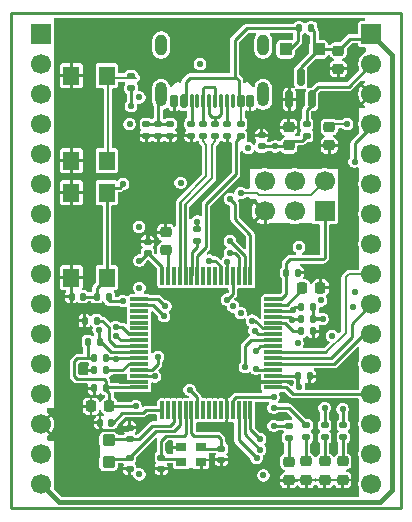
<source format=gbr>
%TF.GenerationSoftware,KiCad,Pcbnew,9.0.4*%
%TF.CreationDate,2025-09-10T14:26:53+01:00*%
%TF.ProjectId,MicroPython,4d696372-6f50-4797-9468-6f6e2e6b6963,rev?*%
%TF.SameCoordinates,Original*%
%TF.FileFunction,Copper,L1,Top*%
%TF.FilePolarity,Positive*%
%FSLAX46Y46*%
G04 Gerber Fmt 4.6, Leading zero omitted, Abs format (unit mm)*
G04 Created by KiCad (PCBNEW 9.0.4) date 2025-09-10 14:26:53*
%MOMM*%
%LPD*%
G01*
G04 APERTURE LIST*
G04 Aperture macros list*
%AMRoundRect*
0 Rectangle with rounded corners*
0 $1 Rounding radius*
0 $2 $3 $4 $5 $6 $7 $8 $9 X,Y pos of 4 corners*
0 Add a 4 corners polygon primitive as box body*
4,1,4,$2,$3,$4,$5,$6,$7,$8,$9,$2,$3,0*
0 Add four circle primitives for the rounded corners*
1,1,$1+$1,$2,$3*
1,1,$1+$1,$4,$5*
1,1,$1+$1,$6,$7*
1,1,$1+$1,$8,$9*
0 Add four rect primitives between the rounded corners*
20,1,$1+$1,$2,$3,$4,$5,0*
20,1,$1+$1,$4,$5,$6,$7,0*
20,1,$1+$1,$6,$7,$8,$9,0*
20,1,$1+$1,$8,$9,$2,$3,0*%
G04 Aperture macros list end*
%TA.AperFunction,ComponentPad*%
%ADD10C,1.700000*%
%TD*%
%TA.AperFunction,ComponentPad*%
%ADD11R,1.700000X1.700000*%
%TD*%
%TA.AperFunction,SMDPad,CuDef*%
%ADD12RoundRect,0.218750X0.256250X-0.218750X0.256250X0.218750X-0.256250X0.218750X-0.256250X-0.218750X0*%
%TD*%
%TA.AperFunction,HeatsinkPad*%
%ADD13O,1.000000X1.800000*%
%TD*%
%TA.AperFunction,HeatsinkPad*%
%ADD14O,1.000000X2.100000*%
%TD*%
%TA.AperFunction,SMDPad,CuDef*%
%ADD15RoundRect,0.150000X0.150000X0.400000X-0.150000X0.400000X-0.150000X-0.400000X0.150000X-0.400000X0*%
%TD*%
%TA.AperFunction,SMDPad,CuDef*%
%ADD16RoundRect,0.075000X0.075000X0.500000X-0.075000X0.500000X-0.075000X-0.500000X0.075000X-0.500000X0*%
%TD*%
%TA.AperFunction,SMDPad,CuDef*%
%ADD17RoundRect,0.150000X0.150000X0.425000X-0.150000X0.425000X-0.150000X-0.425000X0.150000X-0.425000X0*%
%TD*%
%TA.AperFunction,SMDPad,CuDef*%
%ADD18RoundRect,0.135000X-0.185000X0.135000X-0.185000X-0.135000X0.185000X-0.135000X0.185000X0.135000X0*%
%TD*%
%TA.AperFunction,SMDPad,CuDef*%
%ADD19RoundRect,0.140000X0.170000X-0.140000X0.170000X0.140000X-0.170000X0.140000X-0.170000X-0.140000X0*%
%TD*%
%TA.AperFunction,SMDPad,CuDef*%
%ADD20RoundRect,0.135000X0.135000X0.185000X-0.135000X0.185000X-0.135000X-0.185000X0.135000X-0.185000X0*%
%TD*%
%TA.AperFunction,SMDPad,CuDef*%
%ADD21RoundRect,0.140000X-0.170000X0.140000X-0.170000X-0.140000X0.170000X-0.140000X0.170000X0.140000X0*%
%TD*%
%TA.AperFunction,SMDPad,CuDef*%
%ADD22RoundRect,0.250000X-0.300000X0.275000X-0.300000X-0.275000X0.300000X-0.275000X0.300000X0.275000X0*%
%TD*%
%TA.AperFunction,SMDPad,CuDef*%
%ADD23RoundRect,0.225000X0.250000X-0.225000X0.250000X0.225000X-0.250000X0.225000X-0.250000X-0.225000X0*%
%TD*%
%TA.AperFunction,SMDPad,CuDef*%
%ADD24RoundRect,0.147500X-0.172500X0.147500X-0.172500X-0.147500X0.172500X-0.147500X0.172500X0.147500X0*%
%TD*%
%TA.AperFunction,SMDPad,CuDef*%
%ADD25RoundRect,0.135000X-0.135000X-0.185000X0.135000X-0.185000X0.135000X0.185000X-0.135000X0.185000X0*%
%TD*%
%TA.AperFunction,SMDPad,CuDef*%
%ADD26RoundRect,0.225000X-0.250000X0.225000X-0.250000X-0.225000X0.250000X-0.225000X0.250000X0.225000X0*%
%TD*%
%TA.AperFunction,SMDPad,CuDef*%
%ADD27RoundRect,0.225000X-0.225000X-0.250000X0.225000X-0.250000X0.225000X0.250000X-0.225000X0.250000X0*%
%TD*%
%TA.AperFunction,SMDPad,CuDef*%
%ADD28RoundRect,0.135000X0.185000X-0.135000X0.185000X0.135000X-0.185000X0.135000X-0.185000X-0.135000X0*%
%TD*%
%TA.AperFunction,SMDPad,CuDef*%
%ADD29RoundRect,0.140000X-0.140000X-0.170000X0.140000X-0.170000X0.140000X0.170000X-0.140000X0.170000X0*%
%TD*%
%TA.AperFunction,SMDPad,CuDef*%
%ADD30RoundRect,0.250000X0.300000X0.300000X-0.300000X0.300000X-0.300000X-0.300000X0.300000X-0.300000X0*%
%TD*%
%TA.AperFunction,SMDPad,CuDef*%
%ADD31R,0.900000X0.800000*%
%TD*%
%TA.AperFunction,SMDPad,CuDef*%
%ADD32R,1.400000X1.600000*%
%TD*%
%TA.AperFunction,SMDPad,CuDef*%
%ADD33RoundRect,0.140000X0.140000X0.170000X-0.140000X0.170000X-0.140000X-0.170000X0.140000X-0.170000X0*%
%TD*%
%TA.AperFunction,SMDPad,CuDef*%
%ADD34RoundRect,0.225000X0.225000X0.250000X-0.225000X0.250000X-0.225000X-0.250000X0.225000X-0.250000X0*%
%TD*%
%TA.AperFunction,SMDPad,CuDef*%
%ADD35RoundRect,0.075000X0.075000X-0.700000X0.075000X0.700000X-0.075000X0.700000X-0.075000X-0.700000X0*%
%TD*%
%TA.AperFunction,SMDPad,CuDef*%
%ADD36RoundRect,0.075000X0.700000X-0.075000X0.700000X0.075000X-0.700000X0.075000X-0.700000X-0.075000X0*%
%TD*%
%TA.AperFunction,SMDPad,CuDef*%
%ADD37RoundRect,0.150000X0.150000X-0.587500X0.150000X0.587500X-0.150000X0.587500X-0.150000X-0.587500X0*%
%TD*%
%TA.AperFunction,ViaPad*%
%ADD38C,0.550000*%
%TD*%
%TA.AperFunction,Conductor*%
%ADD39C,0.220000*%
%TD*%
%TA.AperFunction,Conductor*%
%ADD40C,0.230000*%
%TD*%
%TA.AperFunction,Conductor*%
%ADD41C,0.210000*%
%TD*%
%TA.AperFunction,Conductor*%
%ADD42C,0.260000*%
%TD*%
%TA.AperFunction,Conductor*%
%ADD43C,0.400000*%
%TD*%
%TA.AperFunction,Conductor*%
%ADD44C,0.250000*%
%TD*%
%TA.AperFunction,Conductor*%
%ADD45C,0.300000*%
%TD*%
%TA.AperFunction,Profile*%
%ADD46C,0.230000*%
%TD*%
G04 APERTURE END LIST*
D10*
%TO.P,J9,16,Pin_16*%
%TO.N,VIN*%
X128270000Y-134112000D03*
%TO.P,J9,15,Pin_15*%
%TO.N,+3V3*%
X128270000Y-131572000D03*
%TO.P,J9,14,Pin_14*%
%TO.N,GND*%
X128270000Y-129032000D03*
%TO.P,J9,13,Pin_13*%
%TO.N,/RST-SW*%
X128270000Y-126492000D03*
%TO.P,J9,12,Pin_12*%
%TO.N,/PC5-X12*%
X128270000Y-123952000D03*
%TO.P,J9,11,Pin_11*%
%TO.N,/PC4-X11*%
X128270000Y-121412000D03*
%TO.P,J9,10,Pin_10*%
%TO.N,/PB7-SDA-X10*%
X128270000Y-118872000D03*
%TO.P,J9,9,Pin_9*%
%TO.N,/PB6-SCL-X9*%
X128270000Y-116332000D03*
%TO.P,J9,8,Pin_8*%
%TO.N,/PB15-Y8*%
X128270000Y-113792000D03*
%TO.P,J9,7,Pin_7*%
%TO.N,/PB14-Y7*%
X128270000Y-111252000D03*
%TO.P,J9,6,Pin_6*%
%TO.N,/PB13-Y6*%
X128270000Y-108712000D03*
%TO.P,J9,5,Pin_5*%
%TO.N,/PB12-Y5*%
X128270000Y-106172000D03*
%TO.P,J9,4,Pin_4*%
%TO.N,/PB9-Y4*%
X128270000Y-103632000D03*
%TO.P,J9,3,Pin_3*%
%TO.N,/PB8-Y3*%
X128270000Y-101092000D03*
%TO.P,J9,2,Pin_2*%
%TO.N,/PC7-Y2*%
X128270000Y-98552000D03*
D11*
%TO.P,J9,1,Pin_1*%
%TO.N,/PC6-Y1*%
X128270000Y-96012000D03*
%TD*%
D10*
%TO.P,J1,16,Pin_16*%
%TO.N,/PA0-X1*%
X156210000Y-134112000D03*
%TO.P,J1,15,Pin_15*%
%TO.N,/PA1-X2*%
X156210000Y-131572000D03*
%TO.P,J1,14,Pin_14*%
%TO.N,/PA2-X3*%
X156210000Y-129032000D03*
%TO.P,J1,13,Pin_13*%
%TO.N,/PA3-X4*%
X156210000Y-126492000D03*
%TO.P,J1,12,Pin_12*%
%TO.N,/PA4-X5*%
X156210000Y-123952000D03*
%TO.P,J1,11,Pin_11*%
%TO.N,/PA5-X6*%
X156210000Y-121412000D03*
%TO.P,J1,10,Pin_10*%
%TO.N,/PA6-X7*%
X156210000Y-118872000D03*
%TO.P,J1,9,Pin_9*%
%TO.N,/PA7-X8*%
X156210000Y-116332000D03*
%TO.P,J1,8,Pin_8*%
%TO.N,/PB10-Y9*%
X156210000Y-113792000D03*
%TO.P,J1,7,Pin_7*%
%TO.N,/PB11-Y10*%
X156210000Y-111252000D03*
%TO.P,J1,6,Pin_6*%
%TO.N,/PB0-Y11*%
X156210000Y-108712000D03*
%TO.P,J1,5,Pin_5*%
%TO.N,/PB1-Y12*%
X156210000Y-106172000D03*
%TO.P,J1,4,Pin_4*%
%TO.N,/RST-SW*%
X156210000Y-103632000D03*
%TO.P,J1,3,Pin_3*%
%TO.N,GND*%
X156210000Y-101092000D03*
%TO.P,J1,2,Pin_2*%
%TO.N,+3V3*%
X156210000Y-98552000D03*
D11*
%TO.P,J1,1,Pin_1*%
%TO.N,VIN*%
X156210000Y-96012000D03*
%TD*%
D12*
%TO.P,D2,2,A*%
%TO.N,/R*%
X149225000Y-132192300D03*
%TO.P,D2,1,K*%
%TO.N,GND*%
X149225000Y-133767300D03*
%TD*%
%TO.P,D3,2,A*%
%TO.N,/G*%
X150710200Y-132181500D03*
%TO.P,D3,1,K*%
%TO.N,GND*%
X150710200Y-133756500D03*
%TD*%
%TO.P,D4,2,A*%
%TO.N,/Y*%
X152273000Y-132181500D03*
%TO.P,D4,1,K*%
%TO.N,GND*%
X152273000Y-133756500D03*
%TD*%
%TO.P,D5,2,A*%
%TO.N,/B*%
X153797000Y-132181500D03*
%TO.P,D5,1,K*%
%TO.N,GND*%
X153797000Y-133756500D03*
%TD*%
D13*
%TO.P,J10,S1,SHIELD*%
%TO.N,Net-(J10-SHIELD)*%
X138428000Y-96931000D03*
D14*
X138428000Y-101111000D03*
D13*
X147068000Y-96931000D03*
D14*
X147068000Y-101111000D03*
D15*
%TO.P,J10,B12,GND*%
%TO.N,GND*%
X145948000Y-101686000D03*
%TO.P,J10,B9,VBUS*%
%TO.N,VBUS*%
X145148000Y-101686000D03*
D16*
%TO.P,J10,B8,SBU2*%
%TO.N,unconnected-(J10-SBU2-PadB8)*%
X144498000Y-101686000D03*
%TO.P,J10,B7,D-*%
%TO.N,/D-*%
X143498000Y-101686000D03*
%TO.P,J10,B6,D+*%
%TO.N,/D+*%
X141998000Y-101686000D03*
%TO.P,J10,B5,CC2*%
%TO.N,/CC2*%
X140998000Y-101686000D03*
D17*
%TO.P,J10,B4,VBUS*%
%TO.N,VBUS*%
X140348000Y-101686000D03*
D15*
%TO.P,J10,B1,GND*%
%TO.N,GND*%
X139548000Y-101686000D03*
%TO.P,J10,A12,GND*%
X139548000Y-101686000D03*
D17*
%TO.P,J10,A9,VBUS*%
%TO.N,VBUS*%
X140348000Y-101686000D03*
D16*
%TO.P,J10,A8,SBU1*%
%TO.N,unconnected-(J10-SBU1-PadA8)*%
X141498000Y-101686000D03*
%TO.P,J10,A7,D-*%
%TO.N,/D-*%
X142498000Y-101686000D03*
%TO.P,J10,A6,D+*%
%TO.N,/D+*%
X142998000Y-101686000D03*
%TO.P,J10,A5,CC1*%
%TO.N,/CC1*%
X143998000Y-101686000D03*
D15*
%TO.P,J10,A4,VBUS*%
%TO.N,VBUS*%
X145148000Y-101686000D03*
%TO.P,J10,A1,GND*%
%TO.N,GND*%
X145948000Y-101686000D03*
%TD*%
D18*
%TO.P,R23,2*%
%TO.N,GND*%
X140970000Y-104612000D03*
%TO.P,R23,1*%
%TO.N,/CC2*%
X140970000Y-103592000D03*
%TD*%
%TO.P,R24,2*%
%TO.N,GND*%
X144018000Y-104612000D03*
%TO.P,R24,1*%
%TO.N,/CC1*%
X144018000Y-103592000D03*
%TD*%
D19*
%TO.P,C22,1*%
%TO.N,/N1*%
X135763000Y-130272000D03*
%TO.P,C22,2*%
%TO.N,GND*%
X135763000Y-129312000D03*
%TD*%
D20*
%TO.P,R10,1*%
%TO.N,/PB5-MMA_AVDD*%
X132971000Y-120267000D03*
%TO.P,R10,2*%
%TO.N,GND*%
X131951000Y-120267000D03*
%TD*%
D21*
%TO.P,C19,1*%
%TO.N,Net-(J10-SHIELD)*%
X139192000Y-103632000D03*
%TO.P,C19,2*%
%TO.N,GND*%
X139192000Y-104592000D03*
%TD*%
D22*
%TO.P,X2,1,1*%
%TO.N,/N1*%
X133985000Y-130391000D03*
%TO.P,X2,2,2*%
%TO.N,/N2*%
X133985000Y-132241000D03*
%TD*%
D23*
%TO.P,C5,1*%
%TO.N,Net-(U1-VCAP_2)*%
X138811000Y-114311000D03*
%TO.P,C5,2*%
%TO.N,GND*%
X138811000Y-112761000D03*
%TD*%
D18*
%TO.P,R19,1*%
%TO.N,+3V3*%
X141478000Y-112518000D03*
%TO.P,R19,2*%
%TO.N,/PA10-ID*%
X141478000Y-113538000D03*
%TD*%
D20*
%TO.P,R14,1*%
%TO.N,+3V3*%
X151299000Y-120140000D03*
%TO.P,R14,2*%
%TO.N,/PB10-Y9*%
X150279000Y-120140000D03*
%TD*%
D24*
%TO.P,FB1,1*%
%TO.N,+3V3*%
X150749000Y-103655000D03*
%TO.P,FB1,2*%
%TO.N,/VDDA*%
X150749000Y-104625000D03*
%TD*%
D25*
%TO.P,R11,1*%
%TO.N,/PB2-BOOT1-MMA-INT*%
X150279000Y-121156000D03*
%TO.P,R11,2*%
%TO.N,GND*%
X151299000Y-121156000D03*
%TD*%
D18*
%TO.P,R7,1*%
%TO.N,/PA14-JTCK*%
X150698200Y-129117000D03*
%TO.P,R7,2*%
%TO.N,/G*%
X150698200Y-130137000D03*
%TD*%
%TO.P,R8,1*%
%TO.N,/PA15-JTDI*%
X152273000Y-129117000D03*
%TO.P,R8,2*%
%TO.N,/Y*%
X152273000Y-130137000D03*
%TD*%
D26*
%TO.P,C1,1*%
%TO.N,VIN*%
X153416000Y-97396000D03*
%TO.P,C1,2*%
%TO.N,GND*%
X153416000Y-98946000D03*
%TD*%
D20*
%TO.P,R15,1*%
%TO.N,+3V3*%
X151299000Y-119124000D03*
%TO.P,R15,2*%
%TO.N,/PB11-Y10*%
X150279000Y-119124000D03*
%TD*%
D27*
%TO.P,C4,1*%
%TO.N,Net-(U1-VCAP_1)*%
X150355000Y-117473000D03*
%TO.P,C4,2*%
%TO.N,GND*%
X151905000Y-117473000D03*
%TD*%
D18*
%TO.P,R9,1*%
%TO.N,/PB4-NJTRST*%
X153847800Y-129117000D03*
%TO.P,R9,2*%
%TO.N,/B*%
X153847800Y-130137000D03*
%TD*%
D28*
%TO.P,R16,1*%
%TO.N,/PB3-SW1*%
X135890000Y-100584000D03*
%TO.P,R16,2*%
%TO.N,/USR-SW*%
X135890000Y-99564000D03*
%TD*%
%TO.P,R3,1*%
%TO.N,/USB_P*%
X141986000Y-104612000D03*
%TO.P,R3,2*%
%TO.N,/D+*%
X141986000Y-103592000D03*
%TD*%
D29*
%TO.P,C15,1*%
%TO.N,+3V3*%
X149039000Y-116203000D03*
%TO.P,C15,2*%
%TO.N,GND*%
X149999000Y-116203000D03*
%TD*%
D30*
%TO.P,D1,1,K*%
%TO.N,VIN*%
X151768000Y-97282000D03*
%TO.P,D1,2,A*%
%TO.N,VBUS*%
X148968000Y-97282000D03*
%TD*%
D31*
%TO.P,X1,1,1*%
%TO.N,/N3*%
X140145000Y-132195000D03*
%TO.P,X1,2,2*%
%TO.N,GND*%
X141795000Y-132195000D03*
%TO.P,X1,3,3*%
%TO.N,/N4*%
X141795000Y-130945000D03*
%TO.P,X1,4,4*%
%TO.N,GND*%
X140145000Y-130945000D03*
%TD*%
D26*
%TO.P,C2,1*%
%TO.N,+3V3*%
X152654000Y-103873000D03*
%TO.P,C2,2*%
%TO.N,GND*%
X152654000Y-105423000D03*
%TD*%
D11*
%TO.P,J8,1,Pin_1*%
%TO.N,+3V3*%
X152258000Y-111018000D03*
D10*
%TO.P,J8,2,Pin_2*%
%TO.N,/PA14-JTCK*%
X152258000Y-108478000D03*
%TO.P,J8,3,Pin_3*%
%TO.N,/PB4-NJTRST*%
X149718000Y-111018000D03*
%TO.P,J8,4,Pin_4*%
%TO.N,/PB6-JTDO*%
X149718000Y-108478000D03*
%TO.P,J8,5,Pin_5*%
%TO.N,GND*%
X147178000Y-111018000D03*
%TO.P,J8,6,Pin_6*%
%TO.N,/PA15-JTDI*%
X147178000Y-108478000D03*
%TD*%
D21*
%TO.P,C8,1*%
%TO.N,/N3*%
X138430000Y-131852000D03*
%TO.P,C8,2*%
%TO.N,GND*%
X138430000Y-132812000D03*
%TD*%
D25*
%TO.P,R13,1*%
%TO.N,+3V3*%
X132753000Y-123442000D03*
%TO.P,R13,2*%
%TO.N,/PB7-SDA-X10*%
X133773000Y-123442000D03*
%TD*%
D29*
%TO.P,C12,1*%
%TO.N,+3V3*%
X150055000Y-124966000D03*
%TO.P,C12,2*%
%TO.N,GND*%
X151015000Y-124966000D03*
%TD*%
D32*
%TO.P,SW1,2,2*%
%TO.N,GND*%
X130834000Y-116628000D03*
X130834000Y-109428000D03*
%TO.P,SW1,1,1*%
%TO.N,/RST-SW*%
X133834000Y-116628000D03*
X133834000Y-109428000D03*
%TD*%
D33*
%TO.P,C6,2*%
%TO.N,GND*%
X130838000Y-118237000D03*
%TO.P,C6,1*%
%TO.N,/RST-SW*%
X131798000Y-118237000D03*
%TD*%
D34*
%TO.P,C16,1*%
%TO.N,+3V3*%
X134038000Y-127506000D03*
%TO.P,C16,2*%
%TO.N,GND*%
X132488000Y-127506000D03*
%TD*%
D19*
%TO.P,C23,1*%
%TO.N,GND*%
X137160000Y-104592000D03*
%TO.P,C23,2*%
%TO.N,Net-(J10-SHIELD)*%
X137160000Y-103632000D03*
%TD*%
D25*
%TO.P,R21,2*%
%TO.N,+3V3*%
X133987000Y-118237000D03*
%TO.P,R21,1*%
%TO.N,/RST-SW*%
X132967000Y-118237000D03*
%TD*%
D21*
%TO.P,C7,1*%
%TO.N,/N4*%
X143510000Y-131090000D03*
%TO.P,C7,2*%
%TO.N,GND*%
X143510000Y-132050000D03*
%TD*%
D25*
%TO.P,R1,1*%
%TO.N,VBUS*%
X150112000Y-95504000D03*
%TO.P,R1,2*%
%TO.N,VIN*%
X151132000Y-95504000D03*
%TD*%
D35*
%TO.P,U1,1,VBAT*%
%TO.N,VBAT*%
X138490000Y-127847000D03*
%TO.P,U1,2,PC13*%
%TO.N,/PC13-X18*%
X138990000Y-127847000D03*
%TO.P,U1,3,PC14-OSC32_IN*%
%TO.N,/N1*%
X139490000Y-127847000D03*
%TO.P,U1,4,PC15-OSC32_OUT*%
%TO.N,/N2*%
X139990000Y-127847000D03*
%TO.P,U1,5,PH0-OSC_IN*%
%TO.N,/N3*%
X140490000Y-127847000D03*
%TO.P,U1,6,PH1-OSC_OUT*%
%TO.N,/N4*%
X140990000Y-127847000D03*
%TO.P,U1,7,~{NRST}*%
%TO.N,/RST-SW*%
X141490000Y-127847000D03*
%TO.P,U1,8,PC0*%
%TO.N,/PC0-X19*%
X141990000Y-127847000D03*
%TO.P,U1,9,PC1*%
%TO.N,/PC1-X20*%
X142490000Y-127847000D03*
%TO.P,U1,10,PC2*%
%TO.N,/PC2-X21*%
X142990000Y-127847000D03*
%TO.P,U1,11,PC3*%
%TO.N,/PC3-X22*%
X143490000Y-127847000D03*
%TO.P,U1,12,VSSA*%
%TO.N,GND*%
X143990000Y-127847000D03*
%TO.P,U1,13,VDDA*%
%TO.N,/VDDA*%
X144490000Y-127847000D03*
%TO.P,U1,14,PA0*%
%TO.N,/PA0-X1*%
X144990000Y-127847000D03*
%TO.P,U1,15,PA1*%
%TO.N,/PA1-X2*%
X145490000Y-127847000D03*
%TO.P,U1,16,PA2*%
%TO.N,/PA2-X3*%
X145990000Y-127847000D03*
D36*
%TO.P,U1,17,PA3*%
%TO.N,/PA3-X4*%
X147915000Y-125922000D03*
%TO.P,U1,18,VSS*%
%TO.N,GND*%
X147915000Y-125422000D03*
%TO.P,U1,19,VDD*%
%TO.N,+3V3*%
X147915000Y-124922000D03*
%TO.P,U1,20,PA4*%
%TO.N,/PA4-X5*%
X147915000Y-124422000D03*
%TO.P,U1,21,PA5*%
%TO.N,/PA5-X6*%
X147915000Y-123922000D03*
%TO.P,U1,22,PA6*%
%TO.N,/PA6-X7*%
X147915000Y-123422000D03*
%TO.P,U1,23,PA7*%
%TO.N,/PA7-X8*%
X147915000Y-122922000D03*
%TO.P,U1,24,PC4*%
%TO.N,/PC4-X11*%
X147915000Y-122422000D03*
%TO.P,U1,25,PC5*%
%TO.N,/PC5-X12*%
X147915000Y-121922000D03*
%TO.P,U1,26,PB0*%
%TO.N,/PB0-Y11*%
X147915000Y-121422000D03*
%TO.P,U1,27,PB1*%
%TO.N,/PB1-Y12*%
X147915000Y-120922000D03*
%TO.P,U1,28,PB2*%
%TO.N,/PB2-BOOT1-MMA-INT*%
X147915000Y-120422000D03*
%TO.P,U1,29,PB10*%
%TO.N,/PB10-Y9*%
X147915000Y-119922000D03*
%TO.P,U1,30,PB11*%
%TO.N,/PB11-Y10*%
X147915000Y-119422000D03*
%TO.P,U1,31,VCAP_1*%
%TO.N,Net-(U1-VCAP_1)*%
X147915000Y-118922000D03*
%TO.P,U1,32,VDD*%
%TO.N,+3V3*%
X147915000Y-118422000D03*
D35*
%TO.P,U1,33,PB12*%
%TO.N,/PB12-Y5*%
X145990000Y-116497000D03*
%TO.P,U1,34,PB13*%
%TO.N,/PB13-Y6*%
X145490000Y-116497000D03*
%TO.P,U1,35,PB14*%
%TO.N,/PB14-Y7*%
X144990000Y-116497000D03*
%TO.P,U1,36,PB15*%
%TO.N,/PB15-Y8*%
X144490000Y-116497000D03*
%TO.P,U1,37,PC6*%
%TO.N,/PC6-Y1*%
X143990000Y-116497000D03*
%TO.P,U1,38,PC7*%
%TO.N,/PC7-Y2*%
X143490000Y-116497000D03*
%TO.P,U1,39,PC8*%
%TO.N,/PC8-SDIO_D0*%
X142990000Y-116497000D03*
%TO.P,U1,40,PC9*%
%TO.N,/PC9-SDIO_D1*%
X142490000Y-116497000D03*
%TO.P,U1,41,PA8*%
%TO.N,/PA8-SDIO_SW*%
X141990000Y-116497000D03*
%TO.P,U1,42,PA9*%
%TO.N,/PA9-VBUS*%
X141490000Y-116497000D03*
%TO.P,U1,43,PA10*%
%TO.N,/PA10-ID*%
X140990000Y-116497000D03*
%TO.P,U1,44,PA11*%
%TO.N,/USB_N*%
X140490000Y-116497000D03*
%TO.P,U1,45,PA12*%
%TO.N,/USB_P*%
X139990000Y-116497000D03*
%TO.P,U1,46,PA13*%
%TO.N,/PA13-TMS*%
X139490000Y-116497000D03*
%TO.P,U1,47,VCAP_2*%
%TO.N,Net-(U1-VCAP_2)*%
X138990000Y-116497000D03*
%TO.P,U1,48,VDD*%
%TO.N,+3V3*%
X138490000Y-116497000D03*
D36*
%TO.P,U1,49,PA14*%
%TO.N,/PA14-JTCK*%
X136565000Y-118422000D03*
%TO.P,U1,50,PA15*%
%TO.N,/PA15-JTDI*%
X136565000Y-118922000D03*
%TO.P,U1,51,PC10*%
%TO.N,/PC10-SDIO_D2*%
X136565000Y-119422000D03*
%TO.P,U1,52,PC11*%
%TO.N,/PC11-SDIO_D3*%
X136565000Y-119922000D03*
%TO.P,U1,53,PC12*%
%TO.N,/PC12-SDIO_CK*%
X136565000Y-120422000D03*
%TO.P,U1,54,PD2*%
%TO.N,/PD2-SDIO_CMD*%
X136565000Y-120922000D03*
%TO.P,U1,55,PB3*%
%TO.N,/PB3-SW1*%
X136565000Y-121422000D03*
%TO.P,U1,56,PB4*%
%TO.N,/PB4-NJTRST*%
X136565000Y-121922000D03*
%TO.P,U1,57,PB5*%
%TO.N,/PB5-MMA_AVDD*%
X136565000Y-122422000D03*
%TO.P,U1,58,PB6*%
%TO.N,/PB6-SCL-X9*%
X136565000Y-122922000D03*
%TO.P,U1,59,PB7*%
%TO.N,/PB7-SDA-X10*%
X136565000Y-123422000D03*
%TO.P,U1,60,BOOT0*%
%TO.N,/BOOT0*%
X136565000Y-123922000D03*
%TO.P,U1,61,PB8*%
%TO.N,/PB8-Y3*%
X136565000Y-124422000D03*
%TO.P,U1,62,PB9*%
%TO.N,/PB9-Y4*%
X136565000Y-124922000D03*
%TO.P,U1,63,VSS*%
%TO.N,GND*%
X136565000Y-125422000D03*
%TO.P,U1,64,VDD*%
%TO.N,+3V3*%
X136565000Y-125922000D03*
%TD*%
D20*
%TO.P,R22,1*%
%TO.N,/BOOT0*%
X133773000Y-124458000D03*
%TO.P,R22,2*%
%TO.N,GND*%
X132753000Y-124458000D03*
%TD*%
D28*
%TO.P,R18,1*%
%TO.N,GND*%
X138176000Y-104622000D03*
%TO.P,R18,2*%
%TO.N,Net-(J10-SHIELD)*%
X138176000Y-103602000D03*
%TD*%
D23*
%TO.P,C17,1*%
%TO.N,/VDDA*%
X149225000Y-105423000D03*
%TO.P,C17,2*%
%TO.N,GND*%
X149225000Y-103873000D03*
%TD*%
D25*
%TO.P,R12,1*%
%TO.N,+3V3*%
X132205000Y-122045000D03*
%TO.P,R12,2*%
%TO.N,/PB6-SCL-X9*%
X133225000Y-122045000D03*
%TD*%
D37*
%TO.P,U2,1,GND*%
%TO.N,GND*%
X149291000Y-101521500D03*
%TO.P,U2,2,VO*%
%TO.N,+3V3*%
X151191000Y-101521500D03*
%TO.P,U2,3,VI*%
%TO.N,VIN*%
X150241000Y-99646500D03*
%TD*%
D32*
%TO.P,SW2,1,1*%
%TO.N,/USR-SW*%
X133834000Y-99522000D03*
X133834000Y-106722000D03*
%TO.P,SW2,2,2*%
%TO.N,GND*%
X130834000Y-99522000D03*
X130834000Y-106722000D03*
%TD*%
D28*
%TO.P,R2,2*%
%TO.N,VBUS*%
X145161000Y-103592000D03*
%TO.P,R2,1*%
%TO.N,/PA9-VBUS*%
X145161000Y-104612000D03*
%TD*%
D33*
%TO.P,C13,1*%
%TO.N,+3V3*%
X133743000Y-125982000D03*
%TO.P,C13,2*%
%TO.N,GND*%
X132783000Y-125982000D03*
%TD*%
D19*
%TO.P,C18,1*%
%TO.N,/VDDA*%
X146939000Y-105509000D03*
%TO.P,C18,2*%
%TO.N,GND*%
X146939000Y-104549000D03*
%TD*%
D18*
%TO.P,R6,1*%
%TO.N,/PB6-JTDO*%
X149225000Y-129159000D03*
%TO.P,R6,2*%
%TO.N,/R*%
X149225000Y-130179000D03*
%TD*%
D33*
%TO.P,C11,1*%
%TO.N,VBAT*%
X134211000Y-128903000D03*
%TO.P,C11,2*%
%TO.N,GND*%
X133251000Y-128903000D03*
%TD*%
D21*
%TO.P,C21,1*%
%TO.N,/N2*%
X135763000Y-131852000D03*
%TO.P,C21,2*%
%TO.N,GND*%
X135763000Y-132812000D03*
%TD*%
D28*
%TO.P,R4,1*%
%TO.N,/USB_N*%
X143002000Y-104612000D03*
%TO.P,R4,2*%
%TO.N,/D-*%
X143002000Y-103592000D03*
%TD*%
D19*
%TO.P,C14,1*%
%TO.N,+3V3*%
X137287000Y-114524000D03*
%TO.P,C14,2*%
%TO.N,GND*%
X137287000Y-113564000D03*
%TD*%
D38*
%TO.N,GND*%
X129794000Y-117983000D03*
X135255000Y-119634000D03*
X132969000Y-113030000D03*
X144974638Y-108710383D03*
%TO.N,/PB12-Y5*%
X144272000Y-109980000D03*
%TO.N,/PB14-Y7*%
X144272000Y-114552000D03*
%TO.N,/PB1-Y12*%
X145796000Y-105664000D03*
X146125000Y-120267000D03*
%TO.N,/PB9-Y4*%
X135763000Y-103632000D03*
X137909210Y-124990958D03*
%TO.N,/PA0-X1*%
X146509481Y-131902481D03*
%TO.N,/PB13-Y6*%
X144272000Y-113536000D03*
%TO.N,/PB7-SDA-X10*%
X134620000Y-123507000D03*
%TO.N,/PB11-Y10*%
X154813000Y-117856000D03*
X149569961Y-119320493D03*
%TO.N,/PA1-X2*%
X146812000Y-131189000D03*
%TO.N,/PA4-X5*%
X146431000Y-124331000D03*
%TO.N,/PC4-X11*%
X146431000Y-122807000D03*
%TO.N,/PC6-Y1*%
X144018000Y-115314000D03*
%TO.N,/PB15-Y8*%
X144018000Y-118489000D03*
%TO.N,/PA2-X3*%
X146812000Y-130300000D03*
%TO.N,/PB0-Y11*%
X154686000Y-119126000D03*
X146335750Y-121124250D03*
%TO.N,/VDDA*%
X148082000Y-105509000D03*
X147955000Y-126746000D03*
%TO.N,/PB6-SCL-X9*%
X133139431Y-121061573D03*
%TO.N,/PC5-X12*%
X145542000Y-124206000D03*
%TO.N,/RST-SW*%
X154809563Y-106807000D03*
X140081000Y-108585000D03*
X140843000Y-126111000D03*
X135199832Y-108712000D03*
%TO.N,/PB8-Y3*%
X136593022Y-101364106D03*
X138176000Y-123317000D03*
%TO.N,/PC7-Y2*%
X141732000Y-98552000D03*
X142494000Y-115187000D03*
%TO.N,/PB10-Y9*%
X149527885Y-120228716D03*
X150114000Y-114046000D03*
%TO.N,GND*%
X129921000Y-120269000D03*
X141732000Y-96647000D03*
X146558000Y-125424534D03*
X139827000Y-123317000D03*
X129794000Y-112014000D03*
X135509000Y-107569000D03*
X149733000Y-112903000D03*
X137414000Y-131445000D03*
X154813000Y-127762000D03*
X147955000Y-134747000D03*
X140081000Y-103124000D03*
X143891000Y-106172000D03*
X131318000Y-95123000D03*
X129794000Y-104902000D03*
X149225000Y-127000000D03*
X145288000Y-120904000D03*
X151130000Y-127254000D03*
X140081000Y-121158000D03*
X146431000Y-118872000D03*
X154686000Y-97536000D03*
X141097000Y-107823000D03*
X151892000Y-99060000D03*
X153416000Y-112649000D03*
X153162000Y-107061000D03*
X145796000Y-98933000D03*
X143891000Y-111887000D03*
X141478000Y-110871000D03*
X135382000Y-112014000D03*
X131873440Y-124458000D03*
X151511000Y-125730000D03*
X146939000Y-103251000D03*
X132461000Y-97663000D03*
X154559000Y-123571000D03*
X153416000Y-117475000D03*
X143002000Y-125730000D03*
X135890000Y-114427000D03*
X138684000Y-107315000D03*
X139077797Y-130940660D03*
X138557000Y-110998000D03*
X135509000Y-116459000D03*
X151028681Y-122263533D03*
X154559000Y-125222000D03*
X139319000Y-134493000D03*
X131826000Y-128905000D03*
X144510583Y-95235447D03*
X135001000Y-100584000D03*
X130048000Y-124968000D03*
X142748000Y-132461000D03*
X146939000Y-128397000D03*
X150368000Y-97282000D03*
X134747000Y-125222000D03*
X153416000Y-94996000D03*
X129921000Y-102362000D03*
X129921000Y-130810000D03*
X145161000Y-132588000D03*
X142240000Y-129284000D03*
X140081000Y-105410000D03*
X152781000Y-101854000D03*
X130048000Y-134239000D03*
X138557000Y-125730000D03*
X132334000Y-100584000D03*
X130302000Y-114681000D03*
X137287000Y-128522000D03*
X154686000Y-134620000D03*
X141732000Y-120777000D03*
%TO.N,+3V3*%
X136271000Y-127506000D03*
X136548720Y-112312720D03*
X150114000Y-125855000D03*
X135199832Y-118616000D03*
X152096000Y-120142000D03*
X136588500Y-133284500D03*
X154184563Y-103632000D03*
X141478000Y-111885000D03*
X136588500Y-117475000D03*
X147079000Y-133361000D03*
X136588500Y-115187000D03*
%TO.N,/PA14-JTCK*%
X144529617Y-119049000D03*
X138780000Y-119049000D03*
X147955000Y-127635000D03*
X145161000Y-109474000D03*
%TO.N,/PB6-JTDO*%
X147955000Y-129159000D03*
%TO.N,/PB4-NJTRST*%
X152908000Y-121539000D03*
X149987000Y-122174000D03*
X153797000Y-127762000D03*
X134620000Y-121537000D03*
%TO.N,/PA15-JTDI*%
X152273000Y-127635000D03*
X145161000Y-119634000D03*
X151943988Y-118547201D03*
X138684000Y-119888000D03*
%TO.N,/PB3-SW1*%
X134570000Y-120788666D03*
X135890000Y-102108000D03*
%TD*%
D39*
%TO.N,/PB3-SW1*%
X135108702Y-120788666D02*
X135742036Y-121422000D01*
X134570000Y-120788666D02*
X135108702Y-120788666D01*
X135742036Y-121422000D02*
X136565000Y-121422000D01*
%TO.N,/PB6-SCL-X9*%
X133139431Y-121949461D02*
X133229985Y-122040015D01*
X133139431Y-121061573D02*
X133139431Y-121949461D01*
D40*
%TO.N,/RST-SW*%
X132967000Y-118237000D02*
X131798000Y-118237000D01*
X132967000Y-117495000D02*
X132967000Y-118237000D01*
X132967000Y-117495000D02*
X133834000Y-116628000D01*
D41*
%TO.N,/PA14-JTCK*%
X151102000Y-109634000D02*
X152258000Y-108478000D01*
X145161000Y-109474000D02*
X146539169Y-109474000D01*
X146699169Y-109634000D02*
X151102000Y-109634000D01*
X146539169Y-109474000D02*
X146699169Y-109634000D01*
D39*
%TO.N,/RST-SW*%
X134909832Y-109002000D02*
X134260000Y-109002000D01*
X135199832Y-108712000D02*
X134909832Y-109002000D01*
%TO.N,/PA9-VBUS*%
X141490000Y-114794000D02*
X141490000Y-116497000D01*
X144780000Y-107823000D02*
X142240000Y-110363000D01*
X144780000Y-105031000D02*
X144780000Y-107823000D01*
X142240000Y-110363000D02*
X142240000Y-114044000D01*
X145161000Y-104650000D02*
X144780000Y-105031000D01*
D41*
%TO.N,VBUS*%
X145148000Y-103617000D02*
X145148000Y-101686000D01*
X145161000Y-103630000D02*
X145148000Y-103617000D01*
D39*
%TO.N,/PA9-VBUS*%
X142240000Y-114044000D02*
X141490000Y-114794000D01*
D40*
%TO.N,/RST-SW*%
X154809563Y-105239437D02*
X156210000Y-103839000D01*
X154809563Y-106807000D02*
X154809563Y-105239437D01*
D42*
%TO.N,GND*%
X147178000Y-112380000D02*
X147193000Y-112395000D01*
X147178000Y-111018000D02*
X147178000Y-112380000D01*
%TO.N,VBUS*%
X140514000Y-101520000D02*
X140514000Y-100024000D01*
X140843000Y-99695000D02*
X144780000Y-99695000D01*
X140348000Y-101686000D02*
X140514000Y-101520000D01*
X140514000Y-100024000D02*
X140843000Y-99695000D01*
X145669000Y-95504000D02*
X149985000Y-95504000D01*
X144653000Y-96520000D02*
X145669000Y-95504000D01*
X144653000Y-99568000D02*
X144653000Y-96520000D01*
X144780000Y-99695000D02*
X144653000Y-99568000D01*
X144982000Y-101520000D02*
X145148000Y-101686000D01*
X144982000Y-99897000D02*
X144982000Y-101520000D01*
X144780000Y-99695000D02*
X144982000Y-99897000D01*
D40*
%TO.N,/D-*%
X143002000Y-102997000D02*
X143002000Y-103592000D01*
X143002000Y-102997000D02*
X143256000Y-102997000D01*
X143498000Y-102755000D02*
X143498000Y-101686000D01*
X143256000Y-102997000D02*
X143498000Y-102755000D01*
X142748000Y-102997000D02*
X143002000Y-102997000D01*
X142498000Y-102747000D02*
X142748000Y-102997000D01*
X142498000Y-101686000D02*
X142498000Y-102747000D01*
%TO.N,/D+*%
X142998000Y-100588000D02*
X142998000Y-101686000D01*
X142113000Y-100457000D02*
X142875000Y-100457000D01*
X141998000Y-100572000D02*
X142113000Y-100457000D01*
X142875000Y-100457000D02*
X143002000Y-100584000D01*
X141998000Y-101686000D02*
X141998000Y-100572000D01*
X143002000Y-100584000D02*
X142998000Y-100588000D01*
X141998000Y-103580000D02*
X141986000Y-103592000D01*
X141998000Y-101686000D02*
X141998000Y-103580000D01*
D39*
%TO.N,/PB12-Y5*%
X145990000Y-112970000D02*
X145990000Y-116497000D01*
X144653000Y-111633000D02*
X145990000Y-112970000D01*
X144272000Y-109980000D02*
X144653000Y-110361000D01*
X144653000Y-110361000D02*
X144653000Y-111633000D01*
%TO.N,/PB14-Y7*%
X144990000Y-114889000D02*
X144990000Y-116497000D01*
X144653000Y-114552000D02*
X144990000Y-114889000D01*
X144272000Y-114552000D02*
X144653000Y-114552000D01*
%TO.N,Net-(U1-VCAP_1)*%
X149046000Y-118922000D02*
X147915000Y-118922000D01*
X150355000Y-117613000D02*
X149046000Y-118922000D01*
%TO.N,/PB1-Y12*%
X147060000Y-120922000D02*
X146405000Y-120267000D01*
X146405000Y-120267000D02*
X146125000Y-120267000D01*
X147915000Y-120922000D02*
X147060000Y-120922000D01*
%TO.N,/PB9-Y4*%
X137909210Y-124953210D02*
X137878000Y-124922000D01*
X137909210Y-124990958D02*
X137909210Y-124953210D01*
X137878000Y-124922000D02*
X136565000Y-124922000D01*
D41*
%TO.N,/PA7-X8*%
X154307000Y-116330000D02*
X156210000Y-116330000D01*
X154051000Y-121283000D02*
X154051000Y-116586000D01*
D39*
X147915000Y-122922000D02*
X152412000Y-122922000D01*
D41*
X154051000Y-116586000D02*
X154307000Y-116330000D01*
X152412000Y-122922000D02*
X154051000Y-121283000D01*
D39*
%TO.N,/PA0-X1*%
X144990000Y-130383000D02*
X144990000Y-127847000D01*
X146509481Y-131902481D02*
X144990000Y-130383000D01*
%TO.N,/N1*%
X136553000Y-130272000D02*
X137668000Y-129157000D01*
X135763000Y-130272000D02*
X136553000Y-130272000D01*
X137668000Y-129157000D02*
X139192000Y-129157000D01*
X139490000Y-128859000D02*
X139490000Y-127847000D01*
X139192000Y-129157000D02*
X139490000Y-128859000D01*
X134358000Y-130272000D02*
X135763000Y-130272000D01*
%TO.N,/PB13-Y6*%
X144272000Y-113536000D02*
X145490000Y-114754000D01*
X145490000Y-114754000D02*
X145490000Y-116497000D01*
%TO.N,/PB5-MMA_AVDD*%
X134489000Y-122422000D02*
X136565000Y-122422000D01*
X133414500Y-120267000D02*
X133985000Y-120837500D01*
X133985000Y-121918000D02*
X134489000Y-122422000D01*
X132971000Y-120267000D02*
X133414500Y-120267000D01*
X133985000Y-120837500D02*
X133985000Y-121918000D01*
%TO.N,/PB7-SDA-X10*%
X136565000Y-123422000D02*
X133793000Y-123422000D01*
%TO.N,/PB11-Y10*%
X150279000Y-119124000D02*
X149766454Y-119124000D01*
X149468454Y-119422000D02*
X147915000Y-119422000D01*
X149766454Y-119124000D02*
X149468454Y-119422000D01*
%TO.N,Net-(U1-VCAP_2)*%
X138990000Y-116497000D02*
X138990000Y-114490000D01*
%TO.N,/PA1-X2*%
X145490000Y-129867000D02*
X145490000Y-127847000D01*
X146812000Y-131189000D02*
X145490000Y-129867000D01*
%TO.N,/PA4-X5*%
X146522000Y-124422000D02*
X146431000Y-124331000D01*
X147915000Y-124422000D02*
X146522000Y-124422000D01*
%TO.N,/PA3-X4*%
X147915000Y-125922000D02*
X149036000Y-125922000D01*
X149608000Y-126490000D02*
X156210000Y-126490000D01*
X149606000Y-126492000D02*
X149608000Y-126490000D01*
X149036000Y-125922000D02*
X149606000Y-126492000D01*
%TO.N,/N4*%
X140990000Y-129812000D02*
X141224000Y-130046000D01*
X143256000Y-130046000D02*
X143510000Y-130300000D01*
X143510000Y-130300000D02*
X143510000Y-131090000D01*
X141224000Y-130046000D02*
X143256000Y-130046000D01*
X140990000Y-127847000D02*
X140990000Y-129812000D01*
X143510000Y-131090000D02*
X141940000Y-131090000D01*
%TO.N,/PC4-X11*%
X146431000Y-122807000D02*
X146816000Y-122422000D01*
X146816000Y-122422000D02*
X147915000Y-122422000D01*
%TO.N,/PC6-Y1*%
X143990000Y-116497000D02*
X143990000Y-115342000D01*
X143990000Y-115342000D02*
X144018000Y-115314000D01*
%TO.N,/PB15-Y8*%
X144490000Y-118017000D02*
X144490000Y-116497000D01*
X144018000Y-118489000D02*
X144490000Y-118017000D01*
%TO.N,/PA5-X6*%
X153065000Y-123922000D02*
X155577000Y-121410000D01*
X147915000Y-123922000D02*
X153065000Y-123922000D01*
%TO.N,/PA2-X3*%
X146812000Y-130300000D02*
X145990000Y-129478000D01*
X145990000Y-129478000D02*
X145990000Y-127847000D01*
%TO.N,/PA10-ID*%
X141029000Y-114493000D02*
X141478000Y-114044000D01*
X141478000Y-114044000D02*
X141478000Y-113538000D01*
X141029000Y-116398000D02*
X141029000Y-114493000D01*
%TO.N,/N3*%
X140335000Y-130046000D02*
X140490000Y-129891000D01*
X138811000Y-130046000D02*
X140335000Y-130046000D01*
X140490000Y-129891000D02*
X140490000Y-127847000D01*
X138430000Y-130427000D02*
X138811000Y-130046000D01*
X139894546Y-131944546D02*
X138522546Y-131944546D01*
X138430000Y-131852000D02*
X138430000Y-130427000D01*
%TO.N,/PB0-Y11*%
X146633500Y-121422000D02*
X147915000Y-121422000D01*
X146335750Y-121124250D02*
X146633500Y-121422000D01*
D40*
%TO.N,/VDDA*%
X144490000Y-127016964D02*
X144760964Y-126746000D01*
D42*
X149606000Y-105042000D02*
X150332000Y-105042000D01*
D40*
X146939000Y-105509000D02*
X149139000Y-105509000D01*
X144760964Y-126746000D02*
X147955000Y-126746000D01*
D42*
X150332000Y-105042000D02*
X150749000Y-104625000D01*
X149225000Y-105423000D02*
X149606000Y-105042000D01*
D40*
X144490000Y-127847000D02*
X144490000Y-127016964D01*
D39*
%TO.N,/PB6-SCL-X9*%
X133330482Y-122045000D02*
X134207482Y-122922000D01*
X134207482Y-122922000D02*
X136565000Y-122922000D01*
%TO.N,/PC5-X12*%
X145542000Y-122390626D02*
X146010626Y-121922000D01*
X145542000Y-124206000D02*
X145542000Y-122390626D01*
X146010626Y-121922000D02*
X147915000Y-121922000D01*
%TO.N,/PA6-X7*%
X155702000Y-119380000D02*
X156210000Y-119380000D01*
X154559000Y-120523000D02*
X155702000Y-119380000D01*
X147915000Y-123422000D02*
X152803000Y-123422000D01*
X154559000Y-121666000D02*
X154559000Y-120523000D01*
X152803000Y-123422000D02*
X154559000Y-121666000D01*
%TO.N,/RST-SW*%
X141490001Y-126758001D02*
X141490001Y-127846999D01*
D40*
X133834000Y-109428000D02*
X133834000Y-116628000D01*
D39*
X140843000Y-126111000D02*
X141490001Y-126758001D01*
%TO.N,/PB8-Y3*%
X137668000Y-124458000D02*
X136601000Y-124458000D01*
X138176000Y-123950000D02*
X137668000Y-124458000D01*
X138176000Y-123317000D02*
X138176000Y-123950000D01*
%TO.N,/PC7-Y2*%
X143490000Y-115674036D02*
X143490000Y-116497000D01*
X142494000Y-115187000D02*
X143002964Y-115187000D01*
X143002964Y-115187000D02*
X143490000Y-115674036D01*
%TO.N,/PB10-Y9*%
X149527885Y-120228716D02*
X149527885Y-120072617D01*
X149527885Y-120228716D02*
X149616601Y-120140000D01*
X149616601Y-120140000D02*
X150279000Y-120140000D01*
X149377268Y-119922000D02*
X147915000Y-119922000D01*
X149527885Y-120072617D02*
X149377268Y-119922000D01*
%TO.N,GND*%
X133251000Y-129312000D02*
X133251000Y-128903000D01*
X137287000Y-113564000D02*
X137287000Y-113028000D01*
X135551000Y-129524000D02*
X133463000Y-129524000D01*
X134947000Y-125422000D02*
X136565000Y-125422000D01*
D42*
X146560534Y-125422000D02*
X146558000Y-125424534D01*
X147915000Y-125422000D02*
X146560534Y-125422000D01*
D39*
X133463000Y-129524000D02*
X133251000Y-129312000D01*
X137554000Y-112761000D02*
X138811000Y-112761000D01*
X135763000Y-129312000D02*
X135551000Y-129524000D01*
X134747000Y-125222000D02*
X134947000Y-125422000D01*
X132842000Y-124458000D02*
X131873440Y-124458000D01*
X140093797Y-130940660D02*
X139077797Y-130940660D01*
X137287000Y-113028000D02*
X137554000Y-112761000D01*
D41*
X141940000Y-132050000D02*
X143510000Y-132050000D01*
D39*
X141795000Y-132195000D02*
X141795000Y-132905000D01*
D40*
%TO.N,VIN*%
X151132000Y-95504000D02*
X151384000Y-95756000D01*
X150241000Y-98806000D02*
X151765000Y-97282000D01*
D43*
X129794000Y-135634000D02*
X156972000Y-135634000D01*
D42*
X154432000Y-96380000D02*
X153530000Y-97282000D01*
D43*
X128270000Y-134110000D02*
X129794000Y-135634000D01*
D42*
X153530000Y-97282000D02*
X151799000Y-97282000D01*
X155840000Y-96380000D02*
X154432000Y-96380000D01*
D43*
X157988000Y-134618000D02*
X157988000Y-97788000D01*
D40*
X150241000Y-99646500D02*
X150241000Y-98806000D01*
D43*
X157988000Y-97788000D02*
X156210000Y-96010000D01*
X156972000Y-135634000D02*
X157988000Y-134618000D01*
D40*
X151384000Y-95756000D02*
X151384000Y-97248000D01*
D44*
%TO.N,+3V3*%
X136624000Y-115187000D02*
X137287000Y-114524000D01*
D39*
X132205000Y-123313000D02*
X132205000Y-122045000D01*
D44*
X152258000Y-114918000D02*
X152258000Y-111018000D01*
X134038000Y-127506000D02*
X136144000Y-127506000D01*
D39*
X150011000Y-124922000D02*
X147915000Y-124922000D01*
X131318000Y-123442000D02*
X131064000Y-123696000D01*
X131318000Y-125220000D02*
X133604000Y-125220000D01*
X131064000Y-123696000D02*
X131064000Y-124966000D01*
X148612021Y-118422000D02*
X149039000Y-117995021D01*
X149039000Y-117995021D02*
X149039000Y-116330000D01*
D45*
X150055000Y-125796000D02*
X150114000Y-125855000D01*
D44*
X149039000Y-115375000D02*
X149352000Y-115062000D01*
X149352000Y-115062000D02*
X152114000Y-115062000D01*
D45*
X151894000Y-120142000D02*
X151892000Y-120140000D01*
D39*
X133604000Y-125220000D02*
X133743000Y-125359000D01*
X132753000Y-123442000D02*
X131318000Y-123442000D01*
D40*
X154316000Y-100444000D02*
X156210000Y-98550000D01*
D39*
X134038000Y-127506000D02*
X134038000Y-126416000D01*
X133743000Y-125359000D02*
X133743000Y-125982000D01*
D45*
X152096000Y-120142000D02*
X151894000Y-120142000D01*
D39*
X147915000Y-118422000D02*
X148612021Y-118422000D01*
D44*
X152114000Y-115062000D02*
X152258000Y-114918000D01*
X149039000Y-116330000D02*
X149039000Y-115375000D01*
D39*
X136565000Y-125922000D02*
X133803000Y-125922000D01*
X132334000Y-123442000D02*
X132205000Y-123313000D01*
D40*
X135199832Y-118616000D02*
X133987000Y-118616000D01*
X150749000Y-102421713D02*
X151257000Y-101913713D01*
D45*
X150055000Y-124966000D02*
X150055000Y-125796000D01*
D41*
X154184563Y-103632000D02*
X152895000Y-103632000D01*
D39*
X138490000Y-115727000D02*
X138490000Y-116497000D01*
D40*
X151191000Y-100988211D02*
X151735211Y-100444000D01*
D39*
X151299000Y-119124000D02*
X151299000Y-120140000D01*
D40*
X150749000Y-103655000D02*
X150749000Y-102421713D01*
X151735211Y-100444000D02*
X154316000Y-100444000D01*
D39*
X134038000Y-126416000D02*
X133743000Y-126121000D01*
X137287000Y-114524000D02*
X138490000Y-115727000D01*
X132753000Y-123442000D02*
X132334000Y-123442000D01*
D45*
X151892000Y-120140000D02*
X151299000Y-120140000D01*
D44*
X136588500Y-115187000D02*
X136624000Y-115187000D01*
D39*
X141478000Y-112518000D02*
X141478000Y-111885000D01*
X131064000Y-124966000D02*
X131318000Y-125220000D01*
%TO.N,/R*%
X149225000Y-132192300D02*
X149225000Y-130179000D01*
%TO.N,/G*%
X150710200Y-132181500D02*
X150710200Y-130149000D01*
%TO.N,/Y*%
X152273000Y-132181500D02*
X152273000Y-130137000D01*
D40*
%TO.N,VBUS*%
X149987000Y-96613000D02*
X149987000Y-95629000D01*
X149318000Y-97282000D02*
X149987000Y-96613000D01*
D39*
%TO.N,VBAT*%
X136888270Y-128092000D02*
X137044270Y-127936000D01*
X134338000Y-128903000D02*
X135149000Y-128092000D01*
X137044270Y-127936000D02*
X137047865Y-127936000D01*
X137047865Y-127936000D02*
X137136865Y-127847000D01*
X135149000Y-128092000D02*
X136888270Y-128092000D01*
X137136865Y-127847000D02*
X138490000Y-127847000D01*
%TO.N,/B*%
X153797000Y-132181500D02*
X153797000Y-130187800D01*
D40*
%TO.N,Net-(J10-SHIELD)*%
X138176000Y-103602000D02*
X138176000Y-101363000D01*
X137190000Y-103602000D02*
X139162000Y-103602000D01*
D41*
%TO.N,/USR-SW*%
X133931000Y-106752000D02*
X133931000Y-99746000D01*
X136271000Y-99691000D02*
X133876000Y-99691000D01*
D39*
%TO.N,/PB2-BOOT1-MMA-INT*%
X148872000Y-120422000D02*
X149606000Y-121156000D01*
X149606000Y-121156000D02*
X150279000Y-121156000D01*
X147915000Y-120422000D02*
X148872000Y-120422000D01*
%TO.N,/BOOT0*%
X135664000Y-123922000D02*
X135128000Y-124458000D01*
X136565000Y-123922000D02*
X135664000Y-123922000D01*
X135128000Y-124458000D02*
X133773000Y-124458000D01*
%TO.N,/CC1*%
X144018000Y-101673000D02*
X144018000Y-103559000D01*
%TO.N,/CC2*%
X140998000Y-101727000D02*
X140998000Y-103605000D01*
%TO.N,/N2*%
X139990000Y-129121000D02*
X139486000Y-129625000D01*
X135664000Y-131951000D02*
X134275000Y-131951000D01*
X139486000Y-129625000D02*
X137962000Y-129625000D01*
X139990000Y-127847000D02*
X139990000Y-129121000D01*
X137962000Y-129625000D02*
X135763000Y-131824000D01*
D40*
%TO.N,/PA14-JTCK*%
X149216200Y-127635000D02*
X150698200Y-129117000D01*
D39*
X138192000Y-118461000D02*
X136604000Y-118461000D01*
D40*
X147955000Y-127635000D02*
X149216200Y-127635000D01*
D39*
X138780000Y-119049000D02*
X138192000Y-118461000D01*
D40*
%TO.N,/PB6-JTDO*%
X149225000Y-129159000D02*
X147955000Y-129159000D01*
D39*
%TO.N,/PB4-NJTRST*%
X135005000Y-121922000D02*
X136565000Y-121922000D01*
X134620000Y-121537000D02*
X135005000Y-121922000D01*
D40*
X153847800Y-129117000D02*
X153847800Y-127812800D01*
X153847800Y-127812800D02*
X153797000Y-127762000D01*
D39*
%TO.N,/PA15-JTDI*%
X138684000Y-119888000D02*
X137718000Y-118922000D01*
X137718000Y-118922000D02*
X136565000Y-118922000D01*
X152273000Y-127635000D02*
X152273000Y-129117000D01*
D41*
%TO.N,/USB_P*%
X142264000Y-108025877D02*
X142264000Y-105370001D01*
X141986000Y-105092001D02*
X141986000Y-104612000D01*
X140015000Y-110300603D02*
X140015000Y-110274877D01*
D39*
X140015000Y-115847000D02*
X140015000Y-110300603D01*
D41*
X142264000Y-105370001D02*
X141986000Y-105092001D01*
X140015000Y-110274877D02*
X142264000Y-108025877D01*
%TO.N,/USB_N*%
X140465000Y-110487000D02*
X140465000Y-110475417D01*
X143002000Y-105092001D02*
X143002000Y-104612000D01*
D39*
X140465000Y-115847000D02*
X140465000Y-110487000D01*
D41*
X142724000Y-105370001D02*
X143002000Y-105092001D01*
X140465000Y-110475417D02*
X142724000Y-108216417D01*
X142724000Y-108216417D02*
X142724000Y-105370001D01*
D39*
%TO.N,/PB3-SW1*%
X135890000Y-102108000D02*
X135890000Y-100711000D01*
%TD*%
%TA.AperFunction,Conductor*%
%TO.N,GND*%
G36*
X155659992Y-94633817D02*
G01*
X155699588Y-94688317D01*
X155704915Y-94720646D01*
X155705915Y-94801146D01*
X155685895Y-94865468D01*
X155631891Y-94905739D01*
X155596923Y-94911500D01*
X155335326Y-94911500D01*
X155262260Y-94926034D01*
X155179399Y-94981399D01*
X155124034Y-95064260D01*
X155109500Y-95137326D01*
X155109500Y-95137327D01*
X155109500Y-95137329D01*
X155109500Y-95890500D01*
X155088683Y-95954569D01*
X155034183Y-95994165D01*
X155000500Y-95999500D01*
X154381905Y-95999500D01*
X154285130Y-96025431D01*
X154198369Y-96075522D01*
X153610315Y-96663575D01*
X153550291Y-96694158D01*
X153533240Y-96695500D01*
X153120516Y-96695500D01*
X153063882Y-96701588D01*
X152935773Y-96749372D01*
X152826316Y-96831310D01*
X152826311Y-96831315D01*
X152822941Y-96835817D01*
X152806469Y-96857821D01*
X152792981Y-96867329D01*
X152783280Y-96880683D01*
X152766139Y-96886252D01*
X152751411Y-96896635D01*
X152719211Y-96901500D01*
X152647835Y-96901500D01*
X152583766Y-96880683D01*
X152545708Y-96830592D01*
X152511796Y-96739669D01*
X152511793Y-96739665D01*
X152511793Y-96739663D01*
X152425550Y-96624459D01*
X152425548Y-96624457D01*
X152425546Y-96624454D01*
X152425542Y-96624451D01*
X152425540Y-96624449D01*
X152310336Y-96538206D01*
X152310332Y-96538205D01*
X152310331Y-96538204D01*
X152202726Y-96498070D01*
X152175481Y-96487908D01*
X152148779Y-96485037D01*
X152115873Y-96481500D01*
X152115864Y-96481500D01*
X151858500Y-96481500D01*
X151794431Y-96460683D01*
X151754835Y-96406183D01*
X151749500Y-96372500D01*
X151749500Y-95707881D01*
X151724592Y-95614922D01*
X151676473Y-95531578D01*
X151675025Y-95529691D01*
X151674456Y-95528084D01*
X151672901Y-95525391D01*
X151673400Y-95525102D01*
X151652537Y-95466189D01*
X151652500Y-95463335D01*
X151652500Y-95282416D01*
X151652499Y-95282415D01*
X151641582Y-95207482D01*
X151585076Y-95091898D01*
X151494102Y-95000924D01*
X151494100Y-95000923D01*
X151494099Y-95000922D01*
X151432449Y-94970783D01*
X151378518Y-94944418D01*
X151378516Y-94944417D01*
X151378515Y-94944417D01*
X151303584Y-94933500D01*
X151303582Y-94933500D01*
X150960418Y-94933500D01*
X150960416Y-94933500D01*
X150885484Y-94944417D01*
X150769900Y-95000922D01*
X150769898Y-95000923D01*
X150769898Y-95000924D01*
X150699072Y-95071749D01*
X150639051Y-95102331D01*
X150572515Y-95091793D01*
X150544928Y-95071750D01*
X150474102Y-95000924D01*
X150474100Y-95000923D01*
X150474099Y-95000922D01*
X150412449Y-94970783D01*
X150358518Y-94944418D01*
X150358516Y-94944417D01*
X150358515Y-94944417D01*
X150283584Y-94933500D01*
X150283582Y-94933500D01*
X149940418Y-94933500D01*
X149940416Y-94933500D01*
X149865484Y-94944417D01*
X149749900Y-95000922D01*
X149749898Y-95000923D01*
X149749898Y-95000924D01*
X149659245Y-95091576D01*
X149599224Y-95122158D01*
X149582173Y-95123500D01*
X145618905Y-95123500D01*
X145522130Y-95149431D01*
X145435369Y-95199522D01*
X144348522Y-96286369D01*
X144298431Y-96373130D01*
X144272500Y-96469905D01*
X144272500Y-99205500D01*
X144251683Y-99269569D01*
X144197183Y-99309165D01*
X144163500Y-99314500D01*
X140792904Y-99314500D01*
X140696129Y-99340431D01*
X140609370Y-99390521D01*
X140209522Y-99790369D01*
X140159431Y-99877130D01*
X140133500Y-99973905D01*
X140133500Y-99998730D01*
X140112683Y-100062799D01*
X140058183Y-100102395D01*
X139996290Y-100104016D01*
X139927184Y-100085500D01*
X139927183Y-100085500D01*
X139788817Y-100085500D01*
X139655164Y-100121311D01*
X139535337Y-100190493D01*
X139437493Y-100288337D01*
X139368310Y-100408166D01*
X139366977Y-100411385D01*
X139365358Y-100413279D01*
X139364740Y-100414351D01*
X139364541Y-100414236D01*
X139323221Y-100462605D01*
X139257715Y-100478325D01*
X139195480Y-100452539D01*
X139160287Y-100395097D01*
X139159381Y-100390970D01*
X139149658Y-100342087D01*
X139093084Y-100205505D01*
X139089758Y-100200528D01*
X139043251Y-100130924D01*
X139010951Y-100082584D01*
X138906416Y-99978049D01*
X138891103Y-99967817D01*
X138783496Y-99895916D01*
X138783491Y-99895914D01*
X138646915Y-99839343D01*
X138646916Y-99839343D01*
X138646913Y-99839342D01*
X138501918Y-99810500D01*
X138354082Y-99810500D01*
X138209087Y-99839342D01*
X138209085Y-99839342D01*
X138209084Y-99839343D01*
X138072508Y-99895914D01*
X138072503Y-99895916D01*
X137949586Y-99978047D01*
X137845047Y-100082586D01*
X137762916Y-100205503D01*
X137762914Y-100205508D01*
X137706343Y-100342084D01*
X137706342Y-100342087D01*
X137677500Y-100487082D01*
X137677500Y-101734918D01*
X137706342Y-101879913D01*
X137706343Y-101879915D01*
X137762914Y-102016491D01*
X137762917Y-102016498D01*
X137792129Y-102060215D01*
X137810500Y-102120773D01*
X137810500Y-103059544D01*
X137807371Y-103069171D01*
X137808712Y-103079207D01*
X137799297Y-103094023D01*
X137789683Y-103123613D01*
X137776678Y-103138469D01*
X137767604Y-103147112D01*
X137763898Y-103148924D01*
X137727704Y-103185117D01*
X137726714Y-103186061D01*
X137697487Y-103200068D01*
X137668586Y-103214794D01*
X137667216Y-103214577D01*
X137665965Y-103215177D01*
X137634062Y-103209325D01*
X137602050Y-103204255D01*
X137600575Y-103203183D01*
X137599705Y-103203024D01*
X137598242Y-103201489D01*
X137574461Y-103184211D01*
X137562391Y-103172141D01*
X137452174Y-103115982D01*
X137360735Y-103101500D01*
X136959267Y-103101500D01*
X136959264Y-103101501D01*
X136867827Y-103115982D01*
X136867826Y-103115982D01*
X136757608Y-103172141D01*
X136670141Y-103259608D01*
X136613982Y-103369825D01*
X136613982Y-103369826D01*
X136599500Y-103461264D01*
X136599500Y-103802732D01*
X136599501Y-103802735D01*
X136613982Y-103894172D01*
X136613982Y-103894173D01*
X136670141Y-104004391D01*
X136701029Y-104035279D01*
X136731612Y-104095303D01*
X136721074Y-104161839D01*
X136701030Y-104189428D01*
X136670550Y-104219908D01*
X136614465Y-104329981D01*
X136600000Y-104421308D01*
X136600000Y-104466999D01*
X136600001Y-104467000D01*
X137759851Y-104467000D01*
X137776492Y-104472407D01*
X137793988Y-104472484D01*
X137813266Y-104484355D01*
X137823920Y-104487817D01*
X137827994Y-104493424D01*
X137833800Y-104497000D01*
X138518852Y-104497000D01*
X138537615Y-104487439D01*
X138558012Y-104472484D01*
X138571093Y-104470382D01*
X138575098Y-104468342D01*
X138580989Y-104468792D01*
X138592149Y-104467000D01*
X139751998Y-104467000D01*
X139751999Y-104466999D01*
X139751999Y-104421310D01*
X139751998Y-104421306D01*
X139737535Y-104329983D01*
X139681449Y-104219908D01*
X139650970Y-104189429D01*
X139620387Y-104129405D01*
X139630925Y-104062869D01*
X139650968Y-104035281D01*
X139681859Y-104004391D01*
X139738017Y-103894175D01*
X139752500Y-103802735D01*
X139752499Y-103461266D01*
X139738017Y-103369825D01*
X139681859Y-103259609D01*
X139594391Y-103172141D01*
X139566143Y-103157748D01*
X139484174Y-103115982D01*
X139392735Y-103101500D01*
X138991267Y-103101500D01*
X138991264Y-103101501D01*
X138899827Y-103115982D01*
X138899826Y-103115982D01*
X138789607Y-103172141D01*
X138777536Y-103184213D01*
X138763306Y-103191462D01*
X138752293Y-103203025D01*
X138734041Y-103206372D01*
X138717511Y-103214794D01*
X138701741Y-103212295D01*
X138686032Y-103215177D01*
X138670046Y-103207275D01*
X138650975Y-103204254D01*
X138625284Y-103186061D01*
X138624335Y-103185157D01*
X138588102Y-103148924D01*
X138584393Y-103147110D01*
X138575321Y-103138469D01*
X138562785Y-103115277D01*
X138547117Y-103094082D01*
X138545304Y-103082936D01*
X138543288Y-103079206D01*
X138543923Y-103074446D01*
X138541500Y-103059544D01*
X138541500Y-102493080D01*
X138562317Y-102429011D01*
X138616817Y-102389415D01*
X138629228Y-102386175D01*
X138646913Y-102382658D01*
X138783495Y-102326084D01*
X138896285Y-102250719D01*
X138961121Y-102232434D01*
X139024323Y-102255750D01*
X139053961Y-102291864D01*
X139070358Y-102324044D01*
X139159954Y-102413640D01*
X139272854Y-102471165D01*
X139366517Y-102485998D01*
X139423000Y-102485998D01*
X139423000Y-101795000D01*
X139428335Y-101778580D01*
X139428335Y-101761317D01*
X139438482Y-101747350D01*
X139443817Y-101730931D01*
X139457783Y-101720783D01*
X139467931Y-101706817D01*
X139484350Y-101701482D01*
X139498317Y-101691335D01*
X139532000Y-101686000D01*
X139564000Y-101686000D01*
X139628069Y-101706817D01*
X139667665Y-101761317D01*
X139673000Y-101795000D01*
X139673000Y-102485998D01*
X139673001Y-102485999D01*
X139729478Y-102485999D01*
X139729483Y-102485998D01*
X139823145Y-102471165D01*
X139873432Y-102445543D01*
X139939968Y-102435005D01*
X139972399Y-102445542D01*
X140072696Y-102496646D01*
X140166481Y-102511500D01*
X140528500Y-102511499D01*
X140592568Y-102532316D01*
X140632165Y-102586816D01*
X140637500Y-102620499D01*
X140637500Y-103031968D01*
X140616683Y-103096037D01*
X140576375Y-103129890D01*
X140566379Y-103134778D01*
X140557898Y-103138924D01*
X140466922Y-103229900D01*
X140410417Y-103345484D01*
X140399500Y-103420415D01*
X140399500Y-103763584D01*
X140410417Y-103838515D01*
X140410417Y-103838516D01*
X140410418Y-103838518D01*
X140436783Y-103892449D01*
X140466922Y-103954099D01*
X140466923Y-103954100D01*
X140466924Y-103954102D01*
X140538101Y-104025279D01*
X140568683Y-104085301D01*
X140558145Y-104151837D01*
X140538100Y-104179426D01*
X140467333Y-104250193D01*
X140410902Y-104365625D01*
X140410902Y-104365628D01*
X140400000Y-104440456D01*
X140400000Y-104486999D01*
X140400001Y-104487000D01*
X140861000Y-104487000D01*
X140877420Y-104492335D01*
X140894683Y-104492335D01*
X140908649Y-104502482D01*
X140925069Y-104507817D01*
X140935216Y-104521783D01*
X140949183Y-104531931D01*
X140954517Y-104548350D01*
X140964665Y-104562317D01*
X140970000Y-104596000D01*
X140970000Y-104612000D01*
X140986000Y-104612000D01*
X141050069Y-104632817D01*
X141089665Y-104687317D01*
X141095000Y-104721000D01*
X141095000Y-105131998D01*
X141095001Y-105131999D01*
X141191541Y-105131999D01*
X141191544Y-105131998D01*
X141266373Y-105121097D01*
X141381806Y-105064666D01*
X141400571Y-105045901D01*
X141411908Y-105040123D01*
X141420112Y-105030396D01*
X141441221Y-105025187D01*
X141460594Y-105015316D01*
X141473161Y-105017306D01*
X141485516Y-105014258D01*
X141502263Y-105021915D01*
X141527130Y-105025853D01*
X141547915Y-105039647D01*
X141551449Y-105042627D01*
X141573898Y-105065076D01*
X141583825Y-105069929D01*
X141594122Y-105078612D01*
X141605137Y-105096337D01*
X141620140Y-105110850D01*
X141629140Y-105133729D01*
X141654725Y-105229218D01*
X141654726Y-105229219D01*
X141694436Y-105297999D01*
X141701529Y-105310283D01*
X141876576Y-105485330D01*
X141907158Y-105545352D01*
X141908500Y-105562403D01*
X141908500Y-107833474D01*
X141887683Y-107897543D01*
X141876575Y-107910549D01*
X139796718Y-109990406D01*
X139796717Y-109990405D01*
X139730529Y-110056594D01*
X139730528Y-110056596D01*
X139683726Y-110137658D01*
X139683725Y-110137659D01*
X139659499Y-110228073D01*
X139658773Y-110233593D01*
X139655993Y-110247568D01*
X139654500Y-110253140D01*
X139654500Y-112208709D01*
X139633683Y-112272778D01*
X139579183Y-112312374D01*
X139511817Y-112312374D01*
X139458241Y-112274030D01*
X139400332Y-112196673D01*
X139400326Y-112196667D01*
X139290985Y-112114815D01*
X139163004Y-112067081D01*
X139106429Y-112061000D01*
X138936001Y-112061000D01*
X138936000Y-112061001D01*
X138936000Y-112652000D01*
X138930665Y-112668419D01*
X138930665Y-112685683D01*
X138920517Y-112699649D01*
X138915183Y-112716069D01*
X138901216Y-112726216D01*
X138891069Y-112740183D01*
X138874649Y-112745517D01*
X138860683Y-112755665D01*
X138827000Y-112761000D01*
X138811000Y-112761000D01*
X138811000Y-112777000D01*
X138790183Y-112841069D01*
X138735683Y-112880665D01*
X138702000Y-112886000D01*
X138086002Y-112886000D01*
X138086001Y-112886001D01*
X138086001Y-113031436D01*
X138092082Y-113088010D01*
X138139814Y-113215982D01*
X138139815Y-113215984D01*
X138221667Y-113325326D01*
X138221673Y-113325332D01*
X138331014Y-113407184D01*
X138401851Y-113433604D01*
X138454605Y-113475498D01*
X138472660Y-113540399D01*
X138449119Y-113603518D01*
X138401854Y-113637859D01*
X138330773Y-113664372D01*
X138221316Y-113746310D01*
X138221310Y-113746316D01*
X138139372Y-113855773D01*
X138139371Y-113855775D01*
X138091587Y-113983886D01*
X138091586Y-113983892D01*
X138085500Y-114040505D01*
X138085500Y-114549526D01*
X138077612Y-114573800D01*
X138073620Y-114599011D01*
X138067400Y-114605230D01*
X138064683Y-114613595D01*
X138044033Y-114628597D01*
X138025985Y-114646646D01*
X138017297Y-114648021D01*
X138010183Y-114653191D01*
X137984660Y-114653191D01*
X137959449Y-114657184D01*
X137951612Y-114653191D01*
X137942817Y-114653191D01*
X137899425Y-114626601D01*
X137879424Y-114606600D01*
X137848841Y-114546576D01*
X137847499Y-114529525D01*
X137847499Y-114353266D01*
X137847499Y-114353265D01*
X137833017Y-114261825D01*
X137776859Y-114151609D01*
X137745969Y-114120719D01*
X137715387Y-114060696D01*
X137725925Y-113994160D01*
X137745971Y-113966569D01*
X137776449Y-113936090D01*
X137832534Y-113826018D01*
X137847000Y-113734691D01*
X137847000Y-113689001D01*
X137846999Y-113689000D01*
X136727002Y-113689000D01*
X136727001Y-113689001D01*
X136727001Y-113734693D01*
X136741464Y-113826016D01*
X136797550Y-113936091D01*
X136828029Y-113966570D01*
X136858612Y-114026594D01*
X136848074Y-114093130D01*
X136828030Y-114120719D01*
X136797141Y-114151608D01*
X136740982Y-114261825D01*
X136740982Y-114261826D01*
X136726500Y-114353264D01*
X136726500Y-114508313D01*
X136723782Y-114516677D01*
X136725158Y-114525363D01*
X136713570Y-114548105D01*
X136705683Y-114572382D01*
X136694580Y-114585382D01*
X136650387Y-114629575D01*
X136590367Y-114660158D01*
X136573314Y-114661500D01*
X136519317Y-114661500D01*
X136385664Y-114697311D01*
X136265837Y-114766493D01*
X136167993Y-114864337D01*
X136098811Y-114984164D01*
X136063000Y-115117817D01*
X136063000Y-115256182D01*
X136098811Y-115389835D01*
X136163675Y-115502183D01*
X136167995Y-115509665D01*
X136265835Y-115607505D01*
X136385664Y-115676688D01*
X136519317Y-115712500D01*
X136657683Y-115712500D01*
X136791336Y-115676688D01*
X136911165Y-115607505D01*
X137009005Y-115509665D01*
X137078188Y-115389836D01*
X137114000Y-115256183D01*
X137114000Y-115256182D01*
X137115849Y-115249282D01*
X137117829Y-115249812D01*
X137128516Y-115228837D01*
X137142430Y-115199659D01*
X137144398Y-115197637D01*
X137220532Y-115121503D01*
X137280553Y-115090921D01*
X137347089Y-115101459D01*
X137374680Y-115121504D01*
X138057575Y-115804399D01*
X138088158Y-115864423D01*
X138089500Y-115881474D01*
X138089500Y-117235132D01*
X138095741Y-117282545D01*
X138095742Y-117282549D01*
X138133724Y-117364000D01*
X138144253Y-117386579D01*
X138225421Y-117467747D01*
X138329455Y-117516259D01*
X138376861Y-117522500D01*
X138603138Y-117522499D01*
X138650545Y-117516259D01*
X138693935Y-117496025D01*
X138760795Y-117487815D01*
X138786065Y-117496026D01*
X138829451Y-117516258D01*
X138829453Y-117516258D01*
X138829455Y-117516259D01*
X138876861Y-117522500D01*
X139103138Y-117522499D01*
X139150545Y-117516259D01*
X139193935Y-117496025D01*
X139260795Y-117487815D01*
X139286065Y-117496026D01*
X139329451Y-117516258D01*
X139329453Y-117516258D01*
X139329455Y-117516259D01*
X139376861Y-117522500D01*
X139603138Y-117522499D01*
X139650545Y-117516259D01*
X139693935Y-117496025D01*
X139760795Y-117487815D01*
X139786065Y-117496026D01*
X139829451Y-117516258D01*
X139829453Y-117516258D01*
X139829455Y-117516259D01*
X139876861Y-117522500D01*
X140103138Y-117522499D01*
X140150545Y-117516259D01*
X140193935Y-117496025D01*
X140260795Y-117487815D01*
X140286065Y-117496026D01*
X140329451Y-117516258D01*
X140329453Y-117516258D01*
X140329455Y-117516259D01*
X140376861Y-117522500D01*
X140603138Y-117522499D01*
X140650545Y-117516259D01*
X140693935Y-117496025D01*
X140760795Y-117487815D01*
X140786065Y-117496026D01*
X140829451Y-117516258D01*
X140829453Y-117516258D01*
X140829455Y-117516259D01*
X140876861Y-117522500D01*
X141103138Y-117522499D01*
X141150545Y-117516259D01*
X141193935Y-117496025D01*
X141260795Y-117487815D01*
X141286065Y-117496026D01*
X141329451Y-117516258D01*
X141329453Y-117516258D01*
X141329455Y-117516259D01*
X141376861Y-117522500D01*
X141603138Y-117522499D01*
X141650545Y-117516259D01*
X141693935Y-117496025D01*
X141760795Y-117487815D01*
X141786065Y-117496026D01*
X141829451Y-117516258D01*
X141829453Y-117516258D01*
X141829455Y-117516259D01*
X141876861Y-117522500D01*
X142103138Y-117522499D01*
X142150545Y-117516259D01*
X142193935Y-117496025D01*
X142260795Y-117487815D01*
X142286065Y-117496026D01*
X142329451Y-117516258D01*
X142329453Y-117516258D01*
X142329455Y-117516259D01*
X142376861Y-117522500D01*
X142603138Y-117522499D01*
X142650545Y-117516259D01*
X142693935Y-117496025D01*
X142760795Y-117487815D01*
X142786065Y-117496026D01*
X142829451Y-117516258D01*
X142829453Y-117516258D01*
X142829455Y-117516259D01*
X142876861Y-117522500D01*
X143103138Y-117522499D01*
X143150545Y-117516259D01*
X143193935Y-117496025D01*
X143260795Y-117487815D01*
X143286065Y-117496026D01*
X143329451Y-117516258D01*
X143329453Y-117516258D01*
X143329455Y-117516259D01*
X143376861Y-117522500D01*
X143603138Y-117522499D01*
X143650545Y-117516259D01*
X143693935Y-117496025D01*
X143760795Y-117487815D01*
X143786065Y-117496026D01*
X143829451Y-117516258D01*
X143829453Y-117516258D01*
X143829455Y-117516259D01*
X143876861Y-117522500D01*
X144020500Y-117522499D01*
X144036919Y-117527834D01*
X144054183Y-117527834D01*
X144068150Y-117537981D01*
X144084568Y-117543316D01*
X144094715Y-117557281D01*
X144108683Y-117567430D01*
X144114017Y-117583848D01*
X144124165Y-117597815D01*
X144129500Y-117631499D01*
X144129500Y-117822526D01*
X144108683Y-117886595D01*
X144097575Y-117899601D01*
X144065601Y-117931575D01*
X144005577Y-117962158D01*
X143988526Y-117963500D01*
X143948817Y-117963500D01*
X143815164Y-117999311D01*
X143695337Y-118068493D01*
X143597493Y-118166337D01*
X143528311Y-118286164D01*
X143494716Y-118411547D01*
X143492500Y-118419817D01*
X143492500Y-118558183D01*
X143494171Y-118564418D01*
X143528311Y-118691835D01*
X143595090Y-118807500D01*
X143597495Y-118811665D01*
X143695335Y-118909505D01*
X143815164Y-118978688D01*
X143923328Y-119007670D01*
X143979826Y-119044360D01*
X144003968Y-119107251D01*
X144004117Y-119112956D01*
X144004117Y-119118183D01*
X144005004Y-119121493D01*
X144039928Y-119251835D01*
X144094053Y-119345582D01*
X144109112Y-119371665D01*
X144206952Y-119469505D01*
X144206954Y-119469506D01*
X144326781Y-119538688D01*
X144460434Y-119574500D01*
X144526500Y-119574500D01*
X144590569Y-119595317D01*
X144630165Y-119649817D01*
X144635500Y-119683500D01*
X144635500Y-119703183D01*
X144637804Y-119711782D01*
X144671311Y-119836835D01*
X144730391Y-119939164D01*
X144740495Y-119956665D01*
X144838335Y-120054505D01*
X144958164Y-120123688D01*
X145091817Y-120159500D01*
X145230183Y-120159500D01*
X145363836Y-120123688D01*
X145438233Y-120080734D01*
X145504126Y-120066728D01*
X145565668Y-120094128D01*
X145599351Y-120152468D01*
X145598364Y-120190461D01*
X145600432Y-120190734D01*
X145599500Y-120197813D01*
X145599500Y-120336182D01*
X145635311Y-120469835D01*
X145682808Y-120552102D01*
X145704495Y-120589665D01*
X145802335Y-120687505D01*
X145822053Y-120698889D01*
X145842018Y-120710416D01*
X145887094Y-120760479D01*
X145894136Y-120827475D01*
X145881915Y-120859312D01*
X145846062Y-120921411D01*
X145846062Y-120921413D01*
X145821388Y-121013500D01*
X145810250Y-121055067D01*
X145810250Y-121193433D01*
X145833713Y-121281000D01*
X145846062Y-121327086D01*
X145846062Y-121327088D01*
X145910057Y-121437931D01*
X145924063Y-121503824D01*
X145896662Y-121565366D01*
X145870162Y-121586826D01*
X145789274Y-121633528D01*
X145320648Y-122102154D01*
X145320647Y-122102153D01*
X145253530Y-122169271D01*
X145253528Y-122169274D01*
X145206067Y-122251477D01*
X145181500Y-122343165D01*
X145181500Y-123778180D01*
X145160683Y-123842249D01*
X145149576Y-123855253D01*
X145121495Y-123883334D01*
X145052311Y-124003164D01*
X145016500Y-124136817D01*
X145016500Y-124275182D01*
X145052311Y-124408835D01*
X145121493Y-124528662D01*
X145121495Y-124528665D01*
X145219335Y-124626505D01*
X145339164Y-124695688D01*
X145472817Y-124731500D01*
X145611183Y-124731500D01*
X145744836Y-124695688D01*
X145864665Y-124626505D01*
X145864665Y-124626504D01*
X145868498Y-124624292D01*
X145934392Y-124610286D01*
X145995933Y-124637686D01*
X146009471Y-124652330D01*
X146010493Y-124653662D01*
X146010495Y-124653665D01*
X146108335Y-124751505D01*
X146228164Y-124820688D01*
X146361817Y-124856500D01*
X146500183Y-124856500D01*
X146633836Y-124820688D01*
X146633838Y-124820687D01*
X146674688Y-124797103D01*
X146729187Y-124782500D01*
X146780500Y-124782500D01*
X146844569Y-124803317D01*
X146884165Y-124857817D01*
X146889500Y-124891499D01*
X146889500Y-125035133D01*
X146895741Y-125082545D01*
X146895742Y-125082547D01*
X146916249Y-125126525D01*
X146924458Y-125193389D01*
X146916250Y-125218653D01*
X146896231Y-125261584D01*
X146891569Y-125296999D01*
X146891570Y-125297000D01*
X147063989Y-125297000D01*
X147080409Y-125302335D01*
X147097672Y-125302335D01*
X147110052Y-125307211D01*
X147129455Y-125316259D01*
X147129461Y-125316259D01*
X147133213Y-125317354D01*
X147136275Y-125319439D01*
X147137013Y-125319783D01*
X147136956Y-125319903D01*
X147188897Y-125355267D01*
X147211662Y-125418670D01*
X147192812Y-125483344D01*
X147139547Y-125524588D01*
X147133213Y-125526646D01*
X147129455Y-125527741D01*
X147114530Y-125534701D01*
X147110054Y-125536788D01*
X147101895Y-125538596D01*
X147097672Y-125541665D01*
X147088054Y-125541665D01*
X147063989Y-125547000D01*
X146891570Y-125547000D01*
X146896231Y-125582416D01*
X146916249Y-125625345D01*
X146924458Y-125692209D01*
X146916249Y-125717473D01*
X146895742Y-125761450D01*
X146895741Y-125761454D01*
X146895741Y-125761455D01*
X146889500Y-125808861D01*
X146889500Y-125808865D01*
X146889500Y-125808866D01*
X146889500Y-126035133D01*
X146895741Y-126082545D01*
X146895742Y-126082549D01*
X146944253Y-126186579D01*
X146952099Y-126194425D01*
X146982682Y-126254449D01*
X146972144Y-126320985D01*
X146924509Y-126368620D01*
X146875024Y-126380500D01*
X144712845Y-126380500D01*
X144619886Y-126405407D01*
X144536542Y-126453526D01*
X144265577Y-126724490D01*
X144265578Y-126724491D01*
X144198519Y-126791550D01*
X144138495Y-126822133D01*
X144116304Y-126822423D01*
X144115000Y-126823567D01*
X144115000Y-126995988D01*
X144109665Y-127012406D01*
X144109666Y-127029668D01*
X144104788Y-127042051D01*
X144095739Y-127061456D01*
X144094642Y-127065221D01*
X144092555Y-127068284D01*
X144092217Y-127069011D01*
X144092098Y-127068955D01*
X144056725Y-127120902D01*
X143993321Y-127143662D01*
X143928648Y-127124807D01*
X143887408Y-127071539D01*
X143885351Y-127065205D01*
X143884260Y-127061463D01*
X143884259Y-127061455D01*
X143875211Y-127042051D01*
X143873403Y-127033897D01*
X143870336Y-127029675D01*
X143870335Y-127020057D01*
X143865000Y-126995989D01*
X143865000Y-126823570D01*
X143864999Y-126823569D01*
X143829584Y-126828231D01*
X143786653Y-126848250D01*
X143719789Y-126856458D01*
X143694525Y-126848249D01*
X143650547Y-126827741D01*
X143638693Y-126826180D01*
X143603139Y-126821500D01*
X143603133Y-126821500D01*
X143376863Y-126821500D01*
X143329456Y-126827740D01*
X143286064Y-126847974D01*
X143219200Y-126856183D01*
X143193935Y-126847974D01*
X143150545Y-126827741D01*
X143147218Y-126827303D01*
X143103139Y-126821500D01*
X143103133Y-126821500D01*
X142876863Y-126821500D01*
X142829456Y-126827740D01*
X142786064Y-126847974D01*
X142719200Y-126856183D01*
X142693935Y-126847974D01*
X142650545Y-126827741D01*
X142647218Y-126827303D01*
X142603139Y-126821500D01*
X142603133Y-126821500D01*
X142376863Y-126821500D01*
X142329456Y-126827740D01*
X142286064Y-126847974D01*
X142219200Y-126856183D01*
X142193935Y-126847974D01*
X142150545Y-126827741D01*
X142147218Y-126827303D01*
X142103139Y-126821500D01*
X142103133Y-126821500D01*
X141959501Y-126821500D01*
X141895432Y-126800683D01*
X141855836Y-126746183D01*
X141850501Y-126712500D01*
X141850501Y-126710540D01*
X141841465Y-126676817D01*
X141825934Y-126618853D01*
X141825933Y-126618852D01*
X141825934Y-126618852D01*
X141801898Y-126577222D01*
X141778473Y-126536649D01*
X141769359Y-126527535D01*
X141711353Y-126469528D01*
X141711353Y-126469529D01*
X141400425Y-126158601D01*
X141369842Y-126098577D01*
X141368500Y-126081526D01*
X141368500Y-126041817D01*
X141332688Y-125908164D01*
X141284764Y-125825157D01*
X141263505Y-125788335D01*
X141165665Y-125690495D01*
X141164505Y-125689825D01*
X141045835Y-125621311D01*
X140912183Y-125585500D01*
X140773817Y-125585500D01*
X140640164Y-125621311D01*
X140520337Y-125690493D01*
X140422493Y-125788337D01*
X140353311Y-125908164D01*
X140317500Y-126041817D01*
X140317500Y-126180182D01*
X140353311Y-126313835D01*
X140416531Y-126423335D01*
X140422495Y-126433665D01*
X140520335Y-126531505D01*
X140640164Y-126600688D01*
X140689658Y-126613949D01*
X140746155Y-126650638D01*
X140770298Y-126713529D01*
X140752863Y-126778599D01*
X140700511Y-126820995D01*
X140647222Y-126827303D01*
X140625169Y-126824400D01*
X140603139Y-126821500D01*
X140603135Y-126821500D01*
X140376863Y-126821500D01*
X140329456Y-126827740D01*
X140286064Y-126847974D01*
X140219200Y-126856183D01*
X140193935Y-126847974D01*
X140150545Y-126827741D01*
X140147218Y-126827303D01*
X140103139Y-126821500D01*
X140103133Y-126821500D01*
X139876863Y-126821500D01*
X139829456Y-126827740D01*
X139786064Y-126847974D01*
X139719200Y-126856183D01*
X139693935Y-126847974D01*
X139650545Y-126827741D01*
X139647218Y-126827303D01*
X139603139Y-126821500D01*
X139603133Y-126821500D01*
X139376863Y-126821500D01*
X139329456Y-126827740D01*
X139286064Y-126847974D01*
X139219200Y-126856183D01*
X139193935Y-126847974D01*
X139150545Y-126827741D01*
X139147218Y-126827303D01*
X139103139Y-126821500D01*
X139103133Y-126821500D01*
X138876863Y-126821500D01*
X138829456Y-126827740D01*
X138786064Y-126847974D01*
X138719200Y-126856183D01*
X138693935Y-126847974D01*
X138650545Y-126827741D01*
X138647218Y-126827303D01*
X138603139Y-126821500D01*
X138603133Y-126821500D01*
X138376866Y-126821500D01*
X138329454Y-126827741D01*
X138329450Y-126827742D01*
X138225420Y-126876253D01*
X138144253Y-126957420D01*
X138095742Y-127061451D01*
X138095741Y-127061454D01*
X138095741Y-127061455D01*
X138089500Y-127108861D01*
X138089500Y-127108866D01*
X138089500Y-127377500D01*
X138068683Y-127441569D01*
X138014183Y-127481165D01*
X137980500Y-127486500D01*
X137089404Y-127486500D01*
X136997717Y-127511066D01*
X136960000Y-127532843D01*
X136894106Y-127546849D01*
X136832565Y-127519449D01*
X136798882Y-127461108D01*
X136796500Y-127438446D01*
X136796500Y-127436817D01*
X136760688Y-127303164D01*
X136732409Y-127254183D01*
X136691505Y-127183335D01*
X136593665Y-127085495D01*
X136590080Y-127083425D01*
X136473835Y-127016311D01*
X136340183Y-126980500D01*
X136201817Y-126980500D01*
X136068164Y-127016311D01*
X135948337Y-127085493D01*
X135948335Y-127085494D01*
X135948335Y-127085495D01*
X135935253Y-127098576D01*
X135875232Y-127129158D01*
X135858181Y-127130500D01*
X134799369Y-127130500D01*
X134735300Y-127109683D01*
X134697242Y-127059592D01*
X134686080Y-127029668D01*
X134684628Y-127025774D01*
X134602687Y-126916313D01*
X134548683Y-126875886D01*
X134493226Y-126834371D01*
X134469406Y-126825487D01*
X134416653Y-126783591D01*
X134398500Y-126723360D01*
X134398500Y-126391500D01*
X134419317Y-126327431D01*
X134473817Y-126287835D01*
X134507500Y-126282500D01*
X135682894Y-126282500D01*
X135728960Y-126292713D01*
X135751701Y-126303317D01*
X135779455Y-126316259D01*
X135826861Y-126322500D01*
X137303138Y-126322499D01*
X137350545Y-126316259D01*
X137454579Y-126267747D01*
X137535747Y-126186579D01*
X137584259Y-126082545D01*
X137590500Y-126035139D01*
X137590499Y-125808862D01*
X137584259Y-125761455D01*
X137563749Y-125717472D01*
X137562641Y-125708449D01*
X137557597Y-125700882D01*
X137559238Y-125680735D01*
X137555539Y-125650612D01*
X137560315Y-125633571D01*
X137590510Y-125551997D01*
X137604175Y-125534701D01*
X137613663Y-125514808D01*
X137624574Y-125508883D01*
X137632273Y-125499139D01*
X137653494Y-125493179D01*
X137672864Y-125482661D01*
X137688727Y-125483283D01*
X137697130Y-125480924D01*
X137705259Y-125483933D01*
X137720939Y-125484548D01*
X137840027Y-125516458D01*
X137840029Y-125516458D01*
X137978393Y-125516458D01*
X138112046Y-125480646D01*
X138231875Y-125411463D01*
X138329715Y-125313623D01*
X138398898Y-125193794D01*
X138434710Y-125060141D01*
X138434710Y-124921775D01*
X138398898Y-124788122D01*
X138329715Y-124668293D01*
X138231875Y-124570453D01*
X138231872Y-124570451D01*
X138226823Y-124565402D01*
X138228992Y-124563232D01*
X138198117Y-124518324D01*
X138199869Y-124450981D01*
X138225549Y-124410274D01*
X138287341Y-124348482D01*
X138464472Y-124171352D01*
X138511933Y-124089148D01*
X138536500Y-123997461D01*
X138536500Y-123902539D01*
X138536500Y-123744819D01*
X138557317Y-123680750D01*
X138568419Y-123667750D01*
X138596505Y-123639665D01*
X138665688Y-123519836D01*
X138701500Y-123386183D01*
X138701500Y-123247817D01*
X138665688Y-123114164D01*
X138596505Y-122994335D01*
X138498665Y-122896495D01*
X138498662Y-122896493D01*
X138378835Y-122827311D01*
X138245183Y-122791500D01*
X138106817Y-122791500D01*
X137973164Y-122827311D01*
X137853334Y-122896494D01*
X137776573Y-122973256D01*
X137716550Y-123003839D01*
X137650013Y-122993300D01*
X137602379Y-122945665D01*
X137590499Y-122896181D01*
X137590499Y-122808866D01*
X137590499Y-122808862D01*
X137584259Y-122761455D01*
X137564025Y-122718065D01*
X137555815Y-122651203D01*
X137564024Y-122625937D01*
X137584259Y-122582545D01*
X137590500Y-122535139D01*
X137590499Y-122308862D01*
X137584259Y-122261455D01*
X137564025Y-122218065D01*
X137555815Y-122151203D01*
X137564024Y-122125937D01*
X137584259Y-122082545D01*
X137590500Y-122035139D01*
X137590499Y-121808862D01*
X137584259Y-121761455D01*
X137578210Y-121748484D01*
X137564026Y-121718066D01*
X137555815Y-121651203D01*
X137564024Y-121625937D01*
X137584259Y-121582545D01*
X137590500Y-121535139D01*
X137590499Y-121308862D01*
X137584259Y-121261455D01*
X137579892Y-121252091D01*
X137569037Y-121228811D01*
X137564025Y-121218065D01*
X137555815Y-121151203D01*
X137564024Y-121125937D01*
X137584259Y-121082545D01*
X137590500Y-121035139D01*
X137590499Y-120808862D01*
X137584259Y-120761455D01*
X137564025Y-120718065D01*
X137555815Y-120651203D01*
X137564024Y-120625937D01*
X137584259Y-120582545D01*
X137590500Y-120535139D01*
X137590499Y-120308862D01*
X137584259Y-120261455D01*
X137564025Y-120218065D01*
X137555815Y-120151203D01*
X137564026Y-120125934D01*
X137584259Y-120082545D01*
X137590500Y-120035139D01*
X137590499Y-119808862D01*
X137584259Y-119761455D01*
X137564025Y-119718065D01*
X137563254Y-119711782D01*
X137559482Y-119706696D01*
X137560471Y-119689117D01*
X137555815Y-119651203D01*
X137558823Y-119639333D01*
X137560980Y-119632466D01*
X137584259Y-119582545D01*
X137589739Y-119540914D01*
X137592579Y-119531876D01*
X137606881Y-119511779D01*
X137617502Y-119489513D01*
X137626021Y-119484887D01*
X137631641Y-119476991D01*
X137655024Y-119469139D01*
X137676704Y-119457368D01*
X137686313Y-119458633D01*
X137695502Y-119455548D01*
X137719038Y-119462941D01*
X137743493Y-119466161D01*
X137754860Y-119474194D01*
X137759772Y-119475737D01*
X137762776Y-119479787D01*
X137773644Y-119487468D01*
X138126575Y-119840399D01*
X138157158Y-119900423D01*
X138158500Y-119917474D01*
X138158500Y-119957183D01*
X138162102Y-119970625D01*
X138194311Y-120090835D01*
X138256075Y-120197813D01*
X138263495Y-120210665D01*
X138361335Y-120308505D01*
X138481164Y-120377688D01*
X138614817Y-120413500D01*
X138753183Y-120413500D01*
X138886836Y-120377688D01*
X139006665Y-120308505D01*
X139104505Y-120210665D01*
X139173688Y-120090836D01*
X139209500Y-119957183D01*
X139209500Y-119818817D01*
X139173688Y-119685164D01*
X139110573Y-119575846D01*
X139096568Y-119509955D01*
X139123968Y-119448413D01*
X139127877Y-119444292D01*
X139200505Y-119371665D01*
X139269688Y-119251836D01*
X139305500Y-119118183D01*
X139305500Y-118979817D01*
X139269688Y-118846164D01*
X139200505Y-118726335D01*
X139102665Y-118628495D01*
X139102662Y-118628493D01*
X138982835Y-118559311D01*
X138849183Y-118523500D01*
X138809474Y-118523500D01*
X138745405Y-118502683D01*
X138732399Y-118491575D01*
X138574807Y-118333983D01*
X138413352Y-118172528D01*
X138331148Y-118125067D01*
X138239461Y-118100500D01*
X137523576Y-118100500D01*
X137461061Y-118080791D01*
X137454580Y-118076253D01*
X137350548Y-118027742D01*
X137350545Y-118027741D01*
X137303139Y-118021500D01*
X137303133Y-118021500D01*
X137048318Y-118021500D01*
X136984249Y-118000683D01*
X136944653Y-117946183D01*
X136944653Y-117878817D01*
X136971240Y-117835429D01*
X137009005Y-117797665D01*
X137078188Y-117677836D01*
X137114000Y-117544183D01*
X137114000Y-117405817D01*
X137078188Y-117272164D01*
X137009005Y-117152335D01*
X136911165Y-117054495D01*
X136901523Y-117048928D01*
X136791335Y-116985311D01*
X136657683Y-116949500D01*
X136519317Y-116949500D01*
X136385664Y-116985311D01*
X136265837Y-117054493D01*
X136167993Y-117152337D01*
X136098811Y-117272164D01*
X136063000Y-117405817D01*
X136063000Y-117544182D01*
X136098811Y-117677835D01*
X136151147Y-117768484D01*
X136167995Y-117797665D01*
X136205757Y-117835427D01*
X136236339Y-117895449D01*
X136225801Y-117961985D01*
X136178166Y-118009620D01*
X136128681Y-118021500D01*
X135826867Y-118021500D01*
X135779454Y-118027741D01*
X135779450Y-118027742D01*
X135675419Y-118076253D01*
X135602990Y-118148682D01*
X135542967Y-118179265D01*
X135476430Y-118168726D01*
X135471430Y-118166011D01*
X135428975Y-118141500D01*
X135402667Y-118126311D01*
X135269015Y-118090500D01*
X135130649Y-118090500D01*
X134996996Y-118126311D01*
X134877169Y-118195493D01*
X134877167Y-118195494D01*
X134877167Y-118195495D01*
X134854085Y-118218576D01*
X134846251Y-118222567D01*
X134841082Y-118229683D01*
X134816806Y-118237570D01*
X134794064Y-118249158D01*
X134777013Y-118250500D01*
X134616500Y-118250500D01*
X134552431Y-118229683D01*
X134512835Y-118175183D01*
X134507500Y-118141500D01*
X134507500Y-118015416D01*
X134507499Y-118015415D01*
X134496582Y-117940482D01*
X134460989Y-117867676D01*
X134445197Y-117835372D01*
X134435761Y-117768671D01*
X134467333Y-117709161D01*
X134527853Y-117679575D01*
X134543122Y-117678500D01*
X134558670Y-117678500D01*
X134558674Y-117678500D01*
X134631740Y-117663966D01*
X134714601Y-117608601D01*
X134769966Y-117525740D01*
X134784500Y-117452674D01*
X134784500Y-115803326D01*
X134769966Y-115730260D01*
X134714601Y-115647399D01*
X134631740Y-115592034D01*
X134558674Y-115577500D01*
X134558670Y-115577500D01*
X134308500Y-115577500D01*
X134244431Y-115556683D01*
X134204835Y-115502183D01*
X134199500Y-115468500D01*
X134199500Y-113393308D01*
X136727000Y-113393308D01*
X136727000Y-113438999D01*
X136727001Y-113439000D01*
X137161999Y-113439000D01*
X137162000Y-113438999D01*
X137162000Y-113034001D01*
X137412000Y-113034001D01*
X137412000Y-113438999D01*
X137412001Y-113439000D01*
X137846998Y-113439000D01*
X137846999Y-113438999D01*
X137846999Y-113393310D01*
X137846998Y-113393306D01*
X137832535Y-113301983D01*
X137776449Y-113191908D01*
X137689091Y-113104550D01*
X137579018Y-113048465D01*
X137487691Y-113034000D01*
X137412001Y-113034000D01*
X137412000Y-113034001D01*
X137162000Y-113034001D01*
X137162000Y-113033999D01*
X137086311Y-113034000D01*
X137086306Y-113034001D01*
X136994983Y-113048464D01*
X136884908Y-113104550D01*
X136797550Y-113191908D01*
X136741465Y-113301981D01*
X136727000Y-113393308D01*
X134199500Y-113393308D01*
X134199500Y-112243537D01*
X136023220Y-112243537D01*
X136023220Y-112381902D01*
X136059031Y-112515555D01*
X136059032Y-112515556D01*
X136128215Y-112635385D01*
X136226055Y-112733225D01*
X136345884Y-112802408D01*
X136479537Y-112838220D01*
X136617903Y-112838220D01*
X136751556Y-112802408D01*
X136871385Y-112733225D01*
X136969225Y-112635385D01*
X137038408Y-112515556D01*
X137045103Y-112490570D01*
X138086000Y-112490570D01*
X138086000Y-112635999D01*
X138086001Y-112636000D01*
X138686000Y-112636000D01*
X138686000Y-112061001D01*
X138685999Y-112061000D01*
X138515563Y-112061000D01*
X138458989Y-112067082D01*
X138331017Y-112114814D01*
X138331015Y-112114815D01*
X138221673Y-112196667D01*
X138221667Y-112196673D01*
X138139815Y-112306014D01*
X138092081Y-112433995D01*
X138086000Y-112490570D01*
X137045103Y-112490570D01*
X137074220Y-112381903D01*
X137074220Y-112243537D01*
X137038408Y-112109884D01*
X136969225Y-111990055D01*
X136871385Y-111892215D01*
X136871382Y-111892213D01*
X136751555Y-111823031D01*
X136617903Y-111787220D01*
X136479537Y-111787220D01*
X136345884Y-111823031D01*
X136226057Y-111892213D01*
X136128213Y-111990057D01*
X136059031Y-112109884D01*
X136023220Y-112243537D01*
X134199500Y-112243537D01*
X134199500Y-110587500D01*
X134220317Y-110523431D01*
X134274817Y-110483835D01*
X134308500Y-110478500D01*
X134558670Y-110478500D01*
X134558674Y-110478500D01*
X134631740Y-110463966D01*
X134714601Y-110408601D01*
X134769966Y-110325740D01*
X134784500Y-110252674D01*
X134784500Y-109471500D01*
X134805317Y-109407431D01*
X134859817Y-109367835D01*
X134893500Y-109362500D01*
X134957293Y-109362500D01*
X135048980Y-109337933D01*
X135131184Y-109290472D01*
X135152232Y-109269423D01*
X135212254Y-109238842D01*
X135229305Y-109237500D01*
X135269015Y-109237500D01*
X135402668Y-109201688D01*
X135522497Y-109132505D01*
X135620337Y-109034665D01*
X135689520Y-108914836D01*
X135725332Y-108781183D01*
X135725332Y-108642817D01*
X135696948Y-108536884D01*
X135693959Y-108525732D01*
X135691303Y-108515817D01*
X139555500Y-108515817D01*
X139555500Y-108654182D01*
X139591311Y-108787835D01*
X139591312Y-108787836D01*
X139660495Y-108907665D01*
X139758335Y-109005505D01*
X139878164Y-109074688D01*
X140011817Y-109110500D01*
X140150183Y-109110500D01*
X140283836Y-109074688D01*
X140403665Y-109005505D01*
X140501505Y-108907665D01*
X140570688Y-108787836D01*
X140606500Y-108654183D01*
X140606500Y-108515817D01*
X140570688Y-108382164D01*
X140501505Y-108262335D01*
X140403665Y-108164495D01*
X140403662Y-108164493D01*
X140283835Y-108095311D01*
X140150183Y-108059500D01*
X140011817Y-108059500D01*
X139878164Y-108095311D01*
X139758337Y-108164493D01*
X139660493Y-108262337D01*
X139591311Y-108382164D01*
X139555500Y-108515817D01*
X135691303Y-108515817D01*
X135689520Y-108509164D01*
X135620337Y-108389335D01*
X135522497Y-108291495D01*
X135505970Y-108281953D01*
X135402667Y-108222311D01*
X135269015Y-108186500D01*
X135130649Y-108186500D01*
X134996996Y-108222311D01*
X134877166Y-108291494D01*
X134781847Y-108386814D01*
X134721824Y-108417397D01*
X134655288Y-108406858D01*
X134644219Y-108400371D01*
X134631742Y-108392035D01*
X134631741Y-108392034D01*
X134631740Y-108392034D01*
X134558674Y-108377500D01*
X133109326Y-108377500D01*
X133036260Y-108392034D01*
X132953399Y-108447399D01*
X132898034Y-108530260D01*
X132883500Y-108603326D01*
X132883500Y-110252674D01*
X132898034Y-110325740D01*
X132953399Y-110408601D01*
X133036260Y-110463966D01*
X133109326Y-110478500D01*
X133359500Y-110478500D01*
X133423569Y-110499317D01*
X133463165Y-110553817D01*
X133468500Y-110587500D01*
X133468500Y-115468500D01*
X133447683Y-115532569D01*
X133393183Y-115572165D01*
X133359500Y-115577500D01*
X133109326Y-115577500D01*
X133036260Y-115592034D01*
X132953399Y-115647399D01*
X132898034Y-115730260D01*
X132883500Y-115803326D01*
X132883500Y-115803329D01*
X132883500Y-117016455D01*
X132862683Y-117080524D01*
X132851575Y-117093530D01*
X132742578Y-117202527D01*
X132742577Y-117202526D01*
X132674526Y-117270578D01*
X132626407Y-117353922D01*
X132601500Y-117446881D01*
X132601500Y-117692172D01*
X132599073Y-117699639D01*
X132600435Y-117707374D01*
X132589319Y-117729658D01*
X132580683Y-117756241D01*
X132570885Y-117767913D01*
X132570197Y-117768624D01*
X132513924Y-117824898D01*
X132511980Y-117828873D01*
X132502929Y-117838241D01*
X132479979Y-117850434D01*
X132459082Y-117865883D01*
X132447298Y-117867799D01*
X132443439Y-117869850D01*
X132438750Y-117869189D01*
X132424544Y-117871500D01*
X132339900Y-117871500D01*
X132275831Y-117850683D01*
X132262825Y-117839575D01*
X132170391Y-117747141D01*
X132060174Y-117690982D01*
X131968735Y-117676500D01*
X131870097Y-117676500D01*
X131806028Y-117655683D01*
X131766432Y-117601183D01*
X131766432Y-117533817D01*
X131769395Y-117525786D01*
X131769493Y-117525547D01*
X131784000Y-117452620D01*
X131784000Y-116753001D01*
X131783999Y-116753000D01*
X130959001Y-116753000D01*
X130959000Y-116753001D01*
X130959000Y-117588881D01*
X130961658Y-117594098D01*
X130961251Y-117601632D01*
X130963000Y-117611149D01*
X130963000Y-118796998D01*
X130963001Y-118796999D01*
X131008690Y-118796999D01*
X131008693Y-118796998D01*
X131100016Y-118782535D01*
X131210091Y-118726449D01*
X131240569Y-118695971D01*
X131300592Y-118665387D01*
X131367129Y-118675925D01*
X131394720Y-118695970D01*
X131425609Y-118726859D01*
X131535825Y-118783017D01*
X131627265Y-118797500D01*
X131968734Y-118797499D01*
X132060175Y-118783017D01*
X132170391Y-118726859D01*
X132257859Y-118639391D01*
X132257859Y-118639390D01*
X132262825Y-118634425D01*
X132270661Y-118630432D01*
X132275831Y-118623317D01*
X132300106Y-118615429D01*
X132322849Y-118603842D01*
X132339900Y-118602500D01*
X132424544Y-118602500D01*
X132488613Y-118623317D01*
X132513253Y-118648162D01*
X132513922Y-118649099D01*
X132513923Y-118649100D01*
X132513924Y-118649102D01*
X132604898Y-118740076D01*
X132720482Y-118796582D01*
X132795415Y-118807499D01*
X132795416Y-118807500D01*
X132795418Y-118807500D01*
X133138584Y-118807500D01*
X133138584Y-118807499D01*
X133213518Y-118796582D01*
X133329102Y-118740076D01*
X133399927Y-118669250D01*
X133414662Y-118661743D01*
X133426197Y-118649890D01*
X133443922Y-118646834D01*
X133459949Y-118638669D01*
X133476285Y-118641256D01*
X133492584Y-118638447D01*
X133508319Y-118646329D01*
X133526485Y-118649207D01*
X133553018Y-118668210D01*
X133553538Y-118668716D01*
X133624898Y-118740076D01*
X133628857Y-118742011D01*
X133638234Y-118751136D01*
X133642469Y-118759175D01*
X133656612Y-118774752D01*
X133694527Y-118840422D01*
X133762578Y-118908473D01*
X133845922Y-118956592D01*
X133938881Y-118981500D01*
X134777013Y-118981500D01*
X134841082Y-119002317D01*
X134854081Y-119013419D01*
X134877167Y-119036505D01*
X134996996Y-119105688D01*
X135130649Y-119141500D01*
X135269015Y-119141500D01*
X135402668Y-119105688D01*
X135402674Y-119105684D01*
X135409269Y-119102954D01*
X135410362Y-119105594D01*
X135464319Y-119094110D01*
X135525869Y-119121493D01*
X135559568Y-119179824D01*
X135552545Y-119246823D01*
X135551745Y-119248579D01*
X135545741Y-119261455D01*
X135539500Y-119308861D01*
X135539500Y-119308865D01*
X135539500Y-119308866D01*
X135539500Y-119535136D01*
X135544277Y-119571426D01*
X135545741Y-119582545D01*
X135565974Y-119625935D01*
X135574183Y-119692798D01*
X135565974Y-119718063D01*
X135545742Y-119761450D01*
X135545741Y-119761454D01*
X135545741Y-119761455D01*
X135539500Y-119808861D01*
X135539500Y-119808865D01*
X135539500Y-119808866D01*
X135539500Y-120035136D01*
X135545740Y-120082541D01*
X135545741Y-120082545D01*
X135565974Y-120125935D01*
X135574183Y-120192798D01*
X135565974Y-120218063D01*
X135545742Y-120261450D01*
X135545741Y-120261454D01*
X135545741Y-120261455D01*
X135539500Y-120308861D01*
X135539500Y-120308865D01*
X135539500Y-120308866D01*
X135539500Y-120446491D01*
X135518683Y-120510560D01*
X135464183Y-120550156D01*
X135396817Y-120550156D01*
X135353427Y-120523567D01*
X135330054Y-120500194D01*
X135247850Y-120452733D01*
X135156163Y-120428166D01*
X134997820Y-120428166D01*
X134933751Y-120407349D01*
X134920747Y-120396242D01*
X134892665Y-120368161D01*
X134772835Y-120298977D01*
X134639183Y-120263166D01*
X134500817Y-120263166D01*
X134367164Y-120298977D01*
X134247337Y-120368159D01*
X134213484Y-120402012D01*
X134153460Y-120432594D01*
X134086924Y-120422055D01*
X134059335Y-120402011D01*
X133847785Y-120190461D01*
X133635852Y-119978528D01*
X133597985Y-119956665D01*
X133553649Y-119931067D01*
X133495317Y-119915437D01*
X133438820Y-119878746D01*
X133425605Y-119858024D01*
X133424079Y-119854902D01*
X133424076Y-119854899D01*
X133424076Y-119854898D01*
X133333102Y-119763924D01*
X133333100Y-119763923D01*
X133333099Y-119763922D01*
X133259410Y-119727898D01*
X133217518Y-119707418D01*
X133217516Y-119707417D01*
X133217515Y-119707417D01*
X133142584Y-119696500D01*
X133142582Y-119696500D01*
X132799418Y-119696500D01*
X132799416Y-119696500D01*
X132724484Y-119707417D01*
X132608900Y-119763922D01*
X132608896Y-119763925D01*
X132537721Y-119835100D01*
X132477698Y-119865683D01*
X132411161Y-119855144D01*
X132383572Y-119835100D01*
X132312805Y-119764333D01*
X132312806Y-119764333D01*
X132197373Y-119707902D01*
X132122543Y-119697000D01*
X132076001Y-119697000D01*
X132076000Y-119697001D01*
X132076000Y-120836998D01*
X132076001Y-120836999D01*
X132122541Y-120836999D01*
X132122544Y-120836998D01*
X132197373Y-120826097D01*
X132312806Y-120769666D01*
X132383572Y-120698900D01*
X132398949Y-120691064D01*
X132411150Y-120678861D01*
X132428206Y-120676157D01*
X132443595Y-120668316D01*
X132460640Y-120671015D01*
X132477684Y-120668314D01*
X132493069Y-120676151D01*
X132510131Y-120678854D01*
X132537708Y-120698886D01*
X132608898Y-120770076D01*
X132608935Y-120770094D01*
X132615343Y-120776500D01*
X132626614Y-120798614D01*
X132641474Y-120818490D01*
X132641801Y-120828412D01*
X132645934Y-120836520D01*
X132642736Y-120856725D01*
X132643564Y-120881796D01*
X132629453Y-120934459D01*
X132613931Y-120992390D01*
X132613931Y-121130756D01*
X132616408Y-121140000D01*
X132649742Y-121264408D01*
X132715083Y-121377582D01*
X132718926Y-121384238D01*
X132747007Y-121412319D01*
X132750998Y-121420153D01*
X132758114Y-121425323D01*
X132766001Y-121449598D01*
X132777589Y-121472341D01*
X132778931Y-121489392D01*
X132778931Y-121490604D01*
X132758114Y-121554673D01*
X132703614Y-121594269D01*
X132636248Y-121594269D01*
X132592858Y-121567680D01*
X132567102Y-121541924D01*
X132567100Y-121541923D01*
X132567099Y-121541922D01*
X132479930Y-121499308D01*
X132451518Y-121485418D01*
X132451516Y-121485417D01*
X132451515Y-121485417D01*
X132376584Y-121474500D01*
X132376582Y-121474500D01*
X132033418Y-121474500D01*
X132033416Y-121474500D01*
X131958484Y-121485417D01*
X131842900Y-121541922D01*
X131751922Y-121632900D01*
X131695417Y-121748484D01*
X131684500Y-121823415D01*
X131684500Y-122266584D01*
X131695417Y-122341515D01*
X131695417Y-122341516D01*
X131695418Y-122341518D01*
X131712684Y-122376835D01*
X131751922Y-122457099D01*
X131751923Y-122457100D01*
X131751924Y-122457102D01*
X131812576Y-122517754D01*
X131843158Y-122577776D01*
X131844500Y-122594827D01*
X131844500Y-122972500D01*
X131823683Y-123036569D01*
X131769183Y-123076165D01*
X131735500Y-123081500D01*
X131270539Y-123081500D01*
X131178851Y-123106067D01*
X131096648Y-123153528D01*
X131096645Y-123153530D01*
X130775530Y-123474645D01*
X130775528Y-123474648D01*
X130728067Y-123556851D01*
X130728067Y-123556852D01*
X130703500Y-123648539D01*
X130703500Y-124918539D01*
X130703500Y-125013461D01*
X130716007Y-125060140D01*
X130728067Y-125105148D01*
X130728066Y-125105148D01*
X130763599Y-125166691D01*
X130775528Y-125187352D01*
X131096648Y-125508472D01*
X131178852Y-125555933D01*
X131270539Y-125580500D01*
X131365461Y-125580500D01*
X132157183Y-125580500D01*
X132221252Y-125601317D01*
X132260848Y-125655817D01*
X132264841Y-125706552D01*
X132253000Y-125781309D01*
X132253000Y-125856999D01*
X132253001Y-125857000D01*
X132674000Y-125857000D01*
X132690420Y-125862335D01*
X132707683Y-125862335D01*
X132721649Y-125872482D01*
X132738069Y-125877817D01*
X132748216Y-125891783D01*
X132762183Y-125901931D01*
X132767517Y-125918350D01*
X132777665Y-125932317D01*
X132783000Y-125966000D01*
X132783000Y-125982000D01*
X132799000Y-125982000D01*
X132863069Y-126002817D01*
X132902665Y-126057317D01*
X132908000Y-126091000D01*
X132908000Y-126541998D01*
X132908001Y-126541999D01*
X132953690Y-126541999D01*
X132953693Y-126541998D01*
X133045016Y-126527535D01*
X133155091Y-126471449D01*
X133185569Y-126440971D01*
X133245592Y-126410387D01*
X133312129Y-126420925D01*
X133339720Y-126440970D01*
X133370609Y-126471859D01*
X133480825Y-126528017D01*
X133572265Y-126542500D01*
X133572265Y-126542499D01*
X133572266Y-126542500D01*
X133576535Y-126542836D01*
X133576356Y-126545103D01*
X133584817Y-126547834D01*
X133602183Y-126547834D01*
X133616065Y-126557920D01*
X133632398Y-126563192D01*
X133642632Y-126577222D01*
X133656683Y-126587430D01*
X133661986Y-126603751D01*
X133672100Y-126617616D01*
X133677500Y-126651499D01*
X133677500Y-126723360D01*
X133656683Y-126787429D01*
X133606594Y-126825487D01*
X133582773Y-126834371D01*
X133473316Y-126916310D01*
X133473310Y-126916316D01*
X133391372Y-127025773D01*
X133391371Y-127025775D01*
X133364860Y-127096853D01*
X133322966Y-127149607D01*
X133258064Y-127167661D01*
X133194946Y-127144119D01*
X133160605Y-127096852D01*
X133134184Y-127026014D01*
X133052332Y-126916673D01*
X133052326Y-126916667D01*
X132942985Y-126834815D01*
X132815004Y-126787081D01*
X132758429Y-126781000D01*
X132613001Y-126781000D01*
X132613000Y-126781001D01*
X132613000Y-128230998D01*
X132613001Y-128230999D01*
X132758443Y-128230999D01*
X132790756Y-128227525D01*
X132856683Y-128241374D01*
X132901879Y-128291329D01*
X132909080Y-128358308D01*
X132879483Y-128412974D01*
X132791551Y-128500906D01*
X132735465Y-128610981D01*
X132721000Y-128702308D01*
X132721000Y-128777999D01*
X132721001Y-128778000D01*
X133125999Y-128778000D01*
X133126000Y-128777999D01*
X133126000Y-128342999D01*
X133080312Y-128343000D01*
X133080310Y-128343001D01*
X133059912Y-128346231D01*
X132993376Y-128335690D01*
X132945743Y-128288053D01*
X132935208Y-128221516D01*
X132965794Y-128161494D01*
X132977544Y-128151312D01*
X133052330Y-128095328D01*
X133052332Y-128095326D01*
X133134184Y-127985984D01*
X133160604Y-127915149D01*
X133202498Y-127862394D01*
X133267399Y-127844339D01*
X133330517Y-127867880D01*
X133364859Y-127915146D01*
X133391371Y-127986225D01*
X133391372Y-127986226D01*
X133473313Y-128095687D01*
X133512054Y-128124688D01*
X133553837Y-128155966D01*
X133592651Y-128211026D01*
X133591690Y-128278384D01*
X133551319Y-128332314D01*
X133486960Y-128352214D01*
X133471465Y-128350883D01*
X133421693Y-128343000D01*
X133376001Y-128343000D01*
X133376000Y-128343001D01*
X133376000Y-129462998D01*
X133376001Y-129462999D01*
X133399423Y-129462999D01*
X133463492Y-129483816D01*
X133503088Y-129538316D01*
X133503088Y-129605682D01*
X133463492Y-129660182D01*
X133449178Y-129667865D01*
X133449508Y-129668470D01*
X133442663Y-129672206D01*
X133327459Y-129758449D01*
X133327449Y-129758459D01*
X133241206Y-129873663D01*
X133241204Y-129873667D01*
X133241204Y-129873669D01*
X133227094Y-129911500D01*
X133190908Y-130008518D01*
X133187644Y-130038876D01*
X133184500Y-130068127D01*
X133184500Y-130068134D01*
X133184500Y-130068135D01*
X133184500Y-130713872D01*
X133187793Y-130744500D01*
X133190909Y-130773483D01*
X133211178Y-130827827D01*
X133216128Y-130841097D01*
X133223000Y-130879189D01*
X133223000Y-131752810D01*
X133216128Y-131790900D01*
X133190909Y-131858517D01*
X133184500Y-131918127D01*
X133184500Y-131918134D01*
X133184500Y-131918135D01*
X133184500Y-132563872D01*
X133190909Y-132623481D01*
X133190909Y-132623483D01*
X133241204Y-132758331D01*
X133241205Y-132758332D01*
X133241206Y-132758336D01*
X133327449Y-132873540D01*
X133327451Y-132873542D01*
X133327454Y-132873546D01*
X133327457Y-132873548D01*
X133327459Y-132873550D01*
X133442663Y-132959793D01*
X133442665Y-132959793D01*
X133442669Y-132959796D01*
X133577517Y-133010091D01*
X133637127Y-133016500D01*
X134332872Y-133016499D01*
X134392483Y-133010091D01*
X134527331Y-132959796D01*
X134527334Y-132959793D01*
X134527336Y-132959793D01*
X134557782Y-132937001D01*
X135203001Y-132937001D01*
X135203001Y-132982693D01*
X135217464Y-133074016D01*
X135273550Y-133184091D01*
X135360908Y-133271449D01*
X135470982Y-133327535D01*
X135470981Y-133327535D01*
X135562308Y-133341999D01*
X135637999Y-133341998D01*
X135638000Y-133341998D01*
X135638000Y-132937000D01*
X135203002Y-132937000D01*
X135203001Y-132937001D01*
X134557782Y-132937001D01*
X134624150Y-132887317D01*
X134642546Y-132873546D01*
X134681133Y-132822000D01*
X134728793Y-132758336D01*
X134728793Y-132758334D01*
X134728796Y-132758331D01*
X134779091Y-132623483D01*
X134785500Y-132563873D01*
X134785500Y-132420500D01*
X134806317Y-132356431D01*
X134860817Y-132316835D01*
X134894500Y-132311500D01*
X135161106Y-132311500D01*
X135225175Y-132332317D01*
X135264771Y-132386817D01*
X135264771Y-132454183D01*
X135258225Y-132469986D01*
X135217465Y-132549980D01*
X135203000Y-132641308D01*
X135203000Y-132686999D01*
X135203001Y-132687000D01*
X135654000Y-132687000D01*
X135670420Y-132692335D01*
X135687683Y-132692335D01*
X135701649Y-132702482D01*
X135718069Y-132707817D01*
X135728216Y-132721783D01*
X135742183Y-132731931D01*
X135747517Y-132748350D01*
X135757665Y-132762317D01*
X135763000Y-132796000D01*
X135763000Y-132812000D01*
X135779000Y-132812000D01*
X135843069Y-132832817D01*
X135882665Y-132887317D01*
X135888000Y-132921000D01*
X135888000Y-133341998D01*
X135888001Y-133341999D01*
X135963691Y-133341999D01*
X135967500Y-133341699D01*
X136033005Y-133357420D01*
X136076759Y-133408643D01*
X136081345Y-133422150D01*
X136098812Y-133487336D01*
X136142978Y-133563835D01*
X136167995Y-133607165D01*
X136265835Y-133705005D01*
X136385664Y-133774188D01*
X136519317Y-133810000D01*
X136657683Y-133810000D01*
X136791336Y-133774188D01*
X136911165Y-133705005D01*
X137009005Y-133607165D01*
X137078188Y-133487336D01*
X137114000Y-133353683D01*
X137114000Y-133215317D01*
X137078188Y-133081664D01*
X137009005Y-132961835D01*
X136984171Y-132937001D01*
X137870001Y-132937001D01*
X137870001Y-132982693D01*
X137884464Y-133074016D01*
X137940550Y-133184091D01*
X138027908Y-133271449D01*
X138137982Y-133327535D01*
X138137981Y-133327535D01*
X138229308Y-133341999D01*
X138304999Y-133341998D01*
X138305000Y-133341998D01*
X138305000Y-132937001D01*
X138555000Y-132937001D01*
X138555000Y-133341998D01*
X138555001Y-133341999D01*
X138630690Y-133341999D01*
X138630693Y-133341998D01*
X138722016Y-133327535D01*
X138792117Y-133291817D01*
X146553500Y-133291817D01*
X146553500Y-133430182D01*
X146589311Y-133563835D01*
X146658493Y-133683662D01*
X146658495Y-133683665D01*
X146756335Y-133781505D01*
X146876164Y-133850688D01*
X147009817Y-133886500D01*
X147148183Y-133886500D01*
X147281836Y-133850688D01*
X147401665Y-133781505D01*
X147499505Y-133683665D01*
X147568688Y-133563836D01*
X147604500Y-133430183D01*
X147604500Y-133291817D01*
X147568688Y-133158164D01*
X147499505Y-133038335D01*
X147401665Y-132940495D01*
X147401662Y-132940493D01*
X147281835Y-132871311D01*
X147148183Y-132835500D01*
X147009817Y-132835500D01*
X146876164Y-132871311D01*
X146756337Y-132940493D01*
X146658493Y-133038337D01*
X146589311Y-133158164D01*
X146553500Y-133291817D01*
X138792117Y-133291817D01*
X138832091Y-133271449D01*
X138895943Y-133207598D01*
X138919449Y-133184091D01*
X138975534Y-133074018D01*
X138990000Y-132982691D01*
X138990000Y-132937001D01*
X138989999Y-132937000D01*
X138555001Y-132937000D01*
X138555000Y-132937001D01*
X138305000Y-132937001D01*
X138304999Y-132937000D01*
X137870002Y-132937000D01*
X137870001Y-132937001D01*
X136984171Y-132937001D01*
X136911165Y-132863995D01*
X136910294Y-132863492D01*
X136791335Y-132794811D01*
X136657683Y-132759000D01*
X136519317Y-132759000D01*
X136519316Y-132759000D01*
X136460209Y-132774837D01*
X136392936Y-132771311D01*
X136340583Y-132728916D01*
X136322999Y-132669551D01*
X136322999Y-132641310D01*
X136322998Y-132641306D01*
X136308535Y-132549983D01*
X136252449Y-132439908D01*
X136221970Y-132409429D01*
X136191387Y-132349405D01*
X136201925Y-132282869D01*
X136221968Y-132255281D01*
X136252859Y-132224391D01*
X136309017Y-132114175D01*
X136323500Y-132022735D01*
X136323499Y-131818473D01*
X136344316Y-131754405D01*
X136355418Y-131741404D01*
X137910772Y-130186051D01*
X137970795Y-130155469D01*
X138037331Y-130166007D01*
X138084966Y-130213642D01*
X138095504Y-130280178D01*
X138093132Y-130291337D01*
X138069500Y-130379538D01*
X138069500Y-131306167D01*
X138048683Y-131370236D01*
X138033259Y-131385661D01*
X138033674Y-131386076D01*
X137940142Y-131479606D01*
X137883982Y-131589825D01*
X137883982Y-131589826D01*
X137869500Y-131681264D01*
X137869500Y-132022732D01*
X137869501Y-132022735D01*
X137883982Y-132114172D01*
X137883982Y-132114173D01*
X137940141Y-132224391D01*
X137971029Y-132255279D01*
X138001612Y-132315303D01*
X137991074Y-132381839D01*
X137971030Y-132409428D01*
X137940550Y-132439908D01*
X137884465Y-132549981D01*
X137870000Y-132641308D01*
X137870000Y-132686999D01*
X137870001Y-132687000D01*
X138989998Y-132687000D01*
X138989999Y-132686999D01*
X138989999Y-132641310D01*
X138989998Y-132641306D01*
X138975535Y-132549983D01*
X138931486Y-132463531D01*
X138920948Y-132396994D01*
X138951532Y-132336971D01*
X139011555Y-132306388D01*
X139028606Y-132305046D01*
X139335500Y-132305046D01*
X139399569Y-132325863D01*
X139439165Y-132380363D01*
X139444500Y-132414046D01*
X139444500Y-132619674D01*
X139446000Y-132627214D01*
X139446000Y-132713000D01*
X139472571Y-132713000D01*
X139514399Y-132775601D01*
X139597260Y-132830966D01*
X139670326Y-132845500D01*
X139670330Y-132845500D01*
X140619670Y-132845500D01*
X140619674Y-132845500D01*
X140692740Y-132830966D01*
X140775601Y-132775601D01*
X140785061Y-132761441D01*
X140800252Y-132749466D01*
X140811622Y-132733817D01*
X140826050Y-132729129D01*
X140837964Y-132719737D01*
X140875691Y-132713000D01*
X141064911Y-132713000D01*
X141128980Y-132733817D01*
X141155541Y-132761443D01*
X141164760Y-132775241D01*
X141247451Y-132830493D01*
X141320379Y-132845000D01*
X141669999Y-132845000D01*
X141670000Y-132844999D01*
X141670000Y-132822000D01*
X141675335Y-132805580D01*
X141675335Y-132788317D01*
X141685482Y-132774350D01*
X141690817Y-132757931D01*
X141704783Y-132747783D01*
X141714931Y-132733817D01*
X141731350Y-132728482D01*
X141745317Y-132718335D01*
X141779000Y-132713000D01*
X141811000Y-132713000D01*
X141875069Y-132733817D01*
X141914665Y-132788317D01*
X141920000Y-132822000D01*
X141920000Y-132844999D01*
X141920001Y-132845000D01*
X142269620Y-132845000D01*
X142342548Y-132830493D01*
X142425239Y-132775241D01*
X142428565Y-132770263D01*
X142452440Y-132713000D01*
X142494000Y-132713000D01*
X142494000Y-132613317D01*
X142495000Y-132610919D01*
X142495000Y-132286556D01*
X142494000Y-132273851D01*
X142494000Y-132175001D01*
X142950001Y-132175001D01*
X142950001Y-132220693D01*
X142964464Y-132312016D01*
X143020550Y-132422091D01*
X143107908Y-132509449D01*
X143217982Y-132565535D01*
X143217981Y-132565535D01*
X143309308Y-132579999D01*
X143384999Y-132579998D01*
X143385000Y-132579998D01*
X143385000Y-132175001D01*
X143635000Y-132175001D01*
X143635000Y-132579998D01*
X143635001Y-132579999D01*
X143710690Y-132579999D01*
X143710693Y-132579998D01*
X143802016Y-132565535D01*
X143912091Y-132509449D01*
X143999449Y-132422091D01*
X144055534Y-132312018D01*
X144070000Y-132220691D01*
X144070000Y-132175001D01*
X144069999Y-132175000D01*
X143635001Y-132175000D01*
X143635000Y-132175001D01*
X143385000Y-132175001D01*
X143384999Y-132175000D01*
X142950002Y-132175000D01*
X142950001Y-132175001D01*
X142494000Y-132175001D01*
X142494000Y-132116149D01*
X142495000Y-132113071D01*
X142495000Y-131770375D01*
X142494524Y-131765539D01*
X142494000Y-131754862D01*
X142494000Y-131559500D01*
X142514817Y-131495431D01*
X142569317Y-131455835D01*
X142603000Y-131450500D01*
X142963101Y-131450500D01*
X143027170Y-131471317D01*
X143040169Y-131482419D01*
X143051031Y-131493281D01*
X143081613Y-131553303D01*
X143071075Y-131619839D01*
X143051030Y-131647429D01*
X143020550Y-131677908D01*
X142964465Y-131787981D01*
X142950000Y-131879308D01*
X142950000Y-131924999D01*
X142950001Y-131925000D01*
X144069998Y-131925000D01*
X144069999Y-131924999D01*
X144069999Y-131879310D01*
X144069998Y-131879306D01*
X144055535Y-131787983D01*
X143999449Y-131677908D01*
X143968970Y-131647429D01*
X143938387Y-131587405D01*
X143948925Y-131520869D01*
X143968968Y-131493281D01*
X143999859Y-131462391D01*
X144056017Y-131352175D01*
X144070500Y-131260735D01*
X144070499Y-130919266D01*
X144056017Y-130827825D01*
X143999859Y-130717609D01*
X143999858Y-130717608D01*
X143999857Y-130717606D01*
X143906326Y-130624076D01*
X143908116Y-130622285D01*
X143875832Y-130577841D01*
X143870500Y-130544167D01*
X143870500Y-130252539D01*
X143864680Y-130230817D01*
X143845933Y-130160852D01*
X143845932Y-130160851D01*
X143845933Y-130160851D01*
X143809162Y-130097164D01*
X143798472Y-130078648D01*
X143787951Y-130068127D01*
X143731353Y-130011528D01*
X143477354Y-129757530D01*
X143477352Y-129757528D01*
X143395148Y-129710067D01*
X143303461Y-129685500D01*
X141459500Y-129685500D01*
X141395431Y-129664683D01*
X141355835Y-129610183D01*
X141350500Y-129576500D01*
X141350500Y-128981499D01*
X141371317Y-128917430D01*
X141425817Y-128877834D01*
X141459495Y-128872499D01*
X141603138Y-128872499D01*
X141650545Y-128866259D01*
X141693935Y-128846025D01*
X141760795Y-128837815D01*
X141786065Y-128846026D01*
X141829451Y-128866258D01*
X141829453Y-128866258D01*
X141829455Y-128866259D01*
X141876861Y-128872500D01*
X142103138Y-128872499D01*
X142150545Y-128866259D01*
X142193935Y-128846025D01*
X142260795Y-128837815D01*
X142286065Y-128846026D01*
X142329451Y-128866258D01*
X142329453Y-128866258D01*
X142329455Y-128866259D01*
X142376861Y-128872500D01*
X142603138Y-128872499D01*
X142650545Y-128866259D01*
X142693935Y-128846025D01*
X142760795Y-128837815D01*
X142786065Y-128846026D01*
X142829451Y-128866258D01*
X142829453Y-128866258D01*
X142829455Y-128866259D01*
X142876861Y-128872500D01*
X143103138Y-128872499D01*
X143150545Y-128866259D01*
X143193935Y-128846025D01*
X143260795Y-128837815D01*
X143286065Y-128846026D01*
X143329451Y-128866258D01*
X143329453Y-128866258D01*
X143329455Y-128866259D01*
X143376861Y-128872500D01*
X143603138Y-128872499D01*
X143650545Y-128866259D01*
X143694525Y-128845750D01*
X143761385Y-128837539D01*
X143786657Y-128845750D01*
X143829584Y-128865768D01*
X143864999Y-128870430D01*
X143865000Y-128870430D01*
X143865000Y-128698010D01*
X143870335Y-128681590D01*
X143870335Y-128664327D01*
X143875207Y-128651955D01*
X143884259Y-128632545D01*
X143884259Y-128632537D01*
X143885353Y-128628791D01*
X143887435Y-128625731D01*
X143887784Y-128624985D01*
X143887905Y-128625041D01*
X143923263Y-128573105D01*
X143986665Y-128550337D01*
X144051340Y-128569184D01*
X144092586Y-128622447D01*
X144094647Y-128628791D01*
X144095740Y-128632541D01*
X144095741Y-128632545D01*
X144104787Y-128651946D01*
X144106596Y-128660103D01*
X144109665Y-128664327D01*
X144109665Y-128673945D01*
X144115000Y-128698010D01*
X144115000Y-128870429D01*
X144115001Y-128870429D01*
X144150412Y-128865769D01*
X144150413Y-128865769D01*
X144193340Y-128845751D01*
X144260204Y-128837539D01*
X144285469Y-128845748D01*
X144329455Y-128866259D01*
X144376861Y-128872500D01*
X144520500Y-128872499D01*
X144584568Y-128893316D01*
X144624165Y-128947815D01*
X144629500Y-128981499D01*
X144629500Y-130335539D01*
X144629500Y-130430461D01*
X144651558Y-130512785D01*
X144654067Y-130522148D01*
X144654066Y-130522148D01*
X144688438Y-130581680D01*
X144701528Y-130604352D01*
X145952057Y-131854881D01*
X145982639Y-131914903D01*
X145983981Y-131931954D01*
X145983981Y-131971663D01*
X146019792Y-132105316D01*
X146044891Y-132148788D01*
X146088976Y-132225146D01*
X146186816Y-132322986D01*
X146306645Y-132392169D01*
X146440298Y-132427981D01*
X146578664Y-132427981D01*
X146712317Y-132392169D01*
X146832146Y-132322986D01*
X146929986Y-132225146D01*
X146999169Y-132105317D01*
X147034981Y-131971664D01*
X147034981Y-131833298D01*
X147018051Y-131770114D01*
X147021576Y-131702845D01*
X147063971Y-131650491D01*
X147068796Y-131647533D01*
X147134665Y-131609505D01*
X147232505Y-131511665D01*
X147301688Y-131391836D01*
X147337500Y-131258183D01*
X147337500Y-131119817D01*
X147301688Y-130986164D01*
X147232505Y-130866335D01*
X147187742Y-130821572D01*
X147157161Y-130761551D01*
X147167699Y-130695015D01*
X147187741Y-130667428D01*
X147232505Y-130622665D01*
X147301688Y-130502836D01*
X147337500Y-130369183D01*
X147337500Y-130230817D01*
X147301688Y-130097164D01*
X147232505Y-129977335D01*
X147134665Y-129879495D01*
X147134662Y-129879493D01*
X147014835Y-129810311D01*
X146881183Y-129774500D01*
X146841474Y-129774500D01*
X146777405Y-129753683D01*
X146764399Y-129742575D01*
X146382425Y-129360601D01*
X146351842Y-129300577D01*
X146350500Y-129283526D01*
X146350500Y-128729105D01*
X146360712Y-128683040D01*
X146384259Y-128632545D01*
X146390500Y-128585139D01*
X146390499Y-127220499D01*
X146411316Y-127156431D01*
X146465816Y-127116835D01*
X146499499Y-127111500D01*
X147472181Y-127111500D01*
X147536250Y-127132317D01*
X147575846Y-127186817D01*
X147575846Y-127254183D01*
X147549257Y-127297572D01*
X147534495Y-127312335D01*
X147534493Y-127312337D01*
X147465311Y-127432164D01*
X147429500Y-127565817D01*
X147429500Y-127704182D01*
X147465311Y-127837835D01*
X147509948Y-127915149D01*
X147534495Y-127957665D01*
X147632335Y-128055505D01*
X147752164Y-128124688D01*
X147885817Y-128160500D01*
X148024183Y-128160500D01*
X148157836Y-128124688D01*
X148277665Y-128055505D01*
X148300746Y-128032423D01*
X148360768Y-128001842D01*
X148377819Y-128000500D01*
X149019655Y-128000500D01*
X149083724Y-128021317D01*
X149096730Y-128032425D01*
X149516730Y-128452425D01*
X149547313Y-128512449D01*
X149536775Y-128578985D01*
X149489140Y-128626620D01*
X149439655Y-128638500D01*
X149003416Y-128638500D01*
X148928484Y-128649417D01*
X148812900Y-128705922D01*
X148812896Y-128705925D01*
X148757246Y-128761575D01*
X148697222Y-128792158D01*
X148680172Y-128793500D01*
X148377819Y-128793500D01*
X148313750Y-128772683D01*
X148300750Y-128761580D01*
X148277665Y-128738495D01*
X148277662Y-128738493D01*
X148157835Y-128669311D01*
X148024183Y-128633500D01*
X147885817Y-128633500D01*
X147752164Y-128669311D01*
X147632337Y-128738493D01*
X147534493Y-128836337D01*
X147465311Y-128956164D01*
X147429500Y-129089817D01*
X147429500Y-129228182D01*
X147465311Y-129361835D01*
X147533015Y-129479102D01*
X147534495Y-129481665D01*
X147632335Y-129579505D01*
X147752164Y-129648688D01*
X147885817Y-129684500D01*
X148024183Y-129684500D01*
X148157836Y-129648688D01*
X148277665Y-129579505D01*
X148300746Y-129556423D01*
X148360768Y-129525842D01*
X148377819Y-129524500D01*
X148680172Y-129524500D01*
X148688536Y-129527217D01*
X148697223Y-129525842D01*
X148719965Y-129537429D01*
X148744241Y-129545317D01*
X148757247Y-129556425D01*
X148792747Y-129591925D01*
X148823330Y-129651949D01*
X148812792Y-129718485D01*
X148792747Y-129746074D01*
X148721925Y-129816896D01*
X148721922Y-129816900D01*
X148665417Y-129932484D01*
X148654500Y-130007415D01*
X148654500Y-130350584D01*
X148665417Y-130425515D01*
X148665417Y-130425516D01*
X148665418Y-130425518D01*
X148667121Y-130429001D01*
X148721922Y-130541099D01*
X148721923Y-130541100D01*
X148721924Y-130541102D01*
X148812898Y-130632076D01*
X148812899Y-130632076D01*
X148812901Y-130632078D01*
X148818833Y-130636313D01*
X148858882Y-130690482D01*
X148864500Y-130725025D01*
X148864500Y-131435925D01*
X148843683Y-131499994D01*
X148793593Y-131538052D01*
X148741550Y-131557463D01*
X148741549Y-131557464D01*
X148633531Y-131638325D01*
X148633525Y-131638331D01*
X148552664Y-131746348D01*
X148505507Y-131872782D01*
X148505507Y-131872783D01*
X148499500Y-131928661D01*
X148499500Y-132455938D01*
X148505507Y-132511816D01*
X148505507Y-132511817D01*
X148552664Y-132638251D01*
X148620695Y-132729129D01*
X148633528Y-132746272D01*
X148649644Y-132758336D01*
X148741548Y-132827135D01*
X148741549Y-132827135D01*
X148741550Y-132827136D01*
X148867978Y-132874291D01*
X148867981Y-132874291D01*
X148867983Y-132874292D01*
X148868172Y-132874337D01*
X148868281Y-132874403D01*
X148874366Y-132876673D01*
X148873931Y-132877838D01*
X148925736Y-132909330D01*
X148951738Y-132971476D01*
X148936245Y-133037036D01*
X148885176Y-133080968D01*
X148879106Y-133083298D01*
X148747244Y-133129439D01*
X148747239Y-133129442D01*
X148633554Y-133213345D01*
X148633545Y-133213354D01*
X148549642Y-133327039D01*
X148549639Y-133327044D01*
X148502969Y-133460419D01*
X148502968Y-133460421D01*
X148500000Y-133492080D01*
X148500000Y-133642299D01*
X148500001Y-133642300D01*
X149890535Y-133642300D01*
X149909098Y-133632842D01*
X149926149Y-133631500D01*
X151449774Y-133631500D01*
X151457917Y-133625584D01*
X151466712Y-133625584D01*
X151474549Y-133621591D01*
X151499760Y-133625584D01*
X151525283Y-133625584D01*
X151532397Y-133630753D01*
X151537114Y-133631500D01*
X154521999Y-133631500D01*
X154522000Y-133631499D01*
X154522000Y-133481280D01*
X154519031Y-133449621D01*
X154519030Y-133449619D01*
X154472360Y-133316244D01*
X154472357Y-133316239D01*
X154388454Y-133202554D01*
X154388445Y-133202545D01*
X154274760Y-133118642D01*
X154274755Y-133118639D01*
X154142893Y-133072498D01*
X154089295Y-133031688D01*
X154069921Y-132967168D01*
X154092171Y-132903583D01*
X154147547Y-132865220D01*
X154153830Y-132863536D01*
X154154018Y-132863491D01*
X154154022Y-132863491D01*
X154280450Y-132816336D01*
X154388472Y-132735472D01*
X154469336Y-132627450D01*
X154516491Y-132501022D01*
X154516492Y-132501016D01*
X154522500Y-132445138D01*
X154522500Y-131917861D01*
X154516492Y-131861983D01*
X154516492Y-131861982D01*
X154502682Y-131824956D01*
X154469336Y-131735550D01*
X154465158Y-131729969D01*
X154396557Y-131638328D01*
X154388472Y-131627528D01*
X154280450Y-131546664D01*
X154280449Y-131546663D01*
X154228407Y-131527252D01*
X154175653Y-131485357D01*
X154157500Y-131425125D01*
X154157500Y-130708178D01*
X154178317Y-130644109D01*
X154218629Y-130610253D01*
X154259898Y-130590078D01*
X154259898Y-130590077D01*
X154259902Y-130590076D01*
X154350876Y-130499102D01*
X154407382Y-130383518D01*
X154418300Y-130308582D01*
X154418300Y-129965418D01*
X154407382Y-129890482D01*
X154350876Y-129774898D01*
X154280050Y-129704072D01*
X154249469Y-129644051D01*
X154260007Y-129577515D01*
X154280049Y-129549928D01*
X154350876Y-129479102D01*
X154407382Y-129363518D01*
X154418300Y-129288582D01*
X154418300Y-128945418D01*
X154407382Y-128870482D01*
X154350876Y-128754898D01*
X154259902Y-128663924D01*
X154259900Y-128663923D01*
X154259899Y-128663922D01*
X154258962Y-128663253D01*
X154258202Y-128662225D01*
X154253515Y-128657538D01*
X154254217Y-128656835D01*
X154218917Y-128609082D01*
X154213300Y-128574544D01*
X154213300Y-128121155D01*
X154227903Y-128066655D01*
X154243890Y-128038965D01*
X154286688Y-127964836D01*
X154322500Y-127831183D01*
X154322500Y-127692817D01*
X154286688Y-127559164D01*
X154217505Y-127439335D01*
X154119665Y-127341495D01*
X154119662Y-127341493D01*
X153999835Y-127272311D01*
X153866183Y-127236500D01*
X153727817Y-127236500D01*
X153594164Y-127272311D01*
X153474337Y-127341493D01*
X153376493Y-127439337D01*
X153307311Y-127559164D01*
X153285562Y-127640335D01*
X153271500Y-127692817D01*
X153271500Y-127831183D01*
X153273283Y-127837836D01*
X153307311Y-127964835D01*
X153359660Y-128055506D01*
X153376495Y-128084665D01*
X153450376Y-128158546D01*
X153480958Y-128218568D01*
X153482300Y-128235619D01*
X153482300Y-128574544D01*
X153461483Y-128638613D01*
X153436638Y-128663253D01*
X153435700Y-128663922D01*
X153344722Y-128754900D01*
X153288217Y-128870484D01*
X153277300Y-128945415D01*
X153277300Y-129288584D01*
X153288217Y-129363515D01*
X153344722Y-129479099D01*
X153344723Y-129479100D01*
X153344724Y-129479102D01*
X153415549Y-129549927D01*
X153446131Y-129609949D01*
X153435593Y-129676485D01*
X153415550Y-129704071D01*
X153378122Y-129741500D01*
X153344722Y-129774900D01*
X153288217Y-129890484D01*
X153277300Y-129965415D01*
X153277300Y-130308584D01*
X153288217Y-130383515D01*
X153288217Y-130383516D01*
X153288218Y-130383518D01*
X153311167Y-130430460D01*
X153344722Y-130499099D01*
X153344723Y-130499100D01*
X153344724Y-130499102D01*
X153404576Y-130558954D01*
X153435158Y-130618976D01*
X153436500Y-130636027D01*
X153436500Y-131425125D01*
X153415683Y-131489194D01*
X153365593Y-131527252D01*
X153313550Y-131546663D01*
X153313549Y-131546664D01*
X153205531Y-131627525D01*
X153205525Y-131627531D01*
X153122259Y-131738762D01*
X153067199Y-131777577D01*
X152999840Y-131776615D01*
X152947741Y-131738762D01*
X152872557Y-131638328D01*
X152864472Y-131627528D01*
X152756450Y-131546664D01*
X152756449Y-131546663D01*
X152704407Y-131527252D01*
X152651653Y-131485357D01*
X152633500Y-131425125D01*
X152633500Y-130683025D01*
X152654317Y-130618956D01*
X152679167Y-130594313D01*
X152685098Y-130590078D01*
X152685098Y-130590077D01*
X152685102Y-130590076D01*
X152776076Y-130499102D01*
X152832582Y-130383518D01*
X152843500Y-130308582D01*
X152843500Y-129965418D01*
X152832582Y-129890482D01*
X152776076Y-129774898D01*
X152705250Y-129704072D01*
X152674669Y-129644051D01*
X152685207Y-129577515D01*
X152705249Y-129549928D01*
X152776076Y-129479102D01*
X152832582Y-129363518D01*
X152843500Y-129288582D01*
X152843500Y-128945418D01*
X152832582Y-128870482D01*
X152776076Y-128754898D01*
X152685102Y-128663924D01*
X152685100Y-128663923D01*
X152685096Y-128663919D01*
X152679158Y-128659679D01*
X152639115Y-128605506D01*
X152633500Y-128570973D01*
X152633500Y-128062819D01*
X152654317Y-127998750D01*
X152665419Y-127985750D01*
X152693505Y-127957665D01*
X152762688Y-127837836D01*
X152798500Y-127704183D01*
X152798500Y-127565817D01*
X152762688Y-127432164D01*
X152693505Y-127312335D01*
X152595665Y-127214495D01*
X152588867Y-127210570D01*
X152475835Y-127145311D01*
X152342183Y-127109500D01*
X152203817Y-127109500D01*
X152070164Y-127145311D01*
X151950337Y-127214493D01*
X151852493Y-127312337D01*
X151783311Y-127432164D01*
X151747500Y-127565817D01*
X151747500Y-127704182D01*
X151783311Y-127837835D01*
X151827948Y-127915149D01*
X151852495Y-127957665D01*
X151880576Y-127985746D01*
X151911158Y-128045768D01*
X151912500Y-128062819D01*
X151912500Y-128570973D01*
X151891683Y-128635042D01*
X151866842Y-128659679D01*
X151860903Y-128663919D01*
X151769922Y-128754900D01*
X151713417Y-128870484D01*
X151702500Y-128945415D01*
X151702500Y-129288584D01*
X151713417Y-129363515D01*
X151769922Y-129479099D01*
X151769923Y-129479100D01*
X151769924Y-129479102D01*
X151840749Y-129549927D01*
X151871331Y-129609949D01*
X151860793Y-129676485D01*
X151840750Y-129704071D01*
X151803322Y-129741500D01*
X151769922Y-129774900D01*
X151713417Y-129890484D01*
X151702500Y-129965415D01*
X151702500Y-130308584D01*
X151713417Y-130383515D01*
X151713417Y-130383516D01*
X151713418Y-130383518D01*
X151736367Y-130430460D01*
X151769922Y-130499099D01*
X151769923Y-130499100D01*
X151769924Y-130499102D01*
X151860898Y-130590076D01*
X151860899Y-130590076D01*
X151860901Y-130590078D01*
X151866833Y-130594313D01*
X151906882Y-130648482D01*
X151912500Y-130683025D01*
X151912500Y-131425125D01*
X151891683Y-131489194D01*
X151841593Y-131527252D01*
X151789550Y-131546663D01*
X151789549Y-131546664D01*
X151681531Y-131627525D01*
X151681525Y-131627531D01*
X151600664Y-131735549D01*
X151600663Y-131735551D01*
X151593727Y-131754148D01*
X151551833Y-131806902D01*
X151486932Y-131824956D01*
X151423813Y-131801414D01*
X151389473Y-131754148D01*
X151382536Y-131735551D01*
X151382535Y-131735549D01*
X151382534Y-131735548D01*
X151301672Y-131627528D01*
X151193650Y-131546664D01*
X151193649Y-131546663D01*
X151141607Y-131527252D01*
X151088853Y-131485357D01*
X151070700Y-131425125D01*
X151070700Y-130674458D01*
X151091517Y-130610389D01*
X151104734Y-130597281D01*
X151103915Y-130596462D01*
X151110299Y-130590077D01*
X151110302Y-130590076D01*
X151201276Y-130499102D01*
X151257782Y-130383518D01*
X151268700Y-130308582D01*
X151268700Y-129965418D01*
X151257782Y-129890482D01*
X151201276Y-129774898D01*
X151130450Y-129704072D01*
X151099869Y-129644051D01*
X151110407Y-129577515D01*
X151130449Y-129549928D01*
X151201276Y-129479102D01*
X151257782Y-129363518D01*
X151268700Y-129288582D01*
X151268700Y-128945418D01*
X151257782Y-128870482D01*
X151201276Y-128754898D01*
X151110302Y-128663924D01*
X151110300Y-128663923D01*
X151110299Y-128663922D01*
X151046116Y-128632545D01*
X150994718Y-128607418D01*
X150994716Y-128607417D01*
X150994715Y-128607417D01*
X150919784Y-128596500D01*
X150919782Y-128596500D01*
X150739745Y-128596500D01*
X150675676Y-128575683D01*
X150662670Y-128564575D01*
X150055757Y-127957662D01*
X149440622Y-127342527D01*
X149438835Y-127341495D01*
X149357277Y-127294407D01*
X149264319Y-127269500D01*
X148437819Y-127269500D01*
X148373750Y-127248683D01*
X148334154Y-127194183D01*
X148334154Y-127126817D01*
X148360742Y-127083427D01*
X148375505Y-127068665D01*
X148444688Y-126948836D01*
X148480500Y-126815183D01*
X148480500Y-126676817D01*
X148444688Y-126543164D01*
X148411684Y-126485999D01*
X148397678Y-126420105D01*
X148425078Y-126358563D01*
X148483419Y-126324881D01*
X148506081Y-126322499D01*
X148653133Y-126322499D01*
X148653138Y-126322499D01*
X148700545Y-126316259D01*
X148751039Y-126292712D01*
X148797105Y-126282500D01*
X148841526Y-126282500D01*
X148905595Y-126303317D01*
X148918601Y-126314425D01*
X149384648Y-126780472D01*
X149466852Y-126827933D01*
X149558539Y-126852500D01*
X149653459Y-126852500D01*
X149653461Y-126852500D01*
X149653462Y-126852499D01*
X149660546Y-126851567D01*
X149660658Y-126852423D01*
X149675276Y-126850500D01*
X155085000Y-126850500D01*
X155149069Y-126871317D01*
X155188665Y-126925817D01*
X155194000Y-126959500D01*
X155194000Y-128580371D01*
X155188665Y-128614054D01*
X155136598Y-128774295D01*
X155109500Y-128945387D01*
X155109500Y-129118612D01*
X155136598Y-129289704D01*
X155188665Y-129449946D01*
X155194000Y-129483629D01*
X155194000Y-131120371D01*
X155188665Y-131154054D01*
X155136598Y-131314295D01*
X155109500Y-131485387D01*
X155109500Y-131658612D01*
X155136598Y-131829704D01*
X155188665Y-131989946D01*
X155194000Y-132023629D01*
X155194000Y-133660371D01*
X155188665Y-133694054D01*
X155136598Y-133854295D01*
X155109500Y-134025387D01*
X155109500Y-134198612D01*
X155136598Y-134369704D01*
X155188665Y-134529946D01*
X155194000Y-134563629D01*
X155194000Y-135074500D01*
X155173183Y-135138569D01*
X155118683Y-135178165D01*
X155085000Y-135183500D01*
X130025753Y-135183500D01*
X129961684Y-135162683D01*
X129948678Y-135151575D01*
X129391123Y-134594020D01*
X129360540Y-134533996D01*
X129359198Y-134516945D01*
X129359198Y-134278546D01*
X129360540Y-134261494D01*
X129365547Y-134229880D01*
X129370500Y-134198611D01*
X129370500Y-134025389D01*
X129360540Y-133962503D01*
X129359198Y-133945452D01*
X129359198Y-133892301D01*
X148500000Y-133892301D01*
X148500000Y-134042519D01*
X148502968Y-134074178D01*
X148502969Y-134074180D01*
X148549639Y-134207555D01*
X148549642Y-134207560D01*
X148633545Y-134321245D01*
X148633554Y-134321254D01*
X148747239Y-134405157D01*
X148747244Y-134405160D01*
X148880619Y-134451830D01*
X148880621Y-134451831D01*
X148912281Y-134454800D01*
X149099999Y-134454800D01*
X149100000Y-134454799D01*
X149100000Y-133892301D01*
X149350000Y-133892301D01*
X149350000Y-134454799D01*
X149350001Y-134454800D01*
X149537719Y-134454800D01*
X149569378Y-134451831D01*
X149569380Y-134451830D01*
X149702755Y-134405160D01*
X149702760Y-134405157D01*
X149816445Y-134321254D01*
X149816450Y-134321249D01*
X149883883Y-134229880D01*
X149938678Y-134190692D01*
X150006041Y-134191195D01*
X150059286Y-134229880D01*
X150118745Y-134310445D01*
X150118754Y-134310454D01*
X150232439Y-134394357D01*
X150232444Y-134394360D01*
X150365819Y-134441030D01*
X150365821Y-134441031D01*
X150397481Y-134444000D01*
X150585199Y-134444000D01*
X150585200Y-134443999D01*
X150585200Y-133881501D01*
X150835200Y-133881501D01*
X150835200Y-134443999D01*
X150835201Y-134444000D01*
X151022919Y-134444000D01*
X151054578Y-134441031D01*
X151054580Y-134441030D01*
X151187955Y-134394360D01*
X151187960Y-134394357D01*
X151301645Y-134310454D01*
X151301654Y-134310445D01*
X151385557Y-134196760D01*
X151385557Y-134196759D01*
X151388716Y-134187734D01*
X151429526Y-134134136D01*
X151494045Y-134114761D01*
X151557631Y-134137010D01*
X151594484Y-134187734D01*
X151597642Y-134196759D01*
X151597642Y-134196760D01*
X151681545Y-134310445D01*
X151681554Y-134310454D01*
X151795239Y-134394357D01*
X151795244Y-134394360D01*
X151928619Y-134441030D01*
X151928621Y-134441031D01*
X151960281Y-134444000D01*
X152147999Y-134444000D01*
X152148000Y-134443999D01*
X152148000Y-133881501D01*
X152398000Y-133881501D01*
X152398000Y-134443999D01*
X152398001Y-134444000D01*
X152585719Y-134444000D01*
X152617378Y-134441031D01*
X152617380Y-134441030D01*
X152750755Y-134394360D01*
X152750760Y-134394357D01*
X152864445Y-134310454D01*
X152864454Y-134310445D01*
X152947299Y-134198194D01*
X153002093Y-134159006D01*
X153069457Y-134159510D01*
X153122701Y-134198194D01*
X153205545Y-134310445D01*
X153205554Y-134310454D01*
X153319239Y-134394357D01*
X153319244Y-134394360D01*
X153452619Y-134441030D01*
X153452621Y-134441031D01*
X153484281Y-134444000D01*
X153671999Y-134444000D01*
X153672000Y-134443999D01*
X153672000Y-133881501D01*
X153922000Y-133881501D01*
X153922000Y-134443999D01*
X153922001Y-134444000D01*
X154109719Y-134444000D01*
X154141378Y-134441031D01*
X154141380Y-134441030D01*
X154274755Y-134394360D01*
X154274760Y-134394357D01*
X154388445Y-134310454D01*
X154388454Y-134310445D01*
X154472357Y-134196760D01*
X154472360Y-134196755D01*
X154519030Y-134063380D01*
X154519031Y-134063378D01*
X154522000Y-134031719D01*
X154522000Y-133881501D01*
X154521999Y-133881500D01*
X153922001Y-133881500D01*
X153922000Y-133881501D01*
X153672000Y-133881501D01*
X153671999Y-133881500D01*
X152398001Y-133881500D01*
X152398000Y-133881501D01*
X152148000Y-133881501D01*
X152147999Y-133881500D01*
X151533426Y-133881500D01*
X151525283Y-133887416D01*
X151516488Y-133887416D01*
X151508651Y-133891409D01*
X151483440Y-133887416D01*
X151457917Y-133887416D01*
X151449021Y-133881964D01*
X151446086Y-133881500D01*
X150835201Y-133881500D01*
X150835200Y-133881501D01*
X150585200Y-133881501D01*
X150585199Y-133881500D01*
X150044665Y-133881500D01*
X150026102Y-133890958D01*
X150009051Y-133892300D01*
X149350001Y-133892300D01*
X149350000Y-133892301D01*
X149100000Y-133892301D01*
X149099999Y-133892300D01*
X148500001Y-133892300D01*
X148500000Y-133892301D01*
X129359198Y-133892301D01*
X129359198Y-131738546D01*
X129360540Y-131721494D01*
X129361054Y-131718248D01*
X129370500Y-131658611D01*
X129370500Y-131485389D01*
X129360540Y-131422503D01*
X129359198Y-131405452D01*
X129359198Y-130429001D01*
X129359198Y-130429000D01*
X128887000Y-130429000D01*
X128822931Y-130408183D01*
X128783335Y-130353683D01*
X128778000Y-130320000D01*
X128778000Y-130074515D01*
X128798817Y-130010446D01*
X128837516Y-129977395D01*
X128846517Y-129972808D01*
X128846527Y-129972802D01*
X128955124Y-129893902D01*
X128955124Y-129893901D01*
X128778000Y-129716776D01*
X128778000Y-129363223D01*
X129131901Y-129717124D01*
X129131902Y-129717124D01*
X129210801Y-129608529D01*
X129289411Y-129454248D01*
X129342913Y-129289588D01*
X129370000Y-129118572D01*
X129370000Y-129028001D01*
X132721001Y-129028001D01*
X132721001Y-129103693D01*
X132735464Y-129195016D01*
X132791550Y-129305091D01*
X132878908Y-129392449D01*
X132988982Y-129448535D01*
X132988981Y-129448535D01*
X133080307Y-129462998D01*
X133126000Y-129462998D01*
X133126000Y-129028001D01*
X133125999Y-129028000D01*
X132721002Y-129028000D01*
X132721001Y-129028001D01*
X129370000Y-129028001D01*
X129370000Y-128945427D01*
X129342913Y-128774411D01*
X129289411Y-128609751D01*
X129210802Y-128455474D01*
X129131901Y-128346874D01*
X128778000Y-128700775D01*
X128778000Y-128347220D01*
X128955124Y-128170096D01*
X128846521Y-128091194D01*
X128837510Y-128086602D01*
X128789878Y-128038965D01*
X128778000Y-127989485D01*
X128778000Y-127744000D01*
X128798817Y-127679931D01*
X128853317Y-127640335D01*
X128887000Y-127635000D01*
X129359197Y-127635000D01*
X129359198Y-127635000D01*
X129359198Y-127631001D01*
X131788001Y-127631001D01*
X131788001Y-127801436D01*
X131794082Y-127858010D01*
X131841814Y-127985982D01*
X131841815Y-127985984D01*
X131923667Y-128095326D01*
X131923673Y-128095332D01*
X132033014Y-128177184D01*
X132160998Y-128224919D01*
X132217554Y-128230999D01*
X132363000Y-128230999D01*
X132363000Y-127631001D01*
X132362999Y-127631000D01*
X131788002Y-127631000D01*
X131788001Y-127631001D01*
X129359198Y-127631001D01*
X129359198Y-127210570D01*
X131788000Y-127210570D01*
X131788000Y-127380999D01*
X131788001Y-127381000D01*
X132362999Y-127381000D01*
X132363000Y-127380999D01*
X132363000Y-126781001D01*
X132362999Y-126781000D01*
X132217563Y-126781000D01*
X132160989Y-126787082D01*
X132033017Y-126834814D01*
X132033015Y-126834815D01*
X131923673Y-126916667D01*
X131923667Y-126916673D01*
X131841815Y-127026014D01*
X131794081Y-127153995D01*
X131788000Y-127210570D01*
X129359198Y-127210570D01*
X129359198Y-126658546D01*
X129360540Y-126641494D01*
X129364322Y-126617616D01*
X129370500Y-126578611D01*
X129370500Y-126405389D01*
X129360540Y-126342503D01*
X129359198Y-126325452D01*
X129359198Y-126107001D01*
X132253001Y-126107001D01*
X132253001Y-126182693D01*
X132267464Y-126274016D01*
X132323550Y-126384091D01*
X132410908Y-126471449D01*
X132520982Y-126527535D01*
X132520981Y-126527535D01*
X132612307Y-126541998D01*
X132658000Y-126541998D01*
X132658000Y-126107000D01*
X132253002Y-126107000D01*
X132253001Y-126107001D01*
X129359198Y-126107001D01*
X129359198Y-124118546D01*
X129360540Y-124101494D01*
X129361173Y-124097500D01*
X129370500Y-124038611D01*
X129370500Y-123865389D01*
X129360540Y-123802503D01*
X129359198Y-123785452D01*
X129359198Y-121578546D01*
X129360540Y-121561494D01*
X129361202Y-121557316D01*
X129370500Y-121498611D01*
X129370500Y-121325389D01*
X129360540Y-121262503D01*
X129359198Y-121245452D01*
X129359198Y-120392001D01*
X131431001Y-120392001D01*
X131431001Y-120488544D01*
X131441902Y-120563373D01*
X131498333Y-120678805D01*
X131589194Y-120769666D01*
X131589193Y-120769666D01*
X131704626Y-120826097D01*
X131779456Y-120836999D01*
X131826000Y-120836998D01*
X131826000Y-120392001D01*
X131825999Y-120392000D01*
X131431002Y-120392000D01*
X131431001Y-120392001D01*
X129359198Y-120392001D01*
X129359198Y-120045456D01*
X131431000Y-120045456D01*
X131431000Y-120141999D01*
X131431001Y-120142000D01*
X131825999Y-120142000D01*
X131826000Y-120141999D01*
X131826000Y-119696999D01*
X131779461Y-119697000D01*
X131779454Y-119697001D01*
X131704626Y-119707902D01*
X131589194Y-119764333D01*
X131498333Y-119855194D01*
X131441902Y-119970625D01*
X131441902Y-119970628D01*
X131431000Y-120045456D01*
X129359198Y-120045456D01*
X129359198Y-119038546D01*
X129360540Y-119021494D01*
X129361818Y-119013425D01*
X129370500Y-118958611D01*
X129370500Y-118785389D01*
X129360540Y-118722503D01*
X129359198Y-118705452D01*
X129359198Y-118362001D01*
X130308001Y-118362001D01*
X130308001Y-118437693D01*
X130322464Y-118529016D01*
X130378550Y-118639091D01*
X130465908Y-118726449D01*
X130575982Y-118782535D01*
X130575981Y-118782535D01*
X130667307Y-118796998D01*
X130713000Y-118796998D01*
X130713000Y-118362001D01*
X130712999Y-118362000D01*
X130308002Y-118362000D01*
X130308001Y-118362001D01*
X129359198Y-118362001D01*
X129359198Y-116753001D01*
X129884000Y-116753001D01*
X129884000Y-117452620D01*
X129898505Y-117525546D01*
X129953759Y-117608238D01*
X129953761Y-117608240D01*
X130036453Y-117663494D01*
X130109379Y-117678000D01*
X130280627Y-117678000D01*
X130344696Y-117698817D01*
X130384292Y-117753317D01*
X130384292Y-117820683D01*
X130377747Y-117836485D01*
X130322465Y-117944981D01*
X130308000Y-118036308D01*
X130308000Y-118111999D01*
X130308001Y-118112000D01*
X130712999Y-118112000D01*
X130713000Y-118111999D01*
X130713000Y-117766118D01*
X130710342Y-117760902D01*
X130709000Y-117743851D01*
X130709000Y-116753001D01*
X130708999Y-116753000D01*
X129884001Y-116753000D01*
X129884000Y-116753001D01*
X129359198Y-116753001D01*
X129359198Y-116498546D01*
X129360540Y-116481494D01*
X129365721Y-116448782D01*
X129370500Y-116418611D01*
X129370500Y-116245389D01*
X129360540Y-116182503D01*
X129359198Y-116165452D01*
X129359198Y-115803379D01*
X129884000Y-115803379D01*
X129884000Y-116502999D01*
X129884001Y-116503000D01*
X130708999Y-116503000D01*
X130709000Y-116502999D01*
X130709000Y-115578001D01*
X130959000Y-115578001D01*
X130959000Y-116502999D01*
X130959001Y-116503000D01*
X131783999Y-116503000D01*
X131784000Y-116502999D01*
X131784000Y-115803379D01*
X131769494Y-115730453D01*
X131714240Y-115647761D01*
X131714238Y-115647759D01*
X131631546Y-115592505D01*
X131558621Y-115578000D01*
X130959001Y-115578000D01*
X130959000Y-115578001D01*
X130709000Y-115578001D01*
X130708999Y-115578000D01*
X130109379Y-115578000D01*
X130036453Y-115592505D01*
X129953761Y-115647759D01*
X129953759Y-115647761D01*
X129898505Y-115730453D01*
X129884000Y-115803379D01*
X129359198Y-115803379D01*
X129359198Y-113958546D01*
X129360540Y-113941494D01*
X129361396Y-113936090D01*
X129370500Y-113878611D01*
X129370500Y-113705389D01*
X129360540Y-113642503D01*
X129359198Y-113625452D01*
X129359198Y-111418546D01*
X129360540Y-111401494D01*
X129361519Y-111395312D01*
X129370500Y-111338611D01*
X129370500Y-111165389D01*
X129360540Y-111102503D01*
X129359198Y-111085452D01*
X129359198Y-109553001D01*
X129884000Y-109553001D01*
X129884000Y-110252620D01*
X129898505Y-110325546D01*
X129953759Y-110408238D01*
X129953761Y-110408240D01*
X130036453Y-110463494D01*
X130109379Y-110478000D01*
X130708999Y-110478000D01*
X130709000Y-110477999D01*
X130709000Y-109553001D01*
X130959000Y-109553001D01*
X130959000Y-110477999D01*
X130959001Y-110478000D01*
X131558620Y-110478000D01*
X131631546Y-110463494D01*
X131714238Y-110408240D01*
X131714240Y-110408238D01*
X131769494Y-110325546D01*
X131784000Y-110252620D01*
X131784000Y-109553001D01*
X131783999Y-109553000D01*
X130959001Y-109553000D01*
X130959000Y-109553001D01*
X130709000Y-109553001D01*
X130708999Y-109553000D01*
X129884001Y-109553000D01*
X129884000Y-109553001D01*
X129359198Y-109553001D01*
X129359198Y-108878546D01*
X129360540Y-108861494D01*
X129370500Y-108798611D01*
X129370500Y-108625389D01*
X129367014Y-108603379D01*
X129884000Y-108603379D01*
X129884000Y-109302999D01*
X129884001Y-109303000D01*
X130708999Y-109303000D01*
X130709000Y-109302999D01*
X130709000Y-108378001D01*
X130959000Y-108378001D01*
X130959000Y-109302999D01*
X130959001Y-109303000D01*
X131783999Y-109303000D01*
X131784000Y-109302999D01*
X131784000Y-108603379D01*
X131769494Y-108530453D01*
X131714240Y-108447761D01*
X131714238Y-108447759D01*
X131631546Y-108392505D01*
X131558621Y-108378000D01*
X130959001Y-108378000D01*
X130959000Y-108378001D01*
X130709000Y-108378001D01*
X130708999Y-108378000D01*
X130109379Y-108378000D01*
X130036453Y-108392505D01*
X129953761Y-108447759D01*
X129953759Y-108447761D01*
X129898505Y-108530453D01*
X129884000Y-108603379D01*
X129367014Y-108603379D01*
X129360540Y-108562503D01*
X129359198Y-108545452D01*
X129359198Y-106847001D01*
X129884000Y-106847001D01*
X129884000Y-107546620D01*
X129898505Y-107619546D01*
X129953759Y-107702238D01*
X129953761Y-107702240D01*
X130036453Y-107757494D01*
X130109379Y-107772000D01*
X130708999Y-107772000D01*
X130709000Y-107771999D01*
X130709000Y-106847001D01*
X130959000Y-106847001D01*
X130959000Y-107771999D01*
X130959001Y-107772000D01*
X131558620Y-107772000D01*
X131631546Y-107757494D01*
X131714238Y-107702240D01*
X131714240Y-107702238D01*
X131769494Y-107619546D01*
X131784000Y-107546620D01*
X131784000Y-106847001D01*
X131783999Y-106847000D01*
X130959001Y-106847000D01*
X130959000Y-106847001D01*
X130709000Y-106847001D01*
X130708999Y-106847000D01*
X129884001Y-106847000D01*
X129884000Y-106847001D01*
X129359198Y-106847001D01*
X129359198Y-106338546D01*
X129360540Y-106321494D01*
X129370500Y-106258611D01*
X129370500Y-106085389D01*
X129360540Y-106022503D01*
X129359198Y-106005452D01*
X129359198Y-105897379D01*
X129884000Y-105897379D01*
X129884000Y-106596999D01*
X129884001Y-106597000D01*
X130708999Y-106597000D01*
X130709000Y-106596999D01*
X130709000Y-105672001D01*
X130959000Y-105672001D01*
X130959000Y-106596999D01*
X130959001Y-106597000D01*
X131783999Y-106597000D01*
X131784000Y-106596999D01*
X131784000Y-105897379D01*
X131769494Y-105824453D01*
X131714240Y-105741761D01*
X131714238Y-105741759D01*
X131631546Y-105686505D01*
X131558621Y-105672000D01*
X130959001Y-105672000D01*
X130959000Y-105672001D01*
X130709000Y-105672001D01*
X130708999Y-105672000D01*
X130109379Y-105672000D01*
X130036453Y-105686505D01*
X129953761Y-105741759D01*
X129953759Y-105741761D01*
X129898505Y-105824453D01*
X129884000Y-105897379D01*
X129359198Y-105897379D01*
X129359198Y-103798546D01*
X129360540Y-103781494D01*
X129370500Y-103718611D01*
X129370500Y-103545389D01*
X129360540Y-103482503D01*
X129359198Y-103465452D01*
X129359198Y-101258546D01*
X129360540Y-101241494D01*
X129362443Y-101229481D01*
X129370500Y-101178611D01*
X129370500Y-101005389D01*
X129360540Y-100942503D01*
X129359198Y-100925452D01*
X129359198Y-99647001D01*
X129884000Y-99647001D01*
X129884000Y-100346620D01*
X129898505Y-100419546D01*
X129953759Y-100502238D01*
X129953761Y-100502240D01*
X130036453Y-100557494D01*
X130109379Y-100572000D01*
X130708999Y-100572000D01*
X130709000Y-100571999D01*
X130709000Y-99647001D01*
X130959000Y-99647001D01*
X130959000Y-100571999D01*
X130959001Y-100572000D01*
X131558620Y-100572000D01*
X131631546Y-100557494D01*
X131714238Y-100502240D01*
X131714240Y-100502238D01*
X131769494Y-100419546D01*
X131784000Y-100346620D01*
X131784000Y-99647001D01*
X131783999Y-99647000D01*
X130959001Y-99647000D01*
X130959000Y-99647001D01*
X130709000Y-99647001D01*
X130708999Y-99647000D01*
X129884001Y-99647000D01*
X129884000Y-99647001D01*
X129359198Y-99647001D01*
X129359198Y-98718546D01*
X129360540Y-98701495D01*
X129361192Y-98697379D01*
X129884000Y-98697379D01*
X129884000Y-99396999D01*
X129884001Y-99397000D01*
X130708999Y-99397000D01*
X130709000Y-99396999D01*
X130709000Y-98472001D01*
X130959000Y-98472001D01*
X130959000Y-99396999D01*
X130959001Y-99397000D01*
X131783999Y-99397000D01*
X131784000Y-99396999D01*
X131784000Y-98697379D01*
X131783989Y-98697326D01*
X132883500Y-98697326D01*
X132883500Y-100346674D01*
X132898034Y-100419740D01*
X132953399Y-100502601D01*
X133036260Y-100557966D01*
X133109326Y-100572500D01*
X133466500Y-100572500D01*
X133530569Y-100593317D01*
X133570165Y-100647817D01*
X133575500Y-100681500D01*
X133575500Y-105562500D01*
X133554683Y-105626569D01*
X133500183Y-105666165D01*
X133466500Y-105671500D01*
X133109326Y-105671500D01*
X133036260Y-105686034D01*
X132953399Y-105741399D01*
X132898034Y-105824260D01*
X132883500Y-105897326D01*
X132883500Y-107546674D01*
X132898034Y-107619740D01*
X132953399Y-107702601D01*
X133036260Y-107757966D01*
X133109326Y-107772500D01*
X133109330Y-107772500D01*
X134558670Y-107772500D01*
X134558674Y-107772500D01*
X134631740Y-107757966D01*
X134714601Y-107702601D01*
X134769966Y-107619740D01*
X134784500Y-107546674D01*
X134784500Y-105897326D01*
X134769966Y-105824260D01*
X134714601Y-105741399D01*
X134631740Y-105686034D01*
X134558674Y-105671500D01*
X134558670Y-105671500D01*
X134395500Y-105671500D01*
X134331431Y-105650683D01*
X134291835Y-105596183D01*
X134286500Y-105562500D01*
X134286500Y-104717001D01*
X136600001Y-104717001D01*
X136600001Y-104762693D01*
X136614464Y-104854016D01*
X136670550Y-104964091D01*
X136757908Y-105051449D01*
X136867982Y-105107535D01*
X136867981Y-105107535D01*
X136959308Y-105121999D01*
X137034999Y-105121998D01*
X137035000Y-105121998D01*
X137035000Y-104717001D01*
X137285000Y-104717001D01*
X137285000Y-105121998D01*
X137285001Y-105121999D01*
X137360690Y-105121999D01*
X137360693Y-105121998D01*
X137452016Y-105107535D01*
X137562090Y-105051449D01*
X137574457Y-105039083D01*
X137634480Y-105008498D01*
X137701016Y-105019035D01*
X137728609Y-105039081D01*
X137764194Y-105074666D01*
X137764193Y-105074666D01*
X137879626Y-105131097D01*
X137954456Y-105141999D01*
X138051000Y-105141999D01*
X138051000Y-104747001D01*
X138301000Y-104747001D01*
X138301000Y-105141998D01*
X138301001Y-105141999D01*
X138397541Y-105141999D01*
X138397544Y-105141998D01*
X138472373Y-105131097D01*
X138587805Y-105074666D01*
X138623389Y-105039082D01*
X138683412Y-105008498D01*
X138749949Y-105019036D01*
X138777540Y-105039081D01*
X138789908Y-105051449D01*
X138899982Y-105107535D01*
X138899981Y-105107535D01*
X138991308Y-105121999D01*
X139066999Y-105121998D01*
X139067000Y-105121998D01*
X139067000Y-104717001D01*
X139317000Y-104717001D01*
X139317000Y-105121998D01*
X139317001Y-105121999D01*
X139392690Y-105121999D01*
X139392693Y-105121998D01*
X139484016Y-105107535D01*
X139594091Y-105051449D01*
X139681449Y-104964091D01*
X139737534Y-104854018D01*
X139752000Y-104762691D01*
X139752000Y-104737001D01*
X140400001Y-104737001D01*
X140400001Y-104783544D01*
X140410902Y-104858373D01*
X140467333Y-104973805D01*
X140558194Y-105064666D01*
X140558193Y-105064666D01*
X140673626Y-105121097D01*
X140748456Y-105131999D01*
X140845000Y-105131999D01*
X140845000Y-104737000D01*
X140400002Y-104737000D01*
X140400001Y-104737001D01*
X139752000Y-104737001D01*
X139752000Y-104717001D01*
X139751999Y-104717000D01*
X139317001Y-104717000D01*
X139317000Y-104717001D01*
X139067000Y-104717001D01*
X139066999Y-104717000D01*
X138859148Y-104717000D01*
X138840384Y-104726560D01*
X138819988Y-104741516D01*
X138810953Y-104741555D01*
X138802902Y-104745658D01*
X138785851Y-104747000D01*
X138301001Y-104747000D01*
X138301000Y-104747001D01*
X138051000Y-104747001D01*
X138050999Y-104747000D01*
X137566149Y-104747000D01*
X137549507Y-104741592D01*
X137532012Y-104741516D01*
X137518279Y-104731446D01*
X137502080Y-104726183D01*
X137491328Y-104717000D01*
X137285001Y-104717000D01*
X137285000Y-104717001D01*
X137035000Y-104717001D01*
X137034999Y-104717000D01*
X136600002Y-104717000D01*
X136600001Y-104717001D01*
X134286500Y-104717001D01*
X134286500Y-103562817D01*
X135237500Y-103562817D01*
X135237500Y-103701182D01*
X135273311Y-103834835D01*
X135326535Y-103927022D01*
X135342495Y-103954665D01*
X135440335Y-104052505D01*
X135560164Y-104121688D01*
X135693817Y-104157500D01*
X135832183Y-104157500D01*
X135965836Y-104121688D01*
X136085665Y-104052505D01*
X136183505Y-103954665D01*
X136252688Y-103834836D01*
X136288500Y-103701183D01*
X136288500Y-103562817D01*
X136252688Y-103429164D01*
X136183505Y-103309335D01*
X136085665Y-103211495D01*
X136082305Y-103209555D01*
X135965835Y-103142311D01*
X135832183Y-103106500D01*
X135693817Y-103106500D01*
X135560164Y-103142311D01*
X135440337Y-103211493D01*
X135342493Y-103309337D01*
X135273311Y-103429164D01*
X135237500Y-103562817D01*
X134286500Y-103562817D01*
X134286500Y-100681500D01*
X134307317Y-100617431D01*
X134361817Y-100577835D01*
X134395500Y-100572500D01*
X134558670Y-100572500D01*
X134558674Y-100572500D01*
X134631740Y-100557966D01*
X134714601Y-100502601D01*
X134769966Y-100419740D01*
X134784500Y-100346674D01*
X134784500Y-100155500D01*
X134805317Y-100091431D01*
X134859817Y-100051835D01*
X134893500Y-100046500D01*
X135300400Y-100046500D01*
X135364469Y-100067317D01*
X135404065Y-100121817D01*
X135404065Y-100189183D01*
X135389107Y-100218841D01*
X135386923Y-100221899D01*
X135330417Y-100337484D01*
X135319500Y-100412415D01*
X135319500Y-100755584D01*
X135330417Y-100830515D01*
X135330417Y-100830516D01*
X135330418Y-100830518D01*
X135351879Y-100874417D01*
X135386922Y-100946099D01*
X135386923Y-100946100D01*
X135386924Y-100946102D01*
X135477898Y-101037076D01*
X135477899Y-101037076D01*
X135477901Y-101037078D01*
X135483833Y-101041313D01*
X135523882Y-101095482D01*
X135529500Y-101130025D01*
X135529500Y-101680180D01*
X135508683Y-101744249D01*
X135497576Y-101757253D01*
X135469495Y-101785334D01*
X135400311Y-101905164D01*
X135364500Y-102038817D01*
X135364500Y-102177182D01*
X135400311Y-102310835D01*
X135459902Y-102414050D01*
X135469495Y-102430665D01*
X135567335Y-102528505D01*
X135687164Y-102597688D01*
X135820817Y-102633500D01*
X135959183Y-102633500D01*
X136092836Y-102597688D01*
X136212665Y-102528505D01*
X136310505Y-102430665D01*
X136379688Y-102310836D01*
X136415500Y-102177183D01*
X136415500Y-102038817D01*
X136412284Y-102026814D01*
X136415812Y-101959541D01*
X136458208Y-101907189D01*
X136517571Y-101889606D01*
X136662205Y-101889606D01*
X136795858Y-101853794D01*
X136915687Y-101784611D01*
X137013527Y-101686771D01*
X137082710Y-101566942D01*
X137118522Y-101433289D01*
X137118522Y-101294923D01*
X137082710Y-101161270D01*
X137013527Y-101041441D01*
X136915687Y-100943601D01*
X136915684Y-100943599D01*
X136795857Y-100874417D01*
X136662205Y-100838606D01*
X136569500Y-100838606D01*
X136505431Y-100817789D01*
X136465835Y-100763289D01*
X136460500Y-100729606D01*
X136460500Y-100412416D01*
X136460499Y-100412415D01*
X136449582Y-100337482D01*
X136393076Y-100221898D01*
X136371703Y-100200525D01*
X136341122Y-100140504D01*
X136351660Y-100073968D01*
X136399295Y-100026333D01*
X136407074Y-100022748D01*
X136408218Y-100022274D01*
X136489282Y-99975471D01*
X136555471Y-99909282D01*
X136602274Y-99828218D01*
X136626500Y-99737803D01*
X136626500Y-99644197D01*
X136602274Y-99553782D01*
X136555471Y-99472718D01*
X136489282Y-99406529D01*
X136489279Y-99406527D01*
X136484230Y-99401478D01*
X136486566Y-99399141D01*
X136456136Y-99354795D01*
X136452809Y-99339629D01*
X136449582Y-99317484D01*
X136449582Y-99317482D01*
X136393076Y-99201898D01*
X136302102Y-99110924D01*
X136302100Y-99110923D01*
X136302099Y-99110922D01*
X136233733Y-99077500D01*
X136186518Y-99054418D01*
X136186516Y-99054417D01*
X136186515Y-99054417D01*
X136111584Y-99043500D01*
X136111582Y-99043500D01*
X135668418Y-99043500D01*
X135668416Y-99043500D01*
X135593484Y-99054417D01*
X135477900Y-99110922D01*
X135386922Y-99201900D01*
X135386921Y-99201902D01*
X135351492Y-99274373D01*
X135304652Y-99322788D01*
X135253568Y-99335500D01*
X134893500Y-99335500D01*
X134829431Y-99314683D01*
X134789835Y-99260183D01*
X134784500Y-99226500D01*
X134784500Y-98697329D01*
X134784500Y-98697326D01*
X134769966Y-98624260D01*
X134767909Y-98621182D01*
X134714843Y-98541761D01*
X134714601Y-98541399D01*
X134631740Y-98486034D01*
X134615567Y-98482817D01*
X141206500Y-98482817D01*
X141206500Y-98621183D01*
X141207376Y-98624453D01*
X141242311Y-98754835D01*
X141289564Y-98836680D01*
X141311495Y-98874665D01*
X141409335Y-98972505D01*
X141529164Y-99041688D01*
X141662817Y-99077500D01*
X141801183Y-99077500D01*
X141934836Y-99041688D01*
X142054665Y-98972505D01*
X142152505Y-98874665D01*
X142221688Y-98754836D01*
X142257500Y-98621183D01*
X142257500Y-98482817D01*
X142221688Y-98349164D01*
X142152505Y-98229335D01*
X142054665Y-98131495D01*
X142038138Y-98121953D01*
X141934835Y-98062311D01*
X141801183Y-98026500D01*
X141662817Y-98026500D01*
X141529164Y-98062311D01*
X141409337Y-98131493D01*
X141311493Y-98229337D01*
X141242311Y-98349164D01*
X141209532Y-98471500D01*
X141206500Y-98482817D01*
X134615567Y-98482817D01*
X134558674Y-98471500D01*
X133109326Y-98471500D01*
X133036260Y-98486034D01*
X132953399Y-98541399D01*
X132898034Y-98624260D01*
X132883500Y-98697326D01*
X131783989Y-98697326D01*
X131769494Y-98624453D01*
X131714240Y-98541761D01*
X131714238Y-98541759D01*
X131631546Y-98486505D01*
X131558621Y-98472000D01*
X130959001Y-98472000D01*
X130959000Y-98472001D01*
X130709000Y-98472001D01*
X130708999Y-98472000D01*
X130109379Y-98472000D01*
X130036453Y-98486505D01*
X129953761Y-98541759D01*
X129953759Y-98541761D01*
X129898505Y-98624453D01*
X129884000Y-98697379D01*
X129361192Y-98697379D01*
X129364741Y-98674970D01*
X129364741Y-98674969D01*
X129366332Y-98664928D01*
X129370500Y-98638611D01*
X129370500Y-98465389D01*
X129360540Y-98402503D01*
X129359198Y-98385452D01*
X129359198Y-96954225D01*
X129361293Y-96932959D01*
X129367551Y-96901500D01*
X129370500Y-96886674D01*
X129370500Y-96457082D01*
X137677500Y-96457082D01*
X137677500Y-97404918D01*
X137706342Y-97549913D01*
X137706343Y-97549915D01*
X137762914Y-97686491D01*
X137762916Y-97686496D01*
X137838630Y-97799810D01*
X137845049Y-97809416D01*
X137949584Y-97913951D01*
X137987881Y-97939540D01*
X138072503Y-97996083D01*
X138072504Y-97996083D01*
X138072505Y-97996084D01*
X138209087Y-98052658D01*
X138354082Y-98081500D01*
X138354086Y-98081500D01*
X138501914Y-98081500D01*
X138501918Y-98081500D01*
X138646913Y-98052658D01*
X138783495Y-97996084D01*
X138906416Y-97913951D01*
X139010951Y-97809416D01*
X139093084Y-97686495D01*
X139149658Y-97549913D01*
X139178500Y-97404918D01*
X139178500Y-96457082D01*
X139149658Y-96312087D01*
X139093084Y-96175505D01*
X139010951Y-96052584D01*
X138906416Y-95948049D01*
X138860991Y-95917697D01*
X138783496Y-95865916D01*
X138783491Y-95865914D01*
X138646915Y-95809343D01*
X138646916Y-95809343D01*
X138646913Y-95809342D01*
X138501918Y-95780500D01*
X138354082Y-95780500D01*
X138209087Y-95809342D01*
X138209085Y-95809342D01*
X138209084Y-95809343D01*
X138072508Y-95865914D01*
X138072503Y-95865916D01*
X137949586Y-95948047D01*
X137845047Y-96052586D01*
X137762916Y-96175503D01*
X137762914Y-96175508D01*
X137706343Y-96312084D01*
X137706342Y-96312087D01*
X137677500Y-96457082D01*
X129370500Y-96457082D01*
X129370500Y-95137326D01*
X129361443Y-95091793D01*
X129361292Y-95091034D01*
X129359198Y-95069770D01*
X129359198Y-94722000D01*
X129380015Y-94657931D01*
X129434515Y-94618335D01*
X129468198Y-94613000D01*
X155595923Y-94613000D01*
X155659992Y-94633817D01*
G37*
%TD.AperFunction*%
%TA.AperFunction,Conductor*%
G36*
X139400069Y-130427317D02*
G01*
X139439665Y-130481817D01*
X139445000Y-130515500D01*
X139445000Y-130853443D01*
X139446000Y-130866149D01*
X139446000Y-131023851D01*
X139445000Y-131026928D01*
X139445000Y-131369622D01*
X139445475Y-131374444D01*
X139446000Y-131385130D01*
X139446000Y-131475046D01*
X139425183Y-131539115D01*
X139370683Y-131578711D01*
X139337000Y-131584046D01*
X139039867Y-131584046D01*
X138975798Y-131563229D01*
X138942748Y-131524533D01*
X138919859Y-131479609D01*
X138919857Y-131479607D01*
X138919856Y-131479605D01*
X138826326Y-131386076D01*
X138828116Y-131384285D01*
X138795832Y-131339841D01*
X138790500Y-131306167D01*
X138790500Y-130621474D01*
X138793217Y-130613109D01*
X138791842Y-130604423D01*
X138803429Y-130581680D01*
X138811317Y-130557405D01*
X138822425Y-130544399D01*
X138928399Y-130438425D01*
X138988423Y-130407842D01*
X139005474Y-130406500D01*
X139336000Y-130406500D01*
X139400069Y-130427317D01*
G37*
%TD.AperFunction*%
%TA.AperFunction,Conductor*%
G36*
X138044570Y-128228317D02*
G01*
X138084166Y-128282817D01*
X138089501Y-128316500D01*
X138089501Y-128585138D01*
X138092434Y-128607418D01*
X138095741Y-128632545D01*
X138095742Y-128632549D01*
X138099886Y-128641434D01*
X138108097Y-128708297D01*
X138075438Y-128767217D01*
X138014384Y-128795687D01*
X138001099Y-128796500D01*
X137620539Y-128796500D01*
X137528851Y-128821067D01*
X137446649Y-128868527D01*
X136435601Y-129879575D01*
X136427764Y-129883567D01*
X136422595Y-129890683D01*
X136398319Y-129898570D01*
X136375577Y-129910158D01*
X136358526Y-129911500D01*
X136309899Y-129911500D01*
X136245830Y-129890683D01*
X136232821Y-129879571D01*
X136221967Y-129868716D01*
X136191386Y-129808691D01*
X136201928Y-129742156D01*
X136221971Y-129714569D01*
X136252449Y-129684090D01*
X136308534Y-129574018D01*
X136323000Y-129482691D01*
X136323000Y-129437001D01*
X136322999Y-129437000D01*
X135203002Y-129437000D01*
X135203001Y-129437001D01*
X135203001Y-129482693D01*
X135217464Y-129574016D01*
X135273550Y-129684091D01*
X135304030Y-129714572D01*
X135311867Y-129729954D01*
X135324071Y-129742157D01*
X135326772Y-129759210D01*
X135334612Y-129774596D01*
X135331911Y-129791643D01*
X135334613Y-129808692D01*
X135326774Y-129824078D01*
X135324073Y-129841132D01*
X135304033Y-129868716D01*
X135304032Y-129868717D01*
X135293179Y-129879571D01*
X135233157Y-129910157D01*
X135216101Y-129911500D01*
X134811678Y-129911500D01*
X134747609Y-129890683D01*
X134724420Y-129867822D01*
X134642550Y-129758459D01*
X134642548Y-129758457D01*
X134642546Y-129758454D01*
X134642542Y-129758451D01*
X134642540Y-129758449D01*
X134527336Y-129672206D01*
X134527328Y-129672202D01*
X134475139Y-129652737D01*
X134422385Y-129610843D01*
X134404331Y-129545942D01*
X134427873Y-129482823D01*
X134466953Y-129455703D01*
X134465531Y-129452911D01*
X134473172Y-129449017D01*
X134473175Y-129449017D01*
X134583391Y-129392859D01*
X134670859Y-129305391D01*
X134727017Y-129195175D01*
X134735549Y-129141308D01*
X135203000Y-129141308D01*
X135203000Y-129186999D01*
X135203001Y-129187000D01*
X135637999Y-129187000D01*
X135638000Y-129186999D01*
X135638000Y-128782001D01*
X135888000Y-128782001D01*
X135888000Y-129186999D01*
X135888001Y-129187000D01*
X136322998Y-129187000D01*
X136322999Y-129186999D01*
X136322999Y-129141310D01*
X136322998Y-129141306D01*
X136308535Y-129049983D01*
X136252449Y-128939908D01*
X136165091Y-128852550D01*
X136055018Y-128796465D01*
X135963691Y-128782000D01*
X135888001Y-128782000D01*
X135888000Y-128782001D01*
X135638000Y-128782001D01*
X135638000Y-128781999D01*
X135562311Y-128782000D01*
X135562306Y-128782001D01*
X135470983Y-128796464D01*
X135360908Y-128852550D01*
X135273550Y-128939908D01*
X135217465Y-129049981D01*
X135203000Y-129141308D01*
X134735549Y-129141308D01*
X134741500Y-129103735D01*
X134741499Y-129051876D01*
X134741621Y-129049312D01*
X134752668Y-129020096D01*
X134762315Y-128990406D01*
X134765151Y-128987084D01*
X134765448Y-128986301D01*
X134766297Y-128985743D01*
X134773425Y-128977398D01*
X135266400Y-128484425D01*
X135326423Y-128453842D01*
X135343474Y-128452500D01*
X136935731Y-128452500D01*
X137027418Y-128427933D01*
X137109622Y-128380472D01*
X137250562Y-128239530D01*
X137273554Y-128221969D01*
X137273743Y-128221861D01*
X137327822Y-128207500D01*
X137980501Y-128207500D01*
X138044570Y-128228317D01*
G37*
%TD.AperFunction*%
%TA.AperFunction,Conductor*%
G36*
X155134485Y-122468853D02*
G01*
X155182120Y-122516488D01*
X155194000Y-122565973D01*
X155194000Y-123500371D01*
X155188665Y-123534054D01*
X155136598Y-123694295D01*
X155109500Y-123865387D01*
X155109500Y-124038612D01*
X155136598Y-124209704D01*
X155188665Y-124369946D01*
X155194000Y-124403629D01*
X155194000Y-126020500D01*
X155173183Y-126084569D01*
X155118683Y-126124165D01*
X155085000Y-126129500D01*
X150726537Y-126129500D01*
X150662468Y-126108683D01*
X150622872Y-126054183D01*
X150621251Y-125992289D01*
X150628295Y-125966000D01*
X150639500Y-125924183D01*
X150639500Y-125785817D01*
X150603688Y-125652164D01*
X150603685Y-125652158D01*
X150602984Y-125650465D01*
X150602880Y-125649150D01*
X150601839Y-125645263D01*
X150602559Y-125645069D01*
X150597699Y-125583307D01*
X150632897Y-125525868D01*
X150695135Y-125500088D01*
X150744490Y-125509905D01*
X150744822Y-125508884D01*
X150752981Y-125511535D01*
X150844307Y-125525998D01*
X150890000Y-125525998D01*
X151140000Y-125525998D01*
X151140001Y-125525999D01*
X151185690Y-125525999D01*
X151185693Y-125525998D01*
X151277016Y-125511535D01*
X151387091Y-125455449D01*
X151474449Y-125368091D01*
X151530534Y-125258018D01*
X151545000Y-125166691D01*
X151545000Y-125091001D01*
X151544999Y-125091000D01*
X151140000Y-125091000D01*
X151140000Y-125525998D01*
X150890000Y-125525998D01*
X150890000Y-125075000D01*
X150895335Y-125058580D01*
X150895335Y-125041317D01*
X150905482Y-125027350D01*
X150910817Y-125010931D01*
X150924783Y-125000783D01*
X150934931Y-124986817D01*
X150951350Y-124981482D01*
X150965317Y-124971335D01*
X150999000Y-124966000D01*
X151015000Y-124966000D01*
X151015000Y-124950000D01*
X151035817Y-124885931D01*
X151090317Y-124846335D01*
X151124000Y-124841000D01*
X151544998Y-124841000D01*
X151544999Y-124840999D01*
X151544999Y-124765310D01*
X151544998Y-124765306D01*
X151530535Y-124673983D01*
X151474449Y-124563908D01*
X151381027Y-124470486D01*
X151383165Y-124468347D01*
X151351805Y-124425178D01*
X151351808Y-124357812D01*
X151391408Y-124303314D01*
X151455472Y-124282500D01*
X153112461Y-124282500D01*
X153204148Y-124257933D01*
X153286352Y-124210472D01*
X155007927Y-122488896D01*
X155067949Y-122458315D01*
X155134485Y-122468853D01*
G37*
%TD.AperFunction*%
%TA.AperFunction,Conductor*%
G36*
X149548651Y-125303317D02*
G01*
X149581701Y-125342013D01*
X149595141Y-125368391D01*
X149622576Y-125395826D01*
X149626567Y-125403660D01*
X149633683Y-125408830D01*
X149641570Y-125433105D01*
X149653158Y-125455848D01*
X149654500Y-125472899D01*
X149654500Y-125570670D01*
X149639898Y-125625166D01*
X149628702Y-125644558D01*
X149624310Y-125652167D01*
X149599566Y-125744517D01*
X149562876Y-125801015D01*
X149499985Y-125825157D01*
X149434914Y-125807721D01*
X149417206Y-125793381D01*
X149257354Y-125633530D01*
X149257352Y-125633528D01*
X149175148Y-125586067D01*
X149083461Y-125561500D01*
X149000534Y-125561500D01*
X148984114Y-125556165D01*
X148966851Y-125556165D01*
X148952938Y-125547000D01*
X148766011Y-125547000D01*
X148719946Y-125536788D01*
X148700545Y-125527741D01*
X148700544Y-125527740D01*
X148700540Y-125527739D01*
X148696780Y-125526643D01*
X148693717Y-125524557D01*
X148692987Y-125524217D01*
X148693042Y-125524097D01*
X148641098Y-125488727D01*
X148618337Y-125425323D01*
X148637190Y-125360650D01*
X148690457Y-125319409D01*
X148696797Y-125317350D01*
X148700531Y-125316260D01*
X148700545Y-125316259D01*
X148719946Y-125307211D01*
X148766011Y-125297000D01*
X148954236Y-125297000D01*
X148966851Y-125287835D01*
X148972028Y-125287835D01*
X148976477Y-125285188D01*
X149000534Y-125282500D01*
X149484582Y-125282500D01*
X149548651Y-125303317D01*
G37*
%TD.AperFunction*%
%TA.AperFunction,Conductor*%
G36*
X135479980Y-124722350D02*
G01*
X135527617Y-124769982D01*
X135539500Y-124819472D01*
X135539500Y-125035133D01*
X135545741Y-125082545D01*
X135545742Y-125082547D01*
X135566249Y-125126525D01*
X135574458Y-125193389D01*
X135566250Y-125218653D01*
X135546231Y-125261584D01*
X135541569Y-125296999D01*
X135541570Y-125297000D01*
X135713989Y-125297000D01*
X135730409Y-125302335D01*
X135747672Y-125302335D01*
X135760052Y-125307211D01*
X135779455Y-125316259D01*
X135779461Y-125316259D01*
X135783213Y-125317354D01*
X135786275Y-125319439D01*
X135787013Y-125319783D01*
X135786956Y-125319903D01*
X135838897Y-125355267D01*
X135861662Y-125418670D01*
X135842812Y-125483344D01*
X135789547Y-125524588D01*
X135783213Y-125526646D01*
X135779455Y-125527741D01*
X135764530Y-125534701D01*
X135760054Y-125536788D01*
X135751895Y-125538596D01*
X135747672Y-125541665D01*
X135738054Y-125541665D01*
X135713989Y-125547000D01*
X135523377Y-125547000D01*
X135503523Y-125558812D01*
X135479466Y-125561500D01*
X134229900Y-125561500D01*
X134221535Y-125558782D01*
X134212849Y-125560158D01*
X134190106Y-125548570D01*
X134165831Y-125540683D01*
X134152825Y-125529575D01*
X134135425Y-125512175D01*
X134104842Y-125452151D01*
X134103500Y-125435100D01*
X134103500Y-125311539D01*
X134078933Y-125219853D01*
X134078933Y-125219852D01*
X134033168Y-125140585D01*
X134019162Y-125074696D01*
X134046561Y-125013154D01*
X134079692Y-124988164D01*
X134135102Y-124961076D01*
X134226076Y-124870102D01*
X134226078Y-124870098D01*
X134230317Y-124864162D01*
X134284488Y-124824117D01*
X134319026Y-124818500D01*
X135175461Y-124818500D01*
X135267148Y-124793933D01*
X135349352Y-124746472D01*
X135353422Y-124742400D01*
X135413443Y-124711815D01*
X135479980Y-124722350D01*
G37*
%TD.AperFunction*%
%TA.AperFunction,Conductor*%
G36*
X132218002Y-123806083D02*
G01*
X132229533Y-123804860D01*
X132249321Y-123816259D01*
X132271043Y-123823317D01*
X132283662Y-123836041D01*
X132287906Y-123838486D01*
X132297475Y-123849092D01*
X132299924Y-123854102D01*
X132321085Y-123875263D01*
X132322957Y-123877338D01*
X132335601Y-123905663D01*
X132349683Y-123933301D01*
X132349226Y-123936185D01*
X132350417Y-123938853D01*
X132343997Y-123969201D01*
X132339145Y-123999837D01*
X132337079Y-124001902D01*
X132336475Y-124004760D01*
X132319101Y-124027425D01*
X132300333Y-124046193D01*
X132243902Y-124161625D01*
X132243902Y-124161628D01*
X132233000Y-124236456D01*
X132233000Y-124332999D01*
X132233001Y-124333000D01*
X132644000Y-124333000D01*
X132660420Y-124338335D01*
X132677683Y-124338335D01*
X132691649Y-124348482D01*
X132708069Y-124353817D01*
X132718216Y-124367783D01*
X132732183Y-124377931D01*
X132737517Y-124394350D01*
X132747665Y-124408317D01*
X132753000Y-124442000D01*
X132753000Y-124474000D01*
X132732183Y-124538069D01*
X132677683Y-124577665D01*
X132644000Y-124583000D01*
X132233002Y-124583000D01*
X132233001Y-124583001D01*
X132233001Y-124679544D01*
X132241049Y-124734786D01*
X132229686Y-124801187D01*
X132181463Y-124848227D01*
X132133188Y-124859500D01*
X131533500Y-124859500D01*
X131469431Y-124838683D01*
X131429835Y-124784183D01*
X131424500Y-124750500D01*
X131424500Y-123911500D01*
X131445317Y-123847431D01*
X131499817Y-123807835D01*
X131533500Y-123802500D01*
X132206974Y-123802500D01*
X132218002Y-123806083D01*
G37*
%TD.AperFunction*%
%TA.AperFunction,Conductor*%
G36*
X155644284Y-99967817D02*
G01*
X155683880Y-100022317D01*
X155683880Y-100089683D01*
X155644284Y-100144183D01*
X155636950Y-100148687D01*
X155637120Y-100148963D01*
X155633475Y-100151195D01*
X155524874Y-100230096D01*
X155776481Y-100481703D01*
X155780872Y-100835271D01*
X155779269Y-100838047D01*
X155348096Y-100406874D01*
X155269193Y-100515478D01*
X155190588Y-100669751D01*
X155137086Y-100834411D01*
X155110000Y-101005427D01*
X155110000Y-101178572D01*
X155137086Y-101349588D01*
X155190588Y-101514248D01*
X155269196Y-101668524D01*
X155348096Y-101777124D01*
X155779268Y-101345950D01*
X155787391Y-101360019D01*
X155791457Y-101687317D01*
X155524874Y-101953901D01*
X155636940Y-102035321D01*
X155635716Y-102037005D01*
X155674393Y-102082310D01*
X155679664Y-102149469D01*
X155644453Y-102206900D01*
X155582209Y-102232666D01*
X155573681Y-102233000D01*
X155194000Y-102233000D01*
X155194000Y-102233001D01*
X155194000Y-103180371D01*
X155188665Y-103214054D01*
X155136598Y-103374295D01*
X155109500Y-103545387D01*
X155109500Y-103718612D01*
X155136598Y-103889704D01*
X155188665Y-104049946D01*
X155194000Y-104083629D01*
X155194000Y-104292955D01*
X155173183Y-104357024D01*
X155162075Y-104370030D01*
X154585141Y-104946964D01*
X154585140Y-104946963D01*
X154517089Y-105015015D01*
X154468970Y-105098359D01*
X154444063Y-105191318D01*
X154444063Y-106384180D01*
X154423246Y-106448249D01*
X154412139Y-106461253D01*
X154389058Y-106484334D01*
X154319874Y-106604164D01*
X154284063Y-106737817D01*
X154284063Y-106876182D01*
X154319874Y-107009835D01*
X154319875Y-107009836D01*
X154389058Y-107129665D01*
X154486898Y-107227505D01*
X154606727Y-107296688D01*
X154740380Y-107332500D01*
X154878746Y-107332500D01*
X155012399Y-107296688D01*
X155030499Y-107286237D01*
X155096393Y-107272231D01*
X155157934Y-107299631D01*
X155191618Y-107357971D01*
X155194000Y-107380634D01*
X155194000Y-108260371D01*
X155188665Y-108294054D01*
X155136598Y-108454295D01*
X155109500Y-108625387D01*
X155109500Y-108798612D01*
X155136598Y-108969704D01*
X155188665Y-109129946D01*
X155194000Y-109163629D01*
X155194000Y-110800371D01*
X155188665Y-110834054D01*
X155136598Y-110994295D01*
X155109500Y-111165387D01*
X155109500Y-111338612D01*
X155136598Y-111509704D01*
X155188665Y-111669946D01*
X155194000Y-111703629D01*
X155194000Y-113340371D01*
X155188665Y-113374054D01*
X155136598Y-113534295D01*
X155109500Y-113705387D01*
X155109500Y-113878612D01*
X155136598Y-114049704D01*
X155188665Y-114209946D01*
X155194000Y-114243629D01*
X155194000Y-115865500D01*
X155173183Y-115929569D01*
X155118683Y-115969165D01*
X155085000Y-115974500D01*
X154260196Y-115974500D01*
X154216724Y-115986148D01*
X154169782Y-115998725D01*
X154169781Y-115998726D01*
X154088719Y-116045528D01*
X154088717Y-116045529D01*
X153766529Y-116367717D01*
X153766528Y-116367719D01*
X153719726Y-116448781D01*
X153719725Y-116448782D01*
X153695500Y-116539196D01*
X153695500Y-121090596D01*
X153692782Y-121098960D01*
X153694158Y-121107648D01*
X153682570Y-121130388D01*
X153674683Y-121154665D01*
X153663574Y-121167671D01*
X153533781Y-121297463D01*
X153473758Y-121328046D01*
X153407222Y-121317508D01*
X153362310Y-121274887D01*
X153328507Y-121216338D01*
X153328506Y-121216337D01*
X153328505Y-121216335D01*
X153230665Y-121118495D01*
X153230662Y-121118493D01*
X153110835Y-121049311D01*
X152977183Y-121013500D01*
X152838817Y-121013500D01*
X152705164Y-121049311D01*
X152585337Y-121118493D01*
X152487493Y-121216337D01*
X152418311Y-121336164D01*
X152382500Y-121469817D01*
X152382500Y-121608182D01*
X152418311Y-121741835D01*
X152476168Y-121842046D01*
X152487495Y-121861665D01*
X152585335Y-121959505D01*
X152585337Y-121959506D01*
X152585338Y-121959507D01*
X152643887Y-121993310D01*
X152688964Y-122043372D01*
X152696006Y-122110369D01*
X152666463Y-122164781D01*
X152301672Y-122529574D01*
X152241649Y-122560158D01*
X152224597Y-122561500D01*
X150558866Y-122561500D01*
X150494797Y-122540683D01*
X150455201Y-122486183D01*
X150455201Y-122418817D01*
X150464469Y-122398000D01*
X150471111Y-122386495D01*
X150476688Y-122376836D01*
X150512500Y-122243183D01*
X150512500Y-122104817D01*
X150476688Y-121971164D01*
X150424727Y-121881164D01*
X150410721Y-121815270D01*
X150438122Y-121753728D01*
X150496462Y-121720046D01*
X150503382Y-121718807D01*
X150525518Y-121715582D01*
X150641102Y-121659076D01*
X150712279Y-121587898D01*
X150772300Y-121557316D01*
X150838836Y-121567854D01*
X150866427Y-121587899D01*
X150937194Y-121658666D01*
X150937193Y-121658666D01*
X151052626Y-121715097D01*
X151127456Y-121725999D01*
X151174000Y-121725998D01*
X151424000Y-121725998D01*
X151424001Y-121725999D01*
X151470541Y-121725999D01*
X151470544Y-121725998D01*
X151545373Y-121715097D01*
X151660805Y-121658666D01*
X151751666Y-121567805D01*
X151808097Y-121452374D01*
X151808097Y-121452371D01*
X151818999Y-121377543D01*
X151819000Y-121377543D01*
X151819000Y-121281001D01*
X151818999Y-121281000D01*
X151424000Y-121281000D01*
X151424000Y-121725998D01*
X151174000Y-121725998D01*
X151174000Y-121265000D01*
X151179335Y-121248580D01*
X151179335Y-121231317D01*
X151189482Y-121217350D01*
X151194817Y-121200931D01*
X151208783Y-121190783D01*
X151218931Y-121176817D01*
X151235350Y-121171482D01*
X151249317Y-121161335D01*
X151283000Y-121156000D01*
X151299000Y-121156000D01*
X151299000Y-121140000D01*
X151319817Y-121075931D01*
X151374317Y-121036335D01*
X151408000Y-121031000D01*
X151818998Y-121031000D01*
X151818999Y-121030999D01*
X151818999Y-120934459D01*
X151818998Y-120934455D01*
X151808097Y-120859625D01*
X151772220Y-120786238D01*
X151762783Y-120719536D01*
X151794354Y-120660027D01*
X151854875Y-120630440D01*
X151898355Y-120633079D01*
X151958598Y-120649221D01*
X152026817Y-120667500D01*
X152165183Y-120667500D01*
X152298836Y-120631688D01*
X152418665Y-120562505D01*
X152516505Y-120464665D01*
X152585688Y-120344836D01*
X152621500Y-120211183D01*
X152621500Y-120072817D01*
X152585688Y-119939164D01*
X152516505Y-119819335D01*
X152418665Y-119721495D01*
X152401842Y-119711782D01*
X152298835Y-119652311D01*
X152165183Y-119616500D01*
X152026817Y-119616500D01*
X152026816Y-119616500D01*
X151896742Y-119651352D01*
X151829469Y-119647826D01*
X151777116Y-119605431D01*
X151759681Y-119540360D01*
X151770607Y-119498196D01*
X151808582Y-119420518D01*
X151819500Y-119345582D01*
X151819500Y-119181701D01*
X151840317Y-119117632D01*
X151894817Y-119078036D01*
X151928500Y-119072701D01*
X152013171Y-119072701D01*
X152146824Y-119036889D01*
X152266653Y-118967706D01*
X152364493Y-118869866D01*
X152433676Y-118750037D01*
X152469488Y-118616384D01*
X152469488Y-118478018D01*
X152433676Y-118344365D01*
X152379111Y-118249856D01*
X152365106Y-118183965D01*
X152392506Y-118122423D01*
X152408189Y-118108098D01*
X152469327Y-118062331D01*
X152469332Y-118062326D01*
X152551184Y-117952985D01*
X152598918Y-117825004D01*
X152605000Y-117768429D01*
X152605000Y-117598001D01*
X152604999Y-117598000D01*
X152014000Y-117598000D01*
X151997580Y-117592665D01*
X151980317Y-117592665D01*
X151966350Y-117582517D01*
X151949931Y-117577183D01*
X151939783Y-117563216D01*
X151925817Y-117553069D01*
X151920482Y-117536649D01*
X151910335Y-117522683D01*
X151905000Y-117489000D01*
X151905000Y-117473000D01*
X151889000Y-117473000D01*
X151824931Y-117452183D01*
X151785335Y-117397683D01*
X151780000Y-117364000D01*
X151780000Y-116748001D01*
X152030000Y-116748001D01*
X152030000Y-117348000D01*
X152604998Y-117348000D01*
X152604999Y-117347999D01*
X152604999Y-117177563D01*
X152598917Y-117120989D01*
X152551185Y-116993017D01*
X152551184Y-116993015D01*
X152469332Y-116883673D01*
X152469326Y-116883667D01*
X152359985Y-116801815D01*
X152232004Y-116754081D01*
X152175429Y-116748000D01*
X152030001Y-116748000D01*
X152030000Y-116748001D01*
X151780000Y-116748001D01*
X151779999Y-116748000D01*
X151634563Y-116748000D01*
X151577989Y-116754082D01*
X151450017Y-116801814D01*
X151450015Y-116801815D01*
X151340673Y-116883667D01*
X151340667Y-116883673D01*
X151258815Y-116993015D01*
X151258814Y-116993017D01*
X151232394Y-117063852D01*
X151190500Y-117116606D01*
X151125599Y-117134660D01*
X151062480Y-117111118D01*
X151028140Y-117063853D01*
X151016141Y-117031684D01*
X151001628Y-116992774D01*
X150919687Y-116883313D01*
X150810226Y-116801372D01*
X150810224Y-116801371D01*
X150682113Y-116753587D01*
X150682107Y-116753586D01*
X150625494Y-116747500D01*
X150563761Y-116747500D01*
X150499692Y-116726683D01*
X150460096Y-116672183D01*
X150460096Y-116604817D01*
X150466641Y-116589015D01*
X150514534Y-116495018D01*
X150529000Y-116403691D01*
X150529000Y-116328001D01*
X150528999Y-116328000D01*
X150108000Y-116328000D01*
X150091580Y-116322665D01*
X150074317Y-116322665D01*
X150060350Y-116312517D01*
X150043931Y-116307183D01*
X150033783Y-116293216D01*
X150019817Y-116283069D01*
X150014482Y-116266649D01*
X150004335Y-116252683D01*
X149999000Y-116219000D01*
X149999000Y-116187000D01*
X150019817Y-116122931D01*
X150074317Y-116083335D01*
X150108000Y-116078000D01*
X150528998Y-116078000D01*
X150528999Y-116077999D01*
X150528999Y-116002310D01*
X150528998Y-116002306D01*
X150514535Y-115910983D01*
X150458449Y-115800908D01*
X150371091Y-115713550D01*
X150261018Y-115657465D01*
X150240139Y-115654158D01*
X150180116Y-115623574D01*
X150149533Y-115563551D01*
X150160071Y-115497015D01*
X150207706Y-115449380D01*
X150257191Y-115437500D01*
X152163434Y-115437500D01*
X152163436Y-115437500D01*
X152212190Y-115424436D01*
X152258938Y-115411910D01*
X152344562Y-115362475D01*
X152414475Y-115292562D01*
X152414474Y-115292562D01*
X152558475Y-115148563D01*
X152607911Y-115062937D01*
X152633500Y-114967436D01*
X152633500Y-114868564D01*
X152633500Y-112227500D01*
X152654317Y-112163431D01*
X152708817Y-112123835D01*
X152742500Y-112118500D01*
X153132670Y-112118500D01*
X153132674Y-112118500D01*
X153205740Y-112103966D01*
X153288601Y-112048601D01*
X153343966Y-111965740D01*
X153358500Y-111892674D01*
X153358500Y-111862650D01*
X153379317Y-111798581D01*
X153390425Y-111785575D01*
X153416000Y-111760000D01*
X153416000Y-107442001D01*
X153416000Y-107442000D01*
X153415999Y-107442000D01*
X152648076Y-107442000D01*
X152614393Y-107436665D01*
X152515704Y-107404598D01*
X152515705Y-107404598D01*
X152344612Y-107377500D01*
X152344611Y-107377500D01*
X152171389Y-107377500D01*
X152171387Y-107377500D01*
X152000295Y-107404598D01*
X151901607Y-107436665D01*
X151867924Y-107442000D01*
X150108076Y-107442000D01*
X150074393Y-107436665D01*
X149975704Y-107404598D01*
X149975705Y-107404598D01*
X149804612Y-107377500D01*
X149804611Y-107377500D01*
X149631389Y-107377500D01*
X149631387Y-107377500D01*
X149460295Y-107404598D01*
X149361607Y-107436665D01*
X149327924Y-107442000D01*
X147568076Y-107442000D01*
X147534393Y-107436665D01*
X147435704Y-107404598D01*
X147435705Y-107404598D01*
X147264612Y-107377500D01*
X147264611Y-107377500D01*
X147091389Y-107377500D01*
X147091387Y-107377500D01*
X146920295Y-107404598D01*
X146821607Y-107436665D01*
X146787924Y-107442000D01*
X145923000Y-107442000D01*
X145923000Y-107442001D01*
X145923000Y-109009500D01*
X145902183Y-109073569D01*
X145847683Y-109113165D01*
X145814000Y-109118500D01*
X145593820Y-109118500D01*
X145529751Y-109097683D01*
X145516746Y-109086576D01*
X145503739Y-109073569D01*
X145483665Y-109053495D01*
X145483662Y-109053493D01*
X145363835Y-108984311D01*
X145230183Y-108948500D01*
X145091817Y-108948500D01*
X144958164Y-108984311D01*
X144838337Y-109053493D01*
X144740493Y-109151337D01*
X144671311Y-109271164D01*
X144635499Y-109404818D01*
X144634982Y-109408749D01*
X144633760Y-109411309D01*
X144633651Y-109411718D01*
X144633575Y-109411697D01*
X144605977Y-109469551D01*
X144546774Y-109501693D01*
X144479985Y-109492897D01*
X144475944Y-109490770D01*
X144474836Y-109490312D01*
X144341183Y-109454500D01*
X144202817Y-109454500D01*
X144069164Y-109490311D01*
X143949337Y-109559493D01*
X143851493Y-109657337D01*
X143782311Y-109777164D01*
X143751850Y-109890850D01*
X143746500Y-109910817D01*
X143746500Y-110049183D01*
X143752755Y-110072528D01*
X143782311Y-110182835D01*
X143822902Y-110253140D01*
X143851495Y-110302665D01*
X143949335Y-110400505D01*
X143963356Y-110408600D01*
X144069164Y-110469688D01*
X144209718Y-110507349D01*
X144208956Y-110510190D01*
X144258516Y-110533817D01*
X144290671Y-110593013D01*
X144292500Y-110612897D01*
X144292500Y-111585539D01*
X144292500Y-111680461D01*
X144298708Y-111703629D01*
X144317067Y-111772148D01*
X144317066Y-111772148D01*
X144346445Y-111823032D01*
X144364528Y-111854352D01*
X145597576Y-113087400D01*
X145628158Y-113147422D01*
X145629500Y-113164473D01*
X145629500Y-114120526D01*
X145608683Y-114184595D01*
X145554183Y-114224191D01*
X145486817Y-114224191D01*
X145443425Y-114197601D01*
X144829425Y-113583601D01*
X144798842Y-113523577D01*
X144797500Y-113506526D01*
X144797500Y-113466817D01*
X144761688Y-113333164D01*
X144692506Y-113213337D01*
X144692505Y-113213335D01*
X144594665Y-113115495D01*
X144575708Y-113104550D01*
X144474835Y-113046311D01*
X144341183Y-113010500D01*
X144202817Y-113010500D01*
X144069164Y-113046311D01*
X143949337Y-113115493D01*
X143851493Y-113213337D01*
X143782311Y-113333164D01*
X143755399Y-113433604D01*
X143746500Y-113466817D01*
X143746500Y-113605183D01*
X143755255Y-113637859D01*
X143782311Y-113738835D01*
X143849825Y-113855773D01*
X143851495Y-113858665D01*
X143949335Y-113956505D01*
X143949337Y-113956506D01*
X143949340Y-113956509D01*
X143950669Y-113957529D01*
X143951347Y-113958516D01*
X143954387Y-113961556D01*
X143953823Y-113962119D01*
X143988822Y-114013050D01*
X143987053Y-114080392D01*
X143953928Y-114125985D01*
X143954387Y-114126444D01*
X143951489Y-114129341D01*
X143950669Y-114130471D01*
X143949340Y-114131490D01*
X143851493Y-114229337D01*
X143782311Y-114349164D01*
X143746500Y-114482817D01*
X143746500Y-114621183D01*
X143781187Y-114750642D01*
X143777661Y-114817915D01*
X143735266Y-114870268D01*
X143730402Y-114873248D01*
X143695338Y-114893492D01*
X143597492Y-114991338D01*
X143565896Y-115046064D01*
X143515833Y-115091140D01*
X143448837Y-115098181D01*
X143394427Y-115068639D01*
X143224316Y-114898528D01*
X143142112Y-114851067D01*
X143050425Y-114826500D01*
X142921820Y-114826500D01*
X142857751Y-114805683D01*
X142844747Y-114794576D01*
X142816665Y-114766495D01*
X142696835Y-114697311D01*
X142563183Y-114661500D01*
X142424817Y-114661500D01*
X142424816Y-114661500D01*
X142418195Y-114663274D01*
X142350921Y-114659748D01*
X142298569Y-114617352D01*
X142281134Y-114552282D01*
X142305277Y-114489391D01*
X142312900Y-114480923D01*
X142528472Y-114265352D01*
X142575933Y-114183148D01*
X142600500Y-114091461D01*
X142600500Y-113996539D01*
X142600500Y-110557473D01*
X142621317Y-110493404D01*
X142632419Y-110480404D01*
X145068472Y-108044352D01*
X145115933Y-107962148D01*
X145140500Y-107870461D01*
X145140500Y-107775539D01*
X145140500Y-105986435D01*
X145161317Y-105922366D01*
X145215817Y-105882770D01*
X145283183Y-105882770D01*
X145337683Y-105922366D01*
X145343897Y-105931936D01*
X145375492Y-105986661D01*
X145375493Y-105986662D01*
X145375495Y-105986665D01*
X145473335Y-106084505D01*
X145593164Y-106153688D01*
X145726817Y-106189500D01*
X145865183Y-106189500D01*
X145998836Y-106153688D01*
X146118665Y-106084505D01*
X146216505Y-105986665D01*
X146269458Y-105894946D01*
X146319519Y-105849871D01*
X146386515Y-105842829D01*
X146442974Y-105875425D01*
X146443075Y-105875325D01*
X146443448Y-105875698D01*
X146444856Y-105876511D01*
X146447390Y-105879640D01*
X146449141Y-105881391D01*
X146536609Y-105968859D01*
X146646825Y-106025017D01*
X146738265Y-106039500D01*
X147139734Y-106039499D01*
X147231175Y-106025017D01*
X147341391Y-105968859D01*
X147403824Y-105906426D01*
X147411659Y-105902433D01*
X147416830Y-105895317D01*
X147441106Y-105887429D01*
X147463847Y-105875842D01*
X147480899Y-105874500D01*
X147659181Y-105874500D01*
X147723250Y-105895317D01*
X147736249Y-105906419D01*
X147759335Y-105929505D01*
X147879164Y-105998688D01*
X148012817Y-106034500D01*
X148151183Y-106034500D01*
X148284836Y-105998688D01*
X148404665Y-105929505D01*
X148422713Y-105911456D01*
X148482733Y-105880873D01*
X148549270Y-105891410D01*
X148587046Y-105923210D01*
X148634376Y-105986435D01*
X148635313Y-105987687D01*
X148744774Y-106069628D01*
X148871559Y-106116917D01*
X148872886Y-106117412D01*
X148872892Y-106117413D01*
X148929505Y-106123499D01*
X148929506Y-106123499D01*
X148929515Y-106123500D01*
X149520484Y-106123499D01*
X149577114Y-106117412D01*
X149705226Y-106069628D01*
X149814687Y-105987687D01*
X149896628Y-105878226D01*
X149944412Y-105750114D01*
X149945290Y-105741953D01*
X149950499Y-105693494D01*
X149950500Y-105693485D01*
X149950499Y-105548001D01*
X151929001Y-105548001D01*
X151929001Y-105693436D01*
X151935082Y-105750010D01*
X151982814Y-105877982D01*
X151982815Y-105877984D01*
X152064667Y-105987326D01*
X152064673Y-105987332D01*
X152174014Y-106069184D01*
X152301998Y-106116919D01*
X152358554Y-106122999D01*
X152529000Y-106122999D01*
X152529000Y-105548001D01*
X152779000Y-105548001D01*
X152779000Y-106122998D01*
X152779001Y-106122999D01*
X152949436Y-106122999D01*
X153006010Y-106116917D01*
X153133982Y-106069185D01*
X153133984Y-106069184D01*
X153243326Y-105987332D01*
X153243332Y-105987326D01*
X153325184Y-105877985D01*
X153372918Y-105750004D01*
X153379000Y-105693429D01*
X153379000Y-105548001D01*
X153378999Y-105548000D01*
X152779001Y-105548000D01*
X152779000Y-105548001D01*
X152529000Y-105548001D01*
X152528999Y-105548000D01*
X151929002Y-105548000D01*
X151929001Y-105548001D01*
X149950499Y-105548001D01*
X149950499Y-105531499D01*
X149971316Y-105467432D01*
X150025816Y-105427835D01*
X150059499Y-105422500D01*
X150382092Y-105422500D01*
X150382094Y-105422500D01*
X150475150Y-105397565D01*
X150475155Y-105397564D01*
X150478863Y-105396570D01*
X150478861Y-105396570D01*
X150478867Y-105396569D01*
X150565632Y-105346476D01*
X150709682Y-105202424D01*
X150769705Y-105171841D01*
X150786757Y-105170499D01*
X150952820Y-105170499D01*
X150952822Y-105170499D01*
X151046022Y-105155739D01*
X151158355Y-105098502D01*
X151247502Y-105009355D01*
X151304739Y-104897022D01*
X151319500Y-104803823D01*
X151319499Y-104446178D01*
X151304739Y-104352978D01*
X151247502Y-104240645D01*
X151223929Y-104217072D01*
X151193348Y-104157051D01*
X151203886Y-104090515D01*
X151223928Y-104062928D01*
X151247502Y-104039355D01*
X151304739Y-103927022D01*
X151319500Y-103833823D01*
X151319499Y-103602505D01*
X151928500Y-103602505D01*
X151928500Y-104143483D01*
X151934588Y-104200117D01*
X151956913Y-104259970D01*
X151982372Y-104328226D01*
X152064313Y-104437687D01*
X152100523Y-104464793D01*
X152173772Y-104519627D01*
X152173773Y-104519627D01*
X152173774Y-104519628D01*
X152244854Y-104546140D01*
X152297607Y-104588032D01*
X152315661Y-104652934D01*
X152292119Y-104716052D01*
X152244854Y-104750393D01*
X152174015Y-104776815D01*
X152064673Y-104858667D01*
X152064667Y-104858673D01*
X151982815Y-104968014D01*
X151935081Y-105095995D01*
X151929000Y-105152570D01*
X151929000Y-105297999D01*
X151929001Y-105298000D01*
X153378998Y-105298000D01*
X153378999Y-105297999D01*
X153378999Y-105152563D01*
X153372917Y-105095989D01*
X153325185Y-104968017D01*
X153325184Y-104968015D01*
X153243332Y-104858673D01*
X153243326Y-104858667D01*
X153133985Y-104776815D01*
X153063148Y-104750395D01*
X153010393Y-104708500D01*
X152992339Y-104643599D01*
X153015881Y-104580481D01*
X153063147Y-104546140D01*
X153092287Y-104535270D01*
X153134226Y-104519628D01*
X153243687Y-104437687D01*
X153325628Y-104328226D01*
X153373412Y-104200114D01*
X153379499Y-104143494D01*
X153379500Y-104143494D01*
X153379500Y-104096500D01*
X153400317Y-104032431D01*
X153454817Y-103992835D01*
X153488500Y-103987500D01*
X153751743Y-103987500D01*
X153815812Y-104008317D01*
X153828817Y-104019424D01*
X153861898Y-104052505D01*
X153981727Y-104121688D01*
X154115380Y-104157500D01*
X154253746Y-104157500D01*
X154387399Y-104121688D01*
X154507228Y-104052505D01*
X154605068Y-103954665D01*
X154674251Y-103834836D01*
X154710063Y-103701183D01*
X154710063Y-103562817D01*
X154674251Y-103429164D01*
X154605068Y-103309335D01*
X154507228Y-103211495D01*
X154503868Y-103209555D01*
X154387398Y-103142311D01*
X154253746Y-103106500D01*
X154115380Y-103106500D01*
X153981727Y-103142311D01*
X153861900Y-103211493D01*
X153828817Y-103244576D01*
X153768793Y-103275158D01*
X153751743Y-103276500D01*
X153237468Y-103276500D01*
X153173399Y-103255683D01*
X153172147Y-103254759D01*
X153134226Y-103226372D01*
X153134224Y-103226371D01*
X153006113Y-103178587D01*
X153006107Y-103178586D01*
X152949494Y-103172500D01*
X152358516Y-103172500D01*
X152301882Y-103178588D01*
X152173773Y-103226372D01*
X152064316Y-103308310D01*
X152064310Y-103308316D01*
X151982372Y-103417773D01*
X151982371Y-103417775D01*
X151934587Y-103545886D01*
X151934586Y-103545892D01*
X151928500Y-103602505D01*
X151319499Y-103602505D01*
X151319499Y-103476178D01*
X151304739Y-103382978D01*
X151247502Y-103270645D01*
X151158355Y-103181498D01*
X151158352Y-103181496D01*
X151152289Y-103175433D01*
X151153543Y-103174178D01*
X151119833Y-103127773D01*
X151114500Y-103094097D01*
X151114500Y-102618499D01*
X151135317Y-102554430D01*
X151189817Y-102514834D01*
X151223500Y-102509499D01*
X151372516Y-102509499D01*
X151372518Y-102509499D01*
X151466304Y-102494646D01*
X151579342Y-102437050D01*
X151669050Y-102347342D01*
X151726646Y-102234304D01*
X151741500Y-102140519D01*
X151741499Y-100999754D01*
X151744216Y-100991390D01*
X151742841Y-100982703D01*
X151754428Y-100959962D01*
X151762316Y-100935686D01*
X151773425Y-100922680D01*
X151854681Y-100841425D01*
X151914704Y-100810842D01*
X151931755Y-100809500D01*
X154364119Y-100809500D01*
X154457078Y-100784592D01*
X154540422Y-100736473D01*
X155297970Y-99978925D01*
X155357994Y-99948342D01*
X155375045Y-99947000D01*
X155580215Y-99947000D01*
X155644284Y-99967817D01*
G37*
%TD.AperFunction*%
%TA.AperFunction,Conductor*%
G36*
X145830420Y-109834835D02*
G01*
X145847683Y-109834835D01*
X145861649Y-109844982D01*
X145878069Y-109850317D01*
X145888216Y-109864283D01*
X145902183Y-109874431D01*
X145907517Y-109890850D01*
X145917665Y-109904817D01*
X145923000Y-109938500D01*
X145923000Y-109982000D01*
X146397030Y-109982000D01*
X146461099Y-110002817D01*
X146500695Y-110057317D01*
X146500695Y-110124683D01*
X146494696Y-110132938D01*
X146492874Y-110156096D01*
X146924047Y-110587270D01*
X146870993Y-110617901D01*
X146777901Y-110710993D01*
X146747269Y-110764047D01*
X146316096Y-110332874D01*
X146237193Y-110441478D01*
X146158588Y-110595751D01*
X146105086Y-110760411D01*
X146078000Y-110931427D01*
X146078000Y-111104572D01*
X146105086Y-111275588D01*
X146158588Y-111440248D01*
X146237196Y-111594524D01*
X146316096Y-111703124D01*
X146747269Y-111271950D01*
X146777901Y-111325007D01*
X146870993Y-111418099D01*
X146924045Y-111448729D01*
X146492874Y-111879901D01*
X146601474Y-111958802D01*
X146755751Y-112037411D01*
X146920411Y-112090913D01*
X147091428Y-112118000D01*
X147264572Y-112118000D01*
X147435588Y-112090913D01*
X147600251Y-112037410D01*
X147696071Y-111988587D01*
X147762607Y-111978048D01*
X147822631Y-112008630D01*
X147828000Y-112013999D01*
X147828000Y-112014000D01*
X149222533Y-112014000D01*
X149272016Y-112025879D01*
X149295555Y-112037873D01*
X149366732Y-112061000D01*
X149460295Y-112091401D01*
X149460297Y-112091401D01*
X149460299Y-112091402D01*
X149631389Y-112118500D01*
X149631390Y-112118500D01*
X149804610Y-112118500D01*
X149804611Y-112118500D01*
X149975701Y-112091402D01*
X150140445Y-112037873D01*
X150163983Y-112025879D01*
X150213467Y-112014000D01*
X151147649Y-112014000D01*
X151211718Y-112034817D01*
X151224724Y-112045925D01*
X151227396Y-112048597D01*
X151227399Y-112048601D01*
X151310260Y-112103966D01*
X151383326Y-112118500D01*
X151773500Y-112118500D01*
X151837569Y-112139317D01*
X151877165Y-112193817D01*
X151882500Y-112227500D01*
X151882500Y-114577500D01*
X151861683Y-114641569D01*
X151807183Y-114681165D01*
X151773500Y-114686500D01*
X150462416Y-114686500D01*
X150398347Y-114665683D01*
X150358751Y-114611183D01*
X150358751Y-114543817D01*
X150398347Y-114489317D01*
X150407917Y-114483103D01*
X150424259Y-114473667D01*
X150436665Y-114466505D01*
X150534505Y-114368665D01*
X150603688Y-114248836D01*
X150639500Y-114115183D01*
X150639500Y-113976817D01*
X150603688Y-113843164D01*
X150534505Y-113723335D01*
X150436665Y-113625495D01*
X150410693Y-113610500D01*
X150316835Y-113556311D01*
X150183183Y-113520500D01*
X150044817Y-113520500D01*
X149911164Y-113556311D01*
X149791337Y-113625493D01*
X149693493Y-113723337D01*
X149624311Y-113843164D01*
X149593941Y-113956509D01*
X149588500Y-113976817D01*
X149588500Y-114115183D01*
X149592871Y-114131495D01*
X149624311Y-114248835D01*
X149631812Y-114261827D01*
X149693495Y-114368665D01*
X149791335Y-114466505D01*
X149791337Y-114466506D01*
X149791338Y-114466507D01*
X149820083Y-114483103D01*
X149865160Y-114533165D01*
X149872202Y-114600162D01*
X149838520Y-114658502D01*
X149776978Y-114685903D01*
X149765584Y-114686500D01*
X149302562Y-114686500D01*
X149262214Y-114697312D01*
X149207061Y-114712090D01*
X149170443Y-114733232D01*
X149121438Y-114761524D01*
X149121437Y-114761524D01*
X149121437Y-114761525D01*
X148808438Y-115074525D01*
X148808437Y-115074524D01*
X148738524Y-115144437D01*
X148689089Y-115230062D01*
X148663500Y-115325561D01*
X148663500Y-115671100D01*
X148642683Y-115735169D01*
X148631575Y-115748175D01*
X148579141Y-115800608D01*
X148522982Y-115910825D01*
X148522982Y-115910826D01*
X148508500Y-116002264D01*
X148508500Y-116403732D01*
X148508501Y-116403735D01*
X148522982Y-116495172D01*
X148522982Y-116495173D01*
X148579141Y-116605391D01*
X148646575Y-116672825D01*
X148677158Y-116732849D01*
X148678500Y-116749900D01*
X148678500Y-117800547D01*
X148675782Y-117808911D01*
X148677158Y-117817598D01*
X148665570Y-117840340D01*
X148657683Y-117864616D01*
X148646576Y-117877620D01*
X148534620Y-117989575D01*
X148474598Y-118020158D01*
X148457547Y-118021500D01*
X147176866Y-118021500D01*
X147129454Y-118027741D01*
X147129450Y-118027742D01*
X147025420Y-118076253D01*
X146944253Y-118157420D01*
X146895742Y-118261451D01*
X146895741Y-118261454D01*
X146895741Y-118261455D01*
X146889500Y-118308861D01*
X146889500Y-118308865D01*
X146889500Y-118308866D01*
X146889500Y-118535136D01*
X146894638Y-118574167D01*
X146895741Y-118582545D01*
X146915974Y-118625935D01*
X146924183Y-118692798D01*
X146915974Y-118718063D01*
X146895742Y-118761450D01*
X146895741Y-118761454D01*
X146895741Y-118761455D01*
X146889500Y-118808861D01*
X146889500Y-118808865D01*
X146889500Y-118808866D01*
X146889500Y-119035136D01*
X146894445Y-119072701D01*
X146895741Y-119082545D01*
X146915974Y-119125935D01*
X146924183Y-119192798D01*
X146915974Y-119218063D01*
X146895742Y-119261450D01*
X146895741Y-119261454D01*
X146895741Y-119261455D01*
X146889500Y-119308861D01*
X146889500Y-119308865D01*
X146889500Y-119308866D01*
X146889500Y-119535136D01*
X146894277Y-119571426D01*
X146895741Y-119582545D01*
X146915974Y-119625935D01*
X146924183Y-119692798D01*
X146915974Y-119718063D01*
X146895742Y-119761450D01*
X146895741Y-119761454D01*
X146895741Y-119761455D01*
X146889500Y-119808861D01*
X146889500Y-119808865D01*
X146889500Y-119808866D01*
X146889500Y-119978527D01*
X146868683Y-120042596D01*
X146814183Y-120082192D01*
X146746817Y-120082192D01*
X146703427Y-120055603D01*
X146626352Y-119978528D01*
X146588485Y-119956665D01*
X146544154Y-119931070D01*
X146544151Y-119931068D01*
X146544148Y-119931067D01*
X146544144Y-119931066D01*
X146543855Y-119930946D01*
X146543315Y-119930585D01*
X146537961Y-119927494D01*
X146538163Y-119927143D01*
X146508486Y-119907316D01*
X146447665Y-119846495D01*
X146447414Y-119846350D01*
X146327835Y-119777311D01*
X146194183Y-119741500D01*
X146055817Y-119741500D01*
X145922163Y-119777312D01*
X145922161Y-119777312D01*
X145847765Y-119820265D01*
X145781872Y-119834271D01*
X145720330Y-119806870D01*
X145686648Y-119748530D01*
X145687650Y-119710540D01*
X145685568Y-119710266D01*
X145686500Y-119703186D01*
X145686500Y-119564817D01*
X145650688Y-119431164D01*
X145616335Y-119371662D01*
X145581505Y-119311335D01*
X145483665Y-119213495D01*
X145447817Y-119192798D01*
X145363835Y-119144311D01*
X145230183Y-119108500D01*
X145164117Y-119108500D01*
X145100048Y-119087683D01*
X145060452Y-119033183D01*
X145055117Y-118999500D01*
X145055117Y-118979817D01*
X145019305Y-118846164D01*
X144984217Y-118785389D01*
X144950122Y-118726335D01*
X144852282Y-118628495D01*
X144847846Y-118625934D01*
X144732453Y-118559312D01*
X144697973Y-118550073D01*
X144641476Y-118513382D01*
X144617334Y-118450491D01*
X144634770Y-118385421D01*
X144649106Y-118367717D01*
X144778472Y-118238352D01*
X144825933Y-118156148D01*
X144850500Y-118064461D01*
X144850500Y-117969539D01*
X144850500Y-117631499D01*
X144871317Y-117567430D01*
X144925817Y-117527834D01*
X144959495Y-117522499D01*
X145103138Y-117522499D01*
X145150545Y-117516259D01*
X145193935Y-117496025D01*
X145260795Y-117487815D01*
X145286065Y-117496026D01*
X145329451Y-117516258D01*
X145329453Y-117516258D01*
X145329455Y-117516259D01*
X145376861Y-117522500D01*
X145603138Y-117522499D01*
X145650545Y-117516259D01*
X145693935Y-117496025D01*
X145760795Y-117487815D01*
X145786065Y-117496026D01*
X145829451Y-117516258D01*
X145829453Y-117516258D01*
X145829455Y-117516259D01*
X145876861Y-117522500D01*
X146103138Y-117522499D01*
X146150545Y-117516259D01*
X146254579Y-117467747D01*
X146335747Y-117386579D01*
X146384259Y-117282545D01*
X146390500Y-117235139D01*
X146390499Y-115758862D01*
X146384259Y-115711455D01*
X146360711Y-115660957D01*
X146350500Y-115614893D01*
X146350500Y-112922539D01*
X146325933Y-112830852D01*
X146325932Y-112830851D01*
X146325933Y-112830851D01*
X146294841Y-112777000D01*
X146278472Y-112748648D01*
X146245893Y-112716069D01*
X146211352Y-112681527D01*
X146211352Y-112681528D01*
X145045425Y-111515601D01*
X145014842Y-111455577D01*
X145013500Y-111438526D01*
X145013500Y-110313539D01*
X145010586Y-110302665D01*
X144988933Y-110221852D01*
X144949808Y-110154087D01*
X144935802Y-110088194D01*
X144963202Y-110026652D01*
X145021542Y-109992969D01*
X145072413Y-109994300D01*
X145091817Y-109999500D01*
X145091820Y-109999500D01*
X145230183Y-109999500D01*
X145363836Y-109963688D01*
X145483665Y-109894505D01*
X145516746Y-109861424D01*
X145576770Y-109830842D01*
X145593820Y-109829500D01*
X145814000Y-109829500D01*
X145830420Y-109834835D01*
G37*
%TD.AperFunction*%
%TA.AperFunction,Conductor*%
G36*
X144098069Y-104632817D02*
G01*
X144137665Y-104687317D01*
X144143000Y-104721000D01*
X144143000Y-105131998D01*
X144143001Y-105131999D01*
X144239541Y-105131999D01*
X144239544Y-105131998D01*
X144294786Y-105123951D01*
X144361187Y-105135314D01*
X144408227Y-105183537D01*
X144419500Y-105231812D01*
X144419500Y-107628526D01*
X144398683Y-107692595D01*
X144387575Y-107705601D01*
X142018648Y-110074528D01*
X142018647Y-110074527D01*
X141951530Y-110141645D01*
X141951528Y-110141648D01*
X141904067Y-110223851D01*
X141879500Y-110315539D01*
X141879500Y-111321216D01*
X141858683Y-111385285D01*
X141804183Y-111424881D01*
X141736817Y-111424881D01*
X141716002Y-111415614D01*
X141680836Y-111395312D01*
X141547183Y-111359500D01*
X141408817Y-111359500D01*
X141275164Y-111395311D01*
X141155337Y-111464493D01*
X141057493Y-111562337D01*
X141028897Y-111611868D01*
X140978834Y-111656944D01*
X140911838Y-111663986D01*
X140853497Y-111630303D01*
X140826097Y-111568762D01*
X140825500Y-111557368D01*
X140825500Y-110662819D01*
X140846317Y-110598750D01*
X140857419Y-110585750D01*
X143008471Y-108434699D01*
X143055274Y-108353636D01*
X143079500Y-108263220D01*
X143079500Y-108169615D01*
X143079500Y-105562403D01*
X143100317Y-105498334D01*
X143111419Y-105485334D01*
X143286471Y-105310283D01*
X143333274Y-105229220D01*
X143340454Y-105202425D01*
X143352962Y-105155739D01*
X143357500Y-105138804D01*
X143357500Y-105138802D01*
X143358859Y-105133730D01*
X143393877Y-105078612D01*
X143404172Y-105069930D01*
X143414102Y-105065076D01*
X143436555Y-105042622D01*
X143440084Y-105039647D01*
X143467208Y-105028610D01*
X143493299Y-105015316D01*
X143498038Y-105016066D01*
X143502483Y-105014258D01*
X143530911Y-105021272D01*
X143559835Y-105025853D01*
X143565162Y-105029723D01*
X143567887Y-105030396D01*
X143570732Y-105033769D01*
X143587427Y-105045899D01*
X143606194Y-105064666D01*
X143606193Y-105064666D01*
X143721626Y-105121097D01*
X143796456Y-105131999D01*
X143893000Y-105131999D01*
X143893000Y-104721000D01*
X143898335Y-104704580D01*
X143898335Y-104687317D01*
X143908482Y-104673350D01*
X143913817Y-104656931D01*
X143927783Y-104646783D01*
X143937931Y-104632817D01*
X143954350Y-104627482D01*
X143968317Y-104617335D01*
X144002000Y-104612000D01*
X144034000Y-104612000D01*
X144098069Y-104632817D01*
G37*
%TD.AperFunction*%
%TA.AperFunction,Conductor*%
G36*
X146457504Y-95905317D02*
G01*
X146497100Y-95959817D01*
X146497100Y-96027183D01*
X146484065Y-96054057D01*
X146402916Y-96175503D01*
X146402914Y-96175508D01*
X146346343Y-96312084D01*
X146346342Y-96312087D01*
X146317500Y-96457082D01*
X146317500Y-97404918D01*
X146346342Y-97549913D01*
X146346343Y-97549915D01*
X146402914Y-97686491D01*
X146402916Y-97686496D01*
X146478630Y-97799810D01*
X146485049Y-97809416D01*
X146589584Y-97913951D01*
X146627881Y-97939540D01*
X146712503Y-97996083D01*
X146712504Y-97996083D01*
X146712505Y-97996084D01*
X146849087Y-98052658D01*
X146994082Y-98081500D01*
X146994086Y-98081500D01*
X147141914Y-98081500D01*
X147141918Y-98081500D01*
X147286913Y-98052658D01*
X147423495Y-97996084D01*
X147546416Y-97913951D01*
X147650951Y-97809416D01*
X147733084Y-97686495D01*
X147789658Y-97549913D01*
X147818500Y-97404918D01*
X147818500Y-96457082D01*
X147789658Y-96312087D01*
X147733084Y-96175505D01*
X147651934Y-96054056D01*
X147633649Y-95989221D01*
X147656965Y-95926019D01*
X147712978Y-95888592D01*
X147742565Y-95884500D01*
X149512500Y-95884500D01*
X149576569Y-95905317D01*
X149616165Y-95959817D01*
X149621500Y-95993500D01*
X149621500Y-96416455D01*
X149618780Y-96424825D01*
X149620156Y-96433518D01*
X149608569Y-96456251D01*
X149600683Y-96480524D01*
X149589566Y-96493538D01*
X149585033Y-96498070D01*
X149525006Y-96528647D01*
X149469877Y-96523115D01*
X149390575Y-96493538D01*
X149375483Y-96487909D01*
X149315873Y-96481500D01*
X149315864Y-96481500D01*
X148620127Y-96481500D01*
X148560516Y-96487909D01*
X148480303Y-96517826D01*
X148425669Y-96538204D01*
X148425668Y-96538204D01*
X148425667Y-96538205D01*
X148425663Y-96538206D01*
X148310459Y-96624449D01*
X148310449Y-96624459D01*
X148224206Y-96739663D01*
X148224205Y-96739667D01*
X148173908Y-96874518D01*
X148171531Y-96896635D01*
X148167500Y-96934127D01*
X148167500Y-96934134D01*
X148167500Y-96934135D01*
X148167500Y-97629872D01*
X148173587Y-97686491D01*
X148173909Y-97689483D01*
X148224204Y-97824331D01*
X148224205Y-97824332D01*
X148224206Y-97824336D01*
X148310449Y-97939540D01*
X148310451Y-97939542D01*
X148310454Y-97939546D01*
X148310457Y-97939548D01*
X148310459Y-97939550D01*
X148425663Y-98025793D01*
X148425665Y-98025793D01*
X148425669Y-98025796D01*
X148560517Y-98076091D01*
X148620127Y-98082500D01*
X149315872Y-98082499D01*
X149375483Y-98076091D01*
X149510331Y-98025796D01*
X149510334Y-98025793D01*
X149510336Y-98025793D01*
X149595702Y-97961887D01*
X149625546Y-97939546D01*
X149691662Y-97851227D01*
X149711793Y-97824336D01*
X149711793Y-97824334D01*
X149711796Y-97824331D01*
X149762091Y-97689483D01*
X149768500Y-97629873D01*
X149768499Y-97393543D01*
X149789316Y-97329476D01*
X149800417Y-97316476D01*
X150279473Y-96837422D01*
X150327592Y-96754078D01*
X150352500Y-96661119D01*
X150352500Y-96564881D01*
X150352500Y-96134565D01*
X150373317Y-96070496D01*
X150395801Y-96047590D01*
X150404186Y-96041256D01*
X150474102Y-96007076D01*
X150550271Y-95930906D01*
X150556301Y-95926352D01*
X150581341Y-95917697D01*
X150604949Y-95905669D01*
X150612625Y-95906884D01*
X150619971Y-95904346D01*
X150645314Y-95912062D01*
X150671485Y-95916207D01*
X150680542Y-95922787D01*
X150684416Y-95923967D01*
X150687152Y-95927590D01*
X150699071Y-95936249D01*
X150769898Y-96007076D01*
X150885482Y-96063582D01*
X150912289Y-96067487D01*
X150925214Y-96069371D01*
X150985612Y-96099207D01*
X151016938Y-96158846D01*
X151018500Y-96177232D01*
X151018500Y-96735296D01*
X151011628Y-96773387D01*
X150973908Y-96874518D01*
X150971531Y-96896635D01*
X150967500Y-96934127D01*
X150967500Y-96934135D01*
X150967500Y-96934136D01*
X150967500Y-97517454D01*
X150946683Y-97581523D01*
X150935575Y-97594529D01*
X150016578Y-98513527D01*
X150016577Y-98513526D01*
X149948526Y-98581578D01*
X149900407Y-98664923D01*
X149900404Y-98664928D01*
X149899968Y-98666559D01*
X149899310Y-98667571D01*
X149897673Y-98671524D01*
X149896940Y-98671220D01*
X149863272Y-98723053D01*
X149858762Y-98726514D01*
X149852659Y-98730948D01*
X149762951Y-98820655D01*
X149705353Y-98933696D01*
X149690500Y-99027479D01*
X149690500Y-100265515D01*
X149690501Y-100265520D01*
X149705353Y-100359302D01*
X149705353Y-100359303D01*
X149705354Y-100359304D01*
X149732302Y-100412192D01*
X149742840Y-100478727D01*
X149712257Y-100538751D01*
X149652233Y-100569334D01*
X149585699Y-100558796D01*
X149566152Y-100548836D01*
X149566145Y-100548834D01*
X149472482Y-100534000D01*
X149416001Y-100534000D01*
X149416000Y-100534001D01*
X149416000Y-101396499D01*
X149416001Y-101396500D01*
X149840998Y-101396500D01*
X149840999Y-101396499D01*
X149840999Y-100902522D01*
X149840998Y-100902516D01*
X149826165Y-100808853D01*
X149826164Y-100808852D01*
X149799327Y-100756181D01*
X149788788Y-100689644D01*
X149819371Y-100629621D01*
X149879394Y-100599037D01*
X149945930Y-100609575D01*
X149945931Y-100609575D01*
X149965696Y-100619646D01*
X150059481Y-100634500D01*
X150422518Y-100634499D01*
X150516304Y-100619646D01*
X150535313Y-100609960D01*
X150601845Y-100599422D01*
X150661869Y-100630004D01*
X150692454Y-100690027D01*
X150681917Y-100756563D01*
X150681916Y-100756564D01*
X150655354Y-100808694D01*
X150655354Y-100808695D01*
X150640500Y-100902479D01*
X150640500Y-101968168D01*
X150619683Y-102032237D01*
X150608579Y-102045238D01*
X150524578Y-102129240D01*
X150524577Y-102129239D01*
X150456526Y-102197291D01*
X150408407Y-102280635D01*
X150383500Y-102373594D01*
X150383500Y-103094097D01*
X150362683Y-103158166D01*
X150345563Y-103175285D01*
X150345711Y-103175433D01*
X150339646Y-103181497D01*
X150339645Y-103181498D01*
X150294772Y-103226371D01*
X150250497Y-103270646D01*
X150193260Y-103382978D01*
X150178500Y-103476175D01*
X150178500Y-103833819D01*
X150178501Y-103833825D01*
X150193260Y-103927020D01*
X150193260Y-103927021D01*
X150193261Y-103927022D01*
X150250498Y-104039355D01*
X150274070Y-104062927D01*
X150304652Y-104122949D01*
X150294114Y-104189485D01*
X150274071Y-104217071D01*
X150250498Y-104240645D01*
X150250497Y-104240646D01*
X150193260Y-104352978D01*
X150178500Y-104446175D01*
X150178500Y-104552500D01*
X150157683Y-104616569D01*
X150103183Y-104656165D01*
X150069500Y-104661500D01*
X149842366Y-104661500D01*
X149778297Y-104640683D01*
X149738701Y-104586183D01*
X149738701Y-104518817D01*
X149777045Y-104465241D01*
X149814326Y-104437332D01*
X149814332Y-104437326D01*
X149896184Y-104327985D01*
X149943918Y-104200004D01*
X149950000Y-104143429D01*
X149950000Y-103998001D01*
X149949999Y-103998000D01*
X148500002Y-103998000D01*
X148500001Y-103998001D01*
X148500001Y-104143436D01*
X148506082Y-104200010D01*
X148553814Y-104327982D01*
X148553815Y-104327984D01*
X148635667Y-104437326D01*
X148635673Y-104437332D01*
X148745014Y-104519184D01*
X148815851Y-104545604D01*
X148868605Y-104587498D01*
X148886660Y-104652399D01*
X148863119Y-104715518D01*
X148815854Y-104749859D01*
X148744773Y-104776372D01*
X148635316Y-104858310D01*
X148635310Y-104858316D01*
X148553372Y-104967773D01*
X148553370Y-104967775D01*
X148535006Y-105017013D01*
X148493111Y-105069767D01*
X148428210Y-105087821D01*
X148378380Y-105073318D01*
X148284837Y-105019312D01*
X148151183Y-104983500D01*
X148012817Y-104983500D01*
X147879164Y-105019311D01*
X147759337Y-105088493D01*
X147759335Y-105088494D01*
X147759335Y-105088495D01*
X147736253Y-105111576D01*
X147728419Y-105115567D01*
X147723250Y-105122683D01*
X147698974Y-105130570D01*
X147676232Y-105142158D01*
X147659181Y-105143500D01*
X147480899Y-105143500D01*
X147416830Y-105122683D01*
X147403818Y-105111568D01*
X147397964Y-105105713D01*
X147382627Y-105075606D01*
X147377234Y-105068183D01*
X147377234Y-105065019D01*
X147367386Y-105045687D01*
X147377930Y-104979152D01*
X147397971Y-104951569D01*
X147428449Y-104921090D01*
X147484534Y-104811018D01*
X147499000Y-104719691D01*
X147499000Y-104674001D01*
X147498999Y-104674000D01*
X146379002Y-104674000D01*
X146379001Y-104674001D01*
X146379001Y-104719693D01*
X146393464Y-104811016D01*
X146449550Y-104921091D01*
X146480029Y-104951570D01*
X146510612Y-105011594D01*
X146500074Y-105078130D01*
X146480030Y-105105719D01*
X146449141Y-105136608D01*
X146392982Y-105246825D01*
X146392982Y-105246826D01*
X146389396Y-105269471D01*
X146358812Y-105329494D01*
X146298789Y-105360077D01*
X146232252Y-105349538D01*
X146204666Y-105329496D01*
X146118665Y-105243495D01*
X146118662Y-105243493D01*
X145998835Y-105174311D01*
X145865183Y-105138500D01*
X145758322Y-105138500D01*
X145694253Y-105117683D01*
X145654657Y-105063183D01*
X145654657Y-104995817D01*
X145660397Y-104981628D01*
X145677343Y-104946964D01*
X145720582Y-104858518D01*
X145731500Y-104783582D01*
X145731500Y-104440418D01*
X145727663Y-104414084D01*
X145724117Y-104389741D01*
X145722450Y-104378308D01*
X146379000Y-104378308D01*
X146379000Y-104423999D01*
X146379001Y-104424000D01*
X146813999Y-104424000D01*
X146814000Y-104423999D01*
X146814000Y-104019001D01*
X147064000Y-104019001D01*
X147064000Y-104423999D01*
X147064001Y-104424000D01*
X147498998Y-104424000D01*
X147498999Y-104423999D01*
X147498999Y-104378310D01*
X147498998Y-104378306D01*
X147484535Y-104286983D01*
X147428449Y-104176908D01*
X147341091Y-104089550D01*
X147231018Y-104033465D01*
X147139691Y-104019000D01*
X147064001Y-104019000D01*
X147064000Y-104019001D01*
X146814000Y-104019001D01*
X146814000Y-104018999D01*
X146738311Y-104019000D01*
X146738306Y-104019001D01*
X146646983Y-104033464D01*
X146536908Y-104089550D01*
X146449550Y-104176908D01*
X146393465Y-104286981D01*
X146379000Y-104378308D01*
X145722450Y-104378308D01*
X145721850Y-104374190D01*
X145720582Y-104365482D01*
X145664076Y-104249898D01*
X145593250Y-104179072D01*
X145562669Y-104119051D01*
X145573207Y-104052515D01*
X145593249Y-104024928D01*
X145664076Y-103954102D01*
X145720582Y-103838518D01*
X145731500Y-103763582D01*
X145731500Y-103602570D01*
X148500000Y-103602570D01*
X148500000Y-103747999D01*
X148500001Y-103748000D01*
X149099999Y-103748000D01*
X149100000Y-103747999D01*
X149100000Y-103173001D01*
X149350000Y-103173001D01*
X149350000Y-103747999D01*
X149350001Y-103748000D01*
X149949998Y-103748000D01*
X149949999Y-103747999D01*
X149949999Y-103602563D01*
X149943917Y-103545989D01*
X149896185Y-103418017D01*
X149896184Y-103418015D01*
X149814332Y-103308673D01*
X149814326Y-103308667D01*
X149704985Y-103226815D01*
X149577004Y-103179081D01*
X149520429Y-103173000D01*
X149350001Y-103173000D01*
X149350000Y-103173001D01*
X149100000Y-103173001D01*
X149099999Y-103173000D01*
X148929563Y-103173000D01*
X148872989Y-103179082D01*
X148745017Y-103226814D01*
X148745015Y-103226815D01*
X148635673Y-103308667D01*
X148635667Y-103308673D01*
X148553815Y-103418014D01*
X148506081Y-103545995D01*
X148500000Y-103602570D01*
X145731500Y-103602570D01*
X145731500Y-103420418D01*
X145720582Y-103345482D01*
X145664076Y-103229898D01*
X145573102Y-103138924D01*
X145572171Y-103138469D01*
X145564622Y-103134778D01*
X145516209Y-103087935D01*
X145503500Y-103036856D01*
X145503500Y-102562747D01*
X145524317Y-102498678D01*
X145578817Y-102459082D01*
X145646183Y-102459082D01*
X145661986Y-102465628D01*
X145672851Y-102471164D01*
X145672854Y-102471165D01*
X145766517Y-102485998D01*
X145823000Y-102485998D01*
X145823000Y-101795000D01*
X145828335Y-101778580D01*
X145828335Y-101761317D01*
X145838482Y-101747350D01*
X145843817Y-101730931D01*
X145857783Y-101720783D01*
X145867931Y-101706817D01*
X145884350Y-101701482D01*
X145898317Y-101691335D01*
X145932000Y-101686000D01*
X145964000Y-101686000D01*
X146028069Y-101706817D01*
X146067665Y-101761317D01*
X146073000Y-101795000D01*
X146073000Y-102485998D01*
X146073001Y-102485999D01*
X146129478Y-102485999D01*
X146129483Y-102485998D01*
X146223146Y-102471165D01*
X146336045Y-102413640D01*
X146425640Y-102324045D01*
X146442036Y-102291866D01*
X146489670Y-102244230D01*
X146556207Y-102233691D01*
X146599710Y-102250717D01*
X146689685Y-102310836D01*
X146712508Y-102326086D01*
X146763109Y-102347045D01*
X146849087Y-102382658D01*
X146994082Y-102411500D01*
X146994086Y-102411500D01*
X147141914Y-102411500D01*
X147141918Y-102411500D01*
X147286913Y-102382658D01*
X147423495Y-102326084D01*
X147546416Y-102243951D01*
X147650951Y-102139416D01*
X147733084Y-102016495D01*
X147789658Y-101879913D01*
X147818500Y-101734918D01*
X147818500Y-101646501D01*
X148741001Y-101646501D01*
X148741001Y-102140483D01*
X148755834Y-102234146D01*
X148813359Y-102347045D01*
X148902954Y-102436640D01*
X149015854Y-102494165D01*
X149109517Y-102508998D01*
X149166000Y-102508998D01*
X149166000Y-101646501D01*
X149416000Y-101646501D01*
X149416000Y-102508998D01*
X149416001Y-102508999D01*
X149472478Y-102508999D01*
X149472483Y-102508998D01*
X149566146Y-102494165D01*
X149679045Y-102436640D01*
X149768640Y-102347045D01*
X149826165Y-102234146D01*
X149826165Y-102234145D01*
X149840999Y-102140482D01*
X149841000Y-102140480D01*
X149841000Y-101646501D01*
X149840999Y-101646500D01*
X149416001Y-101646500D01*
X149416000Y-101646501D01*
X149166000Y-101646501D01*
X149165999Y-101646500D01*
X148741002Y-101646500D01*
X148741001Y-101646501D01*
X147818500Y-101646501D01*
X147818500Y-100902517D01*
X148741000Y-100902517D01*
X148741000Y-101396499D01*
X148741001Y-101396500D01*
X149165999Y-101396500D01*
X149166000Y-101396499D01*
X149166000Y-100533999D01*
X149109522Y-100534000D01*
X149109515Y-100534001D01*
X149015853Y-100548834D01*
X148902954Y-100606359D01*
X148813359Y-100695954D01*
X148755834Y-100808853D01*
X148755834Y-100808854D01*
X148741000Y-100902517D01*
X147818500Y-100902517D01*
X147818500Y-100487082D01*
X147789658Y-100342087D01*
X147733084Y-100205505D01*
X147729758Y-100200528D01*
X147683251Y-100130924D01*
X147650951Y-100082584D01*
X147546416Y-99978049D01*
X147531103Y-99967817D01*
X147423496Y-99895916D01*
X147423491Y-99895914D01*
X147286915Y-99839343D01*
X147286916Y-99839343D01*
X147286913Y-99839342D01*
X147141918Y-99810500D01*
X146994082Y-99810500D01*
X146849087Y-99839342D01*
X146849085Y-99839342D01*
X146849084Y-99839343D01*
X146712508Y-99895914D01*
X146712503Y-99895916D01*
X146589586Y-99978047D01*
X146485047Y-100082586D01*
X146402916Y-100205503D01*
X146402914Y-100205508D01*
X146346343Y-100342084D01*
X146346339Y-100342096D01*
X146336626Y-100390928D01*
X146303710Y-100449704D01*
X146242532Y-100477907D01*
X146176461Y-100464764D01*
X146130733Y-100415295D01*
X146129019Y-100411376D01*
X146127689Y-100408167D01*
X146127688Y-100408166D01*
X146127688Y-100408164D01*
X146058505Y-100288335D01*
X145960665Y-100190495D01*
X145954544Y-100186961D01*
X145840835Y-100121311D01*
X145707183Y-100085500D01*
X145568817Y-100085500D01*
X145568816Y-100085500D01*
X145499710Y-100104016D01*
X145432437Y-100100490D01*
X145380084Y-100058095D01*
X145362500Y-99998730D01*
X145362500Y-99846908D01*
X145362499Y-99846904D01*
X145352744Y-99810500D01*
X145336569Y-99750133D01*
X145336569Y-99750132D01*
X145286476Y-99663368D01*
X145176889Y-99553781D01*
X145065425Y-99442316D01*
X145034842Y-99382293D01*
X145033500Y-99365242D01*
X145033500Y-96722758D01*
X145054317Y-96658689D01*
X145065425Y-96645683D01*
X145794683Y-95916425D01*
X145854707Y-95885842D01*
X145871758Y-95884500D01*
X146393435Y-95884500D01*
X146457504Y-95905317D01*
G37*
%TD.AperFunction*%
%TA.AperFunction,Conductor*%
G36*
X155016920Y-96765835D02*
G01*
X155034183Y-96765835D01*
X155048149Y-96775982D01*
X155064569Y-96781317D01*
X155074716Y-96795283D01*
X155088683Y-96805431D01*
X155094017Y-96821850D01*
X155104165Y-96835817D01*
X155109500Y-96869500D01*
X155109500Y-96886674
... [4370 chars truncated]
</source>
